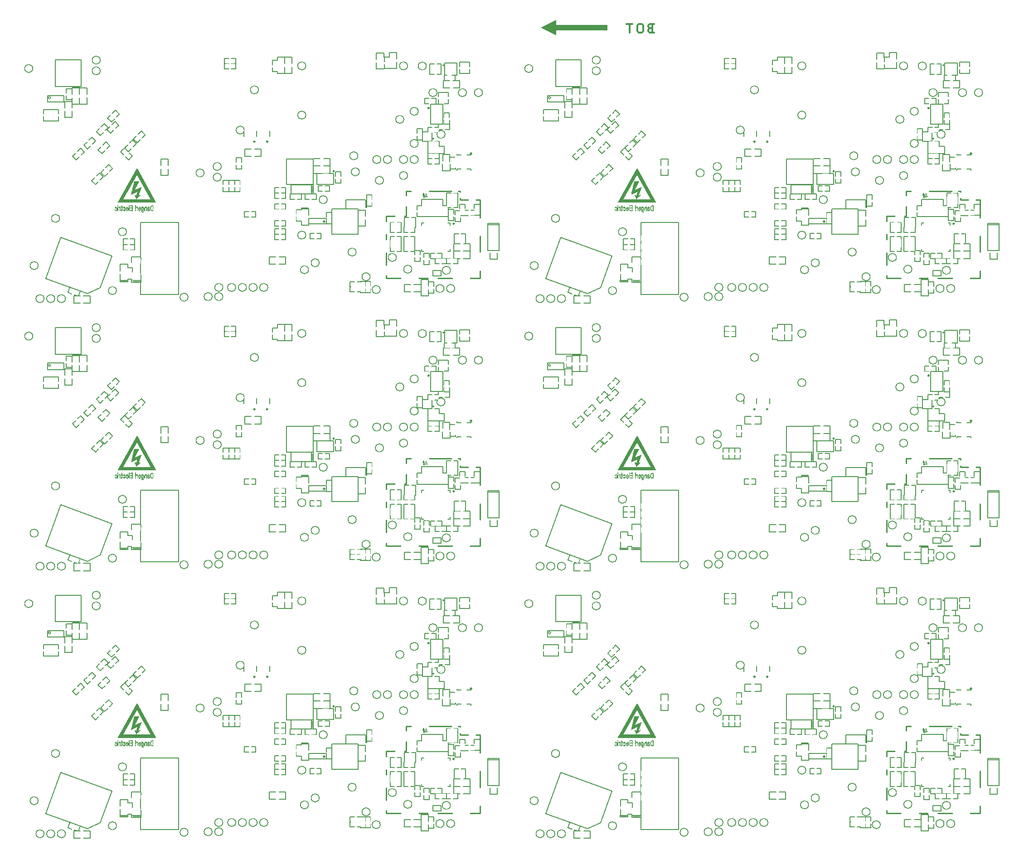
<source format=gbo>
*
%FSLAX35Y35*%
%MOMM*%
G04 A1 - construct+15_inc_4.331 *
%AMA1gbo*
4,1,4,
-0.035305,0.610422,
0.610422,-0.035305,
0.035305,-0.610422,
-0.610422,0.035305,
-0.035305,0.610422,
0.0000*
%
G04 A2 - construct+17_inc_4.331 *
%AMA2gbo*
4,1,4,
0.035305,0.610422,
0.610422,0.035305,
-0.035305,-0.610422,
-0.610422,-0.035305,
0.035305,0.610422,
0.0000*
%
G04 A3 - construct+18_inc_4.331 *
%AMA3gbo*
4,1,4,
-0.289917,0.538375,
0.568078,0.225905,
0.289917,-0.538375,
-0.568078,-0.225905,
-0.289917,0.538375,
0.0000*
%
G04 A4 - construct+7_inc_12.008 *
%AMA4gbo*
4,1,4,
0.035305,0.604545,
0.604545,0.035305,
-0.035305,-0.604545,
-0.604545,-0.035305,
0.035305,0.604545,
0.0000*
%
G04 A5 - construct+8_inc_12.008 *
%AMA5gbo*
4,1,4,
-0.287445,0.533007,
0.563045,0.223465,
0.287445,-0.533007,
-0.563045,-0.223465,
-0.287445,0.533007,
0.0000*
%
G04 A6 - construct+5_inc_12.008 *
%AMA6gbo*
4,1,4,
-0.035305,0.604545,
0.604545,-0.035305,
0.035305,-0.604545,
-0.604545,0.035305,
-0.035305,0.604545,
0.0000*
%
G04 A7 - i274x.a1gbo-2.d23 90 mirror *
%AMA7gbo*
4,1,3,
1.400000,1.400000,
1.400000,-1.400000,
-1.400000,0.000000,
1.400000,1.400000,
0.0000*
%
%ADD10C,0.130000*%
%ADD11C,0.454152*%
%ADD12C,0.508000*%
%ADD13C,0.254000*%
%ADD14C,0.249935*%
%ADD15C,0.160000*%
%ADD16C,0.199898*%
%ADD17C,0.190000*%
%ADD18C,0.150115*%
%ADD19C,4.274000*%
%ADD20R,0.693318X0.763168*%
%ADD21C,1.313205*%
%ADD22R,0.813333X0.913155*%
%ADD23R,0.913155X0.813333*%
%ADD24R,1.613180X4.713250*%
%ADD25R,4.713250X1.613180*%
%ADD26O,0.618000X1.100608*%
%ADD27A1gbo*%
%ADD28R,1.213130X1.213130*%
%ADD29R,2.213127X1.413283*%
%ADD30C,1.513102*%
%ADD31C,2.013230*%
%ADD32C,2.813075*%
%ADD33C,0.813333*%
%ADD34R,0.588290X0.563142*%
%ADD35R,0.563142X0.588290*%
%ADD36R,0.713130X0.738277*%
%ADD37R,0.713250X1.213130*%
%ADD38R,1.913152X1.113307*%
%ADD39R,0.963193X1.113307*%
%ADD40R,1.113307X0.713250*%
%ADD41R,0.713250X1.013233*%
%ADD42R,3.013227X1.013233*%
%ADD43A2gbo*%
%ADD44A3gbo*%
%ADD45R,3.913150X3.913150*%
%ADD46O,0.563142X1.113307*%
%ADD47O,1.113307X0.563142*%
%ADD48R,0.963193X0.553250*%
%ADD49R,1.263295X1.863250*%
%ADD50R,1.713250X1.513102*%
%ADD51R,0.948207X1.583207*%
%ADD52R,0.513105X0.843305*%
%ADD53C,3.361207*%
%ADD54C,1.305000*%
%ADD55R,0.805130X0.904950*%
%ADD56R,1.604975X4.705045*%
%ADD57R,1.204925X1.204925*%
%ADD58R,0.705052X1.005028*%
%ADD59A4gbo*%
%ADD60A5gbo*%
%ADD61R,1.504900X1.155140*%
%ADD62R,3.005022X1.005028*%
%ADD63R,2.204922X1.405078*%
%ADD64A6gbo*%
%ADD65R,0.904950X0.805130*%
%ADD66R,0.940000X1.575000*%
%ADD67R,4.705045X1.604975*%
%ADD68R,0.955000X0.545033*%
%ADD69R,2.305000X1.405078*%
%ADD70R,1.105102X1.405078*%
%ADD71O,0.655000X1.805128*%
%ADD72O,3.305000X0.655000*%
%ADD73O,1.805128X0.655000*%
%ADD74R,0.535127X0.604977*%
%ADD75O,0.655000X3.305000*%
%ADD76O,0.655000X2.305000*%
%ADD77O,0.655000X1.955000*%
%ADD78O,1.705050X0.655000*%
%ADD79O,1.204925X0.655000*%
%ADD80O,0.655000X1.105102*%
%ADD81O,1.105102X0.655000*%
%ADD82R,0.580085X0.554940*%
%ADD83R,0.554940X0.580085*%
%ADD84R,1.705050X1.504900*%
%ADD85C,0.300000*%
%ADD86C,0.152400*%
%ADD87C,0.499870*%
%ADD88C,0.131000*%
%ADD89C,0.350000*%
%ADD90A7gbo*%
%ADD91R,1.000000X1.000000*%
%IPPOS*%
%LN6e160885h0.gbo*%
%LPD*%
G75*
G54D10*
X08055584Y05123140D02*
G03X08055584Y05123140I-00012700J00000000D01*
X00708939Y04523395D02*
G03X00681228Y04536350I-00020576J-00007899D01*
X00681253D02*
G03X00708939Y04523395I00007404J-00020238D01*
X07869259Y03747724D02*
G03X07869259Y03747724I-00012700J00000000D01*
X00648894Y04554917D02*
G01X00958875D01*
Y04434902D02*
Y04554917D01*
X00648894Y04434902D02*
X00958875D01*
X00648894D02*
Y04554917D01*
X00614451Y01135772D02*
X01394282Y00851927D01*
X01637944Y00965541D01*
X01853387Y01557463D01*
X00894893Y01906306D02*
X01853387Y01557463D01*
X00614451Y01135772D02*
X00894893Y01906306D01*
X05526757Y02161524D02*
Y02263918D01*
X05862117D01*
Y02161524D02*
Y02263918D01*
X05526757Y02161524D02*
X05862117D01*
G54D11*
X05995981Y03141334D03*
G54D12*
X05817129Y02201123D03*
G54D13*
X08729980Y02269984D02*
Y02609988D01*
Y01629980D02*
Y01929979D01*
X08649995Y02609988D02*
X08729980D01*
X08359978D02*
X08509991D01*
X08359978D02*
Y02636988D01*
Y02749993D02*
Y02769983D01*
X08319999D02*
X08359978D01*
X07779994D02*
X08199984D01*
X07349998D02*
X07449998D01*
X07349998Y02669983D02*
Y02769983D01*
Y02299981D02*
Y02479991D01*
X07309993Y02299981D02*
X07349998D01*
X06979996D02*
X07138619D01*
X06979996Y02199981D02*
Y02299981D01*
Y01390000D02*
Y01619997D01*
Y01860002D02*
Y01960002D01*
Y01139989D02*
Y01190001D01*
Y01139989D02*
X07249998D01*
X07589977D02*
X07759979D01*
X07939989D02*
X08209991D01*
X08729980D02*
Y01279993D01*
X08539988Y01139989D02*
X08729980D01*
G54D10*
X01634998Y05217704D02*
G03X01634998Y05217704I-00075006J00000000D01*
Y05017705D02*
G03X01634998Y05017705I-00075006J00000000D01*
X05524983Y01299983D02*
G03X05524983Y01299983I-00075006J00000000D01*
X00584987Y00760005D02*
G03X00584987Y00760005I-00075006J00000000D01*
X00784987D02*
G03X00784987Y00760005I-00075006J00000000D01*
X00984987D02*
G03X00984987Y00760005I-00075006J00000000D01*
X03924986Y00797723D02*
G03X03924986Y00797723I-00075006J00000000D01*
X05474995Y01947709D02*
G03X05474995Y01947709I-00075006J00000000D01*
X03274974Y00787716D02*
G03X03274974Y00787716I-00075006J00000000D01*
X06924980Y02969982D02*
G03X06924980Y02969982I-00075006J00000000D01*
X03724986Y00797723D02*
G03X03724986Y00797723I-00075006J00000000D01*
X06874992Y03359999D02*
G03X06874992Y03359999I-00075006J00000000D01*
X00874979Y02260002D02*
G03X00874979Y02260002I-00075006J00000000D01*
X07574991Y03359999D02*
G03X07574991Y03359999I-00075006J00000000D01*
X07164984Y01529980D02*
G03X07164984Y01529980I-00075006J00000000D01*
X08174990Y01290001D02*
G03X08174990Y01290001I-00075006J00000000D01*
X07454976Y01309991D02*
G03X07454976Y01309991I-00075006J00000000D01*
X07374992Y03060000D02*
G03X07374992Y03060000I-00075006J00000000D01*
X05874995Y02609988D02*
G03X05874995Y02609988I-00075006J00000000D01*
X05474995Y05109983D02*
G03X05474995Y05109983I-00075006J00000000D01*
Y04189995D02*
G03X05474995Y04189995I-00075006J00000000D01*
X07074992Y03359999D02*
G03X07074992Y03359999I-00075006J00000000D01*
X04324985Y03909986D02*
G03X04324985Y03909986I-00075006J00000000D01*
X03894988Y03030003D02*
G03X03894988Y03030003I-00075006J00000000D01*
Y03230002D02*
G03X03894988Y03230002I-00075006J00000000D01*
X06474993Y03130002D02*
G03X06474993Y03130002I-00075006J00000000D01*
X03574999Y03109987D02*
G03X03574999Y03109987I-00075006J00000000D01*
X06674993Y01169986D02*
G03X06674993Y01169986I-00075006J00000000D01*
X08774989Y04609984D02*
G03X08774989Y04609984I-00075006J00000000D01*
X05724982Y01429980D02*
G03X05724982Y01429980I-00075006J00000000D01*
X06444996Y03430001D02*
G03X06444996Y03430001I-00075006J00000000D01*
X07924978Y04609984D02*
G03X07924978Y04609984I-00075006J00000000D01*
X07374992Y05109983D02*
G03X07374992Y05109983I-00075006J00000000D01*
X01938020Y00909712D02*
G03X01938020Y00909712I-00075006J00000000D01*
X02124989Y02009989D02*
G03X02124989Y02009989I-00075006J00000000D01*
X07724978Y05107723D02*
G03X07724978Y05107723I-00075006J00000000D01*
X07304989Y04109985D02*
G03X07304989Y04109985I-00075006J00000000D01*
X07574991Y04259998D02*
G03X07574991Y04259998I-00075006J00000000D01*
X08474989Y04609984D02*
G03X08474989Y04609984I-00075006J00000000D01*
X04764989Y00969986D02*
G03X04764989Y00969986I-00075006J00000000D01*
X00474980Y01377707D02*
G03X00474980Y01377707I-00075006J00000000D01*
X08054975Y00949997D02*
G03X08054975Y00949997I-00075006J00000000D01*
X00374980Y05059996D02*
G03X00374980Y05059996I-00075006J00000000D01*
X07374992Y03359999D02*
G03X07374992Y03359999I-00075006J00000000D01*
X06414999Y01629980D02*
G03X06414999Y01629980I-00075006J00000000D01*
X04564989Y00969986D02*
G03X04564989Y00969986I-00075006J00000000D01*
X04364990D02*
G03X04364990Y00969986I-00075006J00000000D01*
X04164990D02*
G03X04164990Y00969986I-00075006J00000000D01*
X03924986D02*
G03X03924986Y00969986I-00075006J00000000D01*
X07574991Y03659998D02*
G03X07574991Y03659998I-00075006J00000000D01*
X08254974Y00949997D02*
G03X08254974Y00949997I-00075006J00000000D01*
X08074990Y03830001D02*
G03X08074990Y03830001I-00075006J00000000D01*
X06864985Y00929981D02*
G03X06864985Y00929981I-00075006J00000000D01*
X04589780Y04661292D02*
G03X04589780Y04661292I-00075006J00000000D01*
X08301455Y04932640D02*
G01Y05167252D01*
X08068285D02*
X08301455D01*
X08068285Y04940474D02*
Y05167252D01*
X08200280Y04932640D02*
X08301455D01*
X08877969Y02144089D02*
X09081169D01*
X08964981Y02036990D02*
Y02125890D01*
X08994978Y02036990D02*
Y02125890D01*
G54D14*
X07778496Y04322278D02*
G03X07778496Y04322278I-00012497J00000000D01*
X08249285Y02161221D02*
G03X08249285Y02161221I-00012497J00000000D01*
X04526153Y03693908D02*
G03X04526153Y03693908I-00012522J00000000D01*
G03X04526153Y03693908I-00012522J00000000D01*
X04764913D02*
G03X04764913Y03693908I-00012522J00000000D01*
G03X04764913Y03693908I-00012522J00000000D01*
G54D10*
X06596177Y02462003D02*
G01X06612070D01*
X06597141Y02601606D02*
X06612070D01*
X06596177Y02576206D02*
X06612070D01*
X06596177Y02550806D02*
X06612070D01*
X06596177Y02525406D02*
X06612070D01*
X06596177Y02500006D02*
X06612070D01*
X06596177Y02474606D02*
X06612070D01*
X05580937Y02751212D02*
X05608534D01*
X05580937Y02776612D02*
X05609473D01*
X05580937Y02802012D02*
X05609004D01*
X05580937Y02827412D02*
X05607830D01*
X05580937Y02852812D02*
X05609004D01*
X02359533Y01079790D02*
Y01104348D01*
X02334133Y01079790D02*
Y01104348D01*
X02308733Y01079790D02*
Y01104348D01*
X02283333Y01079790D02*
Y01104348D01*
X02257933Y01079790D02*
Y01104348D01*
X02229660D02*
X02391651D01*
X05394757Y02456738D02*
X05521757D01*
X01116304Y04711432D02*
X01243305D01*
G54D15*
X05961186Y01964542D02*
Y02434543D01*
G54D16*
X05965038Y02435287D02*
X06452690D01*
G54D17*
X06452011Y01966217D02*
Y02436219D01*
G54D16*
X05965038Y01965285D02*
X06445021D01*
X05114321Y02891048D02*
X05614323D01*
Y03369772D01*
X05114321D02*
X05614323D01*
X05114321Y02891048D02*
Y03369772D01*
X08131785Y01641206D02*
X08171790D01*
Y01681211D01*
X07636789Y01641206D02*
X07676794D01*
X07636789D02*
Y01681211D01*
Y02136202D02*
Y02176207D01*
X07676794D01*
X08131785D02*
X08171790D01*
Y02136202D02*
Y02176207D01*
X04558104Y03793367D02*
Y03893366D01*
X04319145Y03805863D02*
Y03880870D01*
X04558104Y03805863D02*
Y03880870D01*
X04319145Y03793367D02*
Y03893366D01*
X04799570Y03794990D02*
Y03894990D01*
X04557905Y03808028D02*
Y03883034D01*
X04799570Y03807487D02*
Y03882493D01*
X04557905Y03795531D02*
Y03895531D01*
G54D10*
X06612070Y02462003D02*
Y02601606D01*
X06220640Y02436664D02*
Y02605948D01*
X06591183D01*
X06597141Y02461938D02*
Y02601542D01*
X05580937Y02718060D02*
Y02891952D01*
X05496357Y02437688D02*
Y02450388D01*
X05470957Y02437688D02*
Y02456738D01*
X05445557Y02437688D02*
Y02450388D01*
X05420157Y02437688D02*
Y02450388D01*
X05521757Y02431338D02*
Y02456738D01*
X05394757Y02422118D02*
Y02456738D01*
X01116304Y04697382D02*
Y04711432D01*
X01243305Y04697382D02*
Y04711432D01*
X01141705Y04697382D02*
Y04705082D01*
X01167105Y04697382D02*
Y04705082D01*
X01192505Y04697382D02*
Y04711432D01*
X01217905Y04697382D02*
Y04705082D01*
X02117014Y01079222D02*
Y01099022D01*
X02091614Y01078819D02*
Y01099022D01*
X02066214Y01084972D02*
Y01099022D01*
X02040814Y01077608D02*
Y01099022D01*
G54D18*
X03095343Y00839989D02*
Y02179992D01*
X02391651D02*
X03095343D01*
X02391651Y00839989D02*
Y02179992D01*
Y00839989D02*
X03095343D01*
G54D16*
X01280105Y05219488D02*
Y04723028D01*
X00800104D01*
Y05219488D01*
X01280105D01*
G54D10*
X00573543Y04213973D02*
Y04293971D01*
X00673546D01*
X00573543Y04163985D02*
Y04083987D01*
X00673546D01*
X07947138Y04533886D02*
Y04613884D01*
X08047140D01*
X07947138Y04483898D02*
Y04395599D01*
X08056332Y04150320D02*
Y04230319D01*
X08156335D01*
Y04150320D01*
X08056332Y04100333D02*
Y04020335D01*
X08156335D01*
X05296521Y02342119D02*
Y02422118D01*
X05394757D01*
X05296521Y02292133D02*
Y02212134D01*
X05389757D01*
X05862204Y02285960D02*
Y02365959D01*
X05962207D01*
X05862204Y02235973D02*
Y02155975D01*
X05962207D01*
X06029413Y03050500D02*
Y03130499D01*
X06129415D01*
Y03050500D01*
X06029413Y03000513D02*
Y02920515D01*
X06129415D01*
Y03000513D01*
X08434843Y05177307D02*
X08534846D01*
Y05097308D01*
X08434843Y04967323D02*
X08534846D01*
Y05047322D01*
X08345943Y05097308D02*
Y05177307D01*
X08445946D01*
X08345943Y05047322D02*
Y04967323D01*
X08445946D01*
X08263393Y02326587D02*
Y02406586D01*
X08347213D01*
X08263393Y02276601D02*
Y02196602D01*
X08363396D01*
Y02276601D01*
X06609676Y02618281D02*
Y02698280D01*
X06709678D01*
Y02618281D01*
X06612070Y02488296D02*
X06709678D01*
Y02568294D01*
X00662443Y04293984D02*
X00851346D01*
X00662443Y04083999D02*
X00851346D01*
X06939875Y05189967D02*
Y05269966D01*
X07035677D01*
X06939875Y05139981D02*
Y05060322D01*
X01002803Y04604345D02*
Y04684344D01*
X01102806D01*
X01002803Y04554358D02*
Y04474360D01*
X01102806D01*
X00851346Y04293984D02*
Y04213389D01*
Y04083999D02*
Y04163402D01*
X03929975Y02891268D02*
Y02971266D01*
X04245878D01*
X04036478D02*
Y02891268D01*
X03929975Y02841280D02*
Y02761282D01*
X04245878D01*
X04036478D02*
Y02841280D01*
X04145875Y02891268D02*
Y02971266D01*
X04245878D01*
Y02891268D01*
X04145875Y02841280D02*
Y02761282D01*
X04245878D01*
Y02841280D01*
X04044276Y02971266D02*
X04144278D01*
X04044276Y02761282D02*
X04144278D01*
X08135073Y02346920D02*
Y02426919D01*
X08235075D01*
Y02346920D01*
X08135073Y02459936D02*
Y02216935D01*
X08235075D01*
Y02296933D01*
X04177803Y03311460D02*
Y03391459D01*
X04277806D01*
Y03311460D01*
X04177803Y03261473D02*
Y03181474D01*
X04277806D01*
Y03261473D01*
X02147426Y01337284D02*
X02233080D01*
Y01257286D01*
X02147426Y01127300D02*
X02222533D01*
X04848338Y05130786D02*
Y05210784D01*
X04941599D01*
X04848338Y05080798D02*
Y05000800D01*
X04941599D01*
X06495376Y00998968D02*
Y01078966D01*
X06595378D01*
Y00998968D01*
X06495376Y00948980D02*
Y00868982D01*
X06595378D01*
Y00948980D01*
X06584276Y00998968D02*
Y01078966D01*
X06684278D01*
Y00998968D01*
X06584276Y00948980D02*
Y00868982D01*
X06684278D01*
Y00948980D01*
X08347213Y02443427D02*
Y02523426D01*
X08447216D01*
Y02443427D01*
X08363396Y02313442D02*
X08506841D01*
X08618993Y02445967D02*
Y02525966D01*
X08718996D01*
X08556828Y02315982D02*
X08718996D01*
X08038940Y02500579D02*
X08106802D01*
X08027173Y02290595D02*
X08127176D01*
X07552218Y02420580D02*
Y02500579D01*
X07635257D01*
X07652221D02*
Y02420580D01*
X07552218Y02370593D02*
Y02290595D01*
X08127176D01*
X07765553Y01073086D02*
X07865556D01*
Y00993088D01*
X07765553Y00863102D02*
X07865556D01*
Y00943100D01*
X07512137Y01582261D02*
Y01642869D01*
X07513982Y01662404D02*
X07610260D01*
Y01582405D01*
X07510258Y01532418D02*
Y01452420D01*
X07610260D01*
Y01532418D01*
X07680413Y01529040D02*
Y01609039D01*
X07780415D01*
Y01529040D01*
X07680413Y01479053D02*
Y01399055D01*
X07780415D01*
Y01479053D01*
X07555978Y03853166D02*
Y03933164D01*
X07653414D01*
Y03702084D01*
X07555978Y03803179D02*
Y03723180D01*
X07653414D01*
X08038553Y04613859D02*
X08138555D01*
Y04533860D01*
X08061466Y04403875D02*
X08138555D01*
Y04483873D01*
X01243305Y04699922D02*
X01390545D01*
Y04580622D01*
Y04395281D02*
Y04517122D01*
X05394757Y02435156D02*
X05526757D01*
Y02315856D01*
X05389757Y02212134D02*
Y02133056D01*
X05526757D01*
Y02252356D01*
X06454017Y02298076D02*
Y02417376D01*
X06591017Y02416309D02*
Y02298076D01*
X06454017Y02234576D02*
Y02115276D01*
X06591017D01*
Y02234576D01*
X07035677Y05269966D02*
Y05360550D01*
X07172677D01*
Y05241250D01*
X06931377Y05058450D02*
X07172677D01*
Y05177750D01*
X06794377Y05234850D02*
Y05354150D01*
X06931377D01*
Y05269966D01*
X06794377Y05171349D02*
Y05052050D01*
X06931377D01*
Y05058450D01*
X01111305Y04578082D02*
Y04697382D01*
X01248305D01*
Y04578082D01*
X01108605Y04513225D02*
Y04393925D01*
X01111305Y04395281D02*
X01390545D01*
X01248305D02*
Y04514582D01*
X00971604Y04329162D02*
Y04448462D01*
X01108605D01*
Y04329162D01*
X00971604Y04265661D02*
Y04146361D01*
X01108605D01*
Y04265661D01*
X02010426Y01281822D02*
Y01401122D01*
X02147426D01*
Y01337284D01*
X02010426Y01218322D02*
Y01099022D01*
X02147426D01*
Y01127300D01*
X02766877Y03249890D02*
Y03369190D01*
X02903877D01*
Y03249890D01*
X02766877Y03186390D02*
Y03067090D01*
X02903877D01*
Y03186390D01*
X04941599Y05210784D02*
Y05274622D01*
X05078599D01*
Y05155322D01*
X04941599Y05000800D02*
Y04972522D01*
X05078599D01*
Y05091822D01*
X05081286Y05155322D02*
Y05274622D01*
X05218286D01*
Y05155322D01*
X05081286Y05091822D02*
Y04972522D01*
X05218286D01*
Y05091822D01*
X07626366Y00931149D02*
Y01113950D01*
X07763366D01*
Y00994650D01*
X07626366Y00931149D02*
Y00811849D01*
X07763366D01*
Y00931149D01*
X01865764Y04223891D02*
X01922320Y04280477D01*
X01993040Y04209756D01*
X01936460Y04153176D01*
X01830413Y04188539D02*
X01773827Y04131984D01*
X01844548Y04061263D01*
X01901103Y04117819D01*
X01655148Y03969890D02*
X01711703Y04026477D01*
X01782424Y03955756D01*
X01725843Y03899176D01*
X01619797Y03934540D02*
X01563210Y03877985D01*
X01633931Y03807264D01*
X01690486Y03863819D01*
X01566857Y03053763D02*
X01623412Y03110350D01*
X01694133Y03039629D01*
X01637553Y02983049D01*
X01531506Y03018412D02*
X01474920Y02961857D01*
X01545641Y02891136D01*
X01602196Y02947692D01*
X01739044Y03207421D02*
X01795599Y03264007D01*
X01866320Y03193286D01*
X01809739Y03136706D01*
X01703693Y03172070D02*
X01647106Y03115515D01*
X01717827Y03044794D01*
X01774382Y03101349D01*
X01687939Y03632070D02*
X01744494Y03688657D01*
X01815215Y03617936D01*
X01758634Y03561356D01*
X01652588Y03596720D02*
X01596002Y03540165D01*
X01666722Y03469444D01*
X01723278Y03525999D01*
X01421265Y03720983D02*
X01477820Y03777570D01*
X01548541Y03706849D01*
X01491960Y03650268D01*
X01385914Y03685632D02*
X01329327Y03629077D01*
X01400048Y03558356D01*
X01456603Y03614912D01*
X01209441Y03514380D02*
X01265996Y03570966D01*
X01336717Y03500245D01*
X01280136Y03443665D01*
X01174090Y03479029D02*
X01117504Y03422474D01*
X01188225Y03351753D01*
X01244780Y03408308D01*
X02348365Y03835283D02*
X02404920Y03891870D01*
X02475641Y03821149D01*
X02419060Y03764569D01*
X02313014Y03799932D02*
X02256427Y03743377D01*
X02327148Y03672656D01*
X02383703Y03729212D01*
X02183239Y03670170D02*
X02239794Y03726757D01*
X02310515Y03656036D01*
X02253934Y03599456D01*
X02147888Y03634819D02*
X02091301Y03578264D01*
X02162023Y03507544D01*
X02218578Y03564099D01*
X01853065Y04013071D02*
X01909620Y04069657D01*
X01980340Y03998936D01*
X01923760Y03942356D01*
X01817714Y03977720D02*
X01761127Y03921164D01*
X01831848Y03850444D01*
X01888403Y03906999D01*
X02066682Y01876628D02*
X02146681D01*
X02276692Y01672105D02*
Y01876628D01*
X02196668D01*
X07832433Y03277842D02*
X07754949D01*
X07882420D02*
X07964984D01*
X07835279Y03376807D02*
X07755280D01*
X07885266D02*
X07964984D01*
Y03277842D02*
Y03472652D01*
X05630279Y01882950D02*
X05550280D01*
Y01982927D01*
X05630279D01*
X05680265Y01882950D02*
X05760290D01*
Y01982927D01*
X05680265D01*
X05541328Y02612362D02*
X05461329D01*
Y02712339D01*
X05591315Y02612362D02*
X05671339D01*
Y02715812D01*
X05264468Y02614902D02*
X05184469D01*
Y02714879D01*
X05314455Y02614902D02*
X05394479D01*
Y02714879D01*
X08057272Y04838580D02*
Y04934382D01*
X08113557D01*
X08267282Y04840375D02*
Y04932640D01*
X08030528Y03917922D02*
X07971459D01*
X07950529Y03964559D02*
Y04017899D01*
X08080515Y03917922D02*
X08160539D01*
Y04100524D01*
X07774013Y04403062D02*
X07694014D01*
Y04503039D01*
X07774013D01*
X07904024Y04403062D02*
Y04503039D01*
X07824000D01*
X04035133Y05053302D02*
X03955134D01*
Y05153279D01*
X04035133D01*
X04085120Y05053302D02*
X04165144D01*
Y05153279D01*
X04085120D01*
X04035133Y05147282D02*
X03955134D01*
Y05247259D01*
X04035133D01*
X04085120Y05147282D02*
X04165144D01*
Y05247259D01*
X04085120D01*
X06380671Y00885949D02*
X06300672D01*
Y00985926D01*
X06380671D01*
X06430658Y00885949D02*
X06510682D01*
Y00985926D01*
X06430658D01*
X06380683Y00974824D02*
X06300684D01*
Y01074801D01*
X06380683D01*
X06430670Y00974824D02*
X06510694D01*
Y01074801D01*
X06430670D01*
X08106802Y02630116D02*
Y02730093D01*
X08186801D01*
X08316812Y02630116D02*
Y02730093D01*
X08236788D01*
X07793087Y05045250D02*
Y05145227D01*
X07873086D01*
X08003097Y05045250D02*
Y05145227D01*
X07923073D01*
X07873086Y04954242D02*
X07793087D01*
Y05054219D01*
X07923073Y04954242D02*
X08003097D01*
Y05054219D01*
X04970983Y01965424D02*
X04890985D01*
Y02065401D01*
X04970983D01*
X05020970Y01965424D02*
X05100994D01*
Y02065401D01*
X05020970D01*
X04970983Y01863824D02*
X04890985D01*
Y01963801D01*
X04970983D01*
X05020970Y01863824D02*
X05100994D01*
Y01963801D01*
X05020970D01*
X04890985Y02736365D02*
Y02836342D01*
X04970983D01*
X05100994Y02736365D02*
Y02836342D01*
X05020970D01*
X04970983Y02629685D02*
X04890985D01*
Y02729662D01*
Y02734661D02*
X04970983D01*
X05020970Y02629685D02*
X05100994D01*
Y02729662D01*
Y02734661D02*
X05020970D01*
X04970983Y02434104D02*
X04890985D01*
Y02534082D01*
X04970983D01*
X05020970Y02434104D02*
X05100994D01*
Y02534082D01*
X05020970D01*
X04970983Y02117824D02*
X04890985D01*
Y02217801D01*
X04970983D01*
X05020970Y02117824D02*
X05100994D01*
Y02217801D01*
X05020970D01*
X04408043Y02289325D02*
X04328044D01*
Y02389302D01*
X04408043D01*
X04458030Y02289325D02*
X04538054D01*
Y02389302D01*
X04458030D01*
X08247709Y01873222D02*
Y01973199D01*
X08327708D01*
X08457719Y01873222D02*
Y01973199D01*
X08377695D01*
X02144903Y01672105D02*
X02064904D01*
Y01876628D01*
Y01772081D02*
X02144903D01*
X02194890Y01672105D02*
X02274914D01*
Y01772081D02*
X02194890D01*
X05785193Y02767302D02*
X05705194D01*
Y02867279D01*
X05785193D01*
X05835180Y02767302D02*
X05915204D01*
Y02867279D01*
X05835180D01*
X08447216Y02415146D02*
X08506841D01*
X08617185D02*
X08556828D01*
X07383971Y01642869D02*
X07303972D01*
Y01742846D01*
X07433958Y01642869D02*
X07512137D01*
X07303972Y01731769D02*
Y01831746D01*
Y01820669D02*
Y01920646D01*
X07383971D01*
X07513982Y01662259D02*
Y01920646D01*
X07433958D01*
X07383971Y01998469D02*
X07303972D01*
Y02098446D01*
X07316494D01*
X07433958Y01998469D02*
X07513982D01*
Y02087966D01*
X07316494Y02098446D02*
Y02187943D01*
X07513982Y02087966D02*
X07526504D01*
Y02187943D01*
X07048841Y01820669D02*
Y01920646D01*
X07128840D01*
X07258851Y01820669D02*
Y01920646D01*
X07178827D01*
X08180400Y01413482D02*
X08100402D01*
X08230387D02*
X08310411D01*
Y01509232D01*
X07754949Y03875590D02*
Y03964559D01*
X07834948D01*
X07884935Y03864582D02*
X07931991D01*
X07964959Y03896792D02*
Y03917922D01*
X07950529Y03964559D02*
X07884935D01*
X07754949Y03277842D02*
Y03701027D01*
X07964959Y03602962D02*
Y03702939D01*
X07884935D01*
X07969568Y01413482D02*
X07889569D01*
Y01513459D01*
X08019555Y01413482D02*
X08099579D01*
Y01510220D01*
X08106802Y02546296D02*
Y02646273D01*
X08316812Y02546296D02*
Y02646273D01*
X08186801Y02459936D02*
X08124471D01*
X08106802Y02500579D02*
Y02559913D01*
X08236788Y02459936D02*
X08316812D01*
Y02559913D01*
X08180311Y01510220D02*
X07806193D01*
Y01607413D01*
X07886192D01*
X08016203Y01507436D02*
Y01607413D01*
X07936179D01*
X08247709Y01787622D02*
Y01884299D01*
X08457719Y01787236D02*
Y01884299D01*
X07316977Y02175914D02*
Y02275891D01*
X07396975D01*
X07526987Y02175914D02*
Y02275891D01*
X07446963D01*
X07048841Y02087369D02*
Y02187346D01*
X07128840D01*
X07258851Y02087369D02*
Y02187346D01*
X07178827D01*
X07128840Y01998469D02*
X07048841D01*
Y02098446D01*
X07178827Y01998469D02*
X07258851D01*
Y02098446D01*
X07048841Y01731769D02*
Y01831746D01*
X07258851Y01731769D02*
Y01831746D01*
X07128840Y01642869D02*
X07048841D01*
Y01742846D01*
X07178827Y01642869D02*
X07258851D01*
Y01742846D01*
X01104748Y00848678D02*
X01029595Y00876032D01*
X01063776Y00970014D01*
X01151740Y00831557D02*
X01199069Y00814338D01*
X01230474Y00813968D02*
X01261136Y00898181D01*
X01260907Y00676900D02*
X01141607D01*
Y00813900D01*
X01260907D01*
X01324407Y00676900D02*
X01443707D01*
Y00813900D01*
X01324407D01*
X02222533Y01442680D02*
Y01541199D01*
X02392520D01*
Y01442680D01*
X02222533Y01127300D02*
Y01069790D01*
X02391651D01*
X02392520D02*
Y01111185D01*
Y01199704D01*
X02005439Y01110372D02*
Y01074972D01*
X02152414D01*
Y01104022D01*
X05992814Y03101812D02*
Y02898772D01*
X05683439D01*
Y03101812D01*
X05742889D02*
X05992814D01*
X05612351Y02888212D02*
Y02715812D01*
X05671339D02*
X05184469D01*
X05200759D02*
Y02888212D01*
X05612351D01*
X08227035Y04701580D02*
X08346335D01*
Y04838580D01*
Y04837418D02*
X08224928D01*
X08163534Y04701580D02*
X08044234D01*
Y04837418D01*
X08162440D01*
G54D16*
X08033381Y04395599D02*
Y04023123D01*
X07803392D01*
Y04395599D01*
X08033381D01*
G54D10*
X07830584Y03863270D02*
Y03701027D01*
X07653414D01*
X07653744Y03874037D02*
X07752817D01*
X07754949Y03472652D02*
X08064369D01*
Y03608380D01*
X08058764D02*
X07964959D01*
X08038940Y02618820D02*
Y02500579D01*
X07635257D02*
Y02618820D01*
X08038940D01*
X09086592Y02168990D02*
Y01662584D01*
X08873392D01*
Y02168990D01*
X09086592D01*
X08911492Y01618245D02*
Y01498945D01*
X09048492D01*
Y01618245D01*
X08001819Y01287772D02*
Y01186972D01*
X07849619D01*
Y01287772D01*
X08001819D01*
X08420049Y01509232D02*
X08539349D01*
Y01646232D01*
X08420049D01*
X08356627Y01510466D02*
X08237326D01*
X08237224D02*
Y01646232D01*
X08356524D01*
X08539349Y01577732D02*
Y01787236D01*
X08421452D01*
X08237224Y01646232D02*
Y01787283D01*
X08237187D02*
X08358096D01*
X07433285Y00886906D02*
X07313984D01*
Y01023907D01*
X07433285D01*
X07496785Y00886906D02*
X07626366D01*
Y01023907D02*
X07496785D01*
X04456227Y03420100D02*
X04336927D01*
Y03557100D01*
X04456227D01*
X04519727Y03420100D02*
X04639027D01*
Y03557100D01*
X04519727D01*
X05742889Y03241512D02*
X05623589D01*
Y03378512D02*
X05742889D01*
X05806389Y03241512D02*
X05925689D01*
Y03378512D01*
X05806389D01*
X05742889Y03101812D02*
X05623589D01*
Y03238812D02*
X05742889D01*
X05806389Y03101812D02*
X05925689D01*
Y03238812D01*
X05806389D01*
X04914367Y01402120D02*
X04795067D01*
Y01539120D01*
X04914367D01*
X04977867Y01402120D02*
X05097166D01*
Y01539120D01*
X04977867D01*
G36*
X01931355Y02479493D02*
X01942130Y02473843D01*
X01949930Y02462145D01*
X01953679Y02447135D01*
X01954688Y02438909D01*
X01954565Y02434050D01*
X01952873Y02421937D01*
X01952157Y02419008D01*
X01945657Y02405069D01*
X01935565Y02397490D01*
X01931361Y02395874D01*
X01919335Y02397862D01*
X01909588Y02408376D01*
X01904523Y02423719D01*
X01904204Y02425138D01*
Y02428869D01*
X01918491Y02431988D01*
X01922450Y02418669D01*
X01927393Y02414163D01*
X01932441Y02414884D01*
X01937063Y02421069D01*
X01938892Y02431865D01*
X01938889Y02445803D01*
X01934557Y02456970D01*
X01928416Y02461862D01*
X01924780Y02460113D01*
X01921059Y02453639D01*
X01918620Y02446230D01*
X01903510Y02450780D01*
X01910564Y02468048D01*
X01919890Y02477300D01*
X01931355Y02479493D01*
G37*
G36*
X01973883Y02478107D02*
Y02397127D01*
X01958857D01*
Y02478107D01*
X01973883D01*
G37*
G36*
Y02506831D02*
Y02485326D01*
X01958857D01*
Y02506831D01*
X01973883D01*
G37*
G36*
X01986785Y02480138D02*
X01994855Y02479487D01*
X01999895Y02474494D01*
Y02478107D01*
X02014559D01*
Y02397127D01*
X01999895D01*
Y02439436D01*
X01998602Y02448915D01*
X01995282Y02456370D01*
X01991693Y02459877D01*
X01983581Y02456130D01*
X01978727Y02473855D01*
X01986785Y02480138D01*
G37*
G36*
X02032889Y02506852D02*
X02047552Y02499585D01*
Y02478107D01*
X02054998D01*
Y02460945D01*
X02047552D01*
Y02417609D01*
X02046214Y02407542D01*
X02041385Y02399142D01*
X02033742Y02395428D01*
X02023143Y02399279D01*
X02020954Y02401377D01*
X02024470Y02416900D01*
X02029312Y02413254D01*
X02029827Y02413072D01*
X02031748Y02413818D01*
X02032889Y02419097D01*
Y02460945D01*
X02022537D01*
Y02478107D01*
X02032889D01*
Y02506852D01*
G37*
G36*
X02088089Y02479507D02*
X02098870Y02473857D01*
X02106677Y02462154D01*
X02110436Y02447087D01*
X02111175Y02437406D01*
X02110652Y02427709D01*
X02108938Y02419266D01*
X02107335Y02414351D01*
X02100903Y02403561D01*
X02092232Y02397471D01*
X02088077Y02395874D01*
X02076051Y02397862D01*
X02066304Y02408376D01*
X02061237Y02423723D01*
X02060921Y02425137D01*
Y02428869D01*
X02075206Y02431988D01*
X02079167Y02418674D01*
X02084110Y02414171D01*
X02089155Y02414892D01*
X02093777Y02421075D01*
X02095603Y02431833D01*
X02095374Y02445619D01*
X02091057Y02456747D01*
X02085262Y02461669D01*
X02080479Y02458676D01*
X02075047Y02446318D01*
X02060226Y02450780D01*
X02067284Y02468057D01*
X02076617Y02477312D01*
X02088089Y02479507D01*
G37*
G36*
X02115146Y02423974D02*
X02129633Y02428051D01*
X02135003Y02416156D01*
X02140493Y02413546D01*
X02146100Y02415514D01*
X02150811Y02422765D01*
X02152003Y02430137D01*
X02115749D01*
X02116471Y02446313D01*
X02167044D01*
X02167771Y02440585D01*
Y02439617D01*
X02168003Y02437890D01*
X02167572Y02429958D01*
X02166560Y02423698D01*
X02161025Y02410154D01*
X02152546Y02400258D01*
X02141824Y02395514D01*
X02130909Y02398278D01*
X02121985Y02407029D01*
X02116187Y02419827D01*
X02115146Y02423974D01*
G37*
G36*
X02116471Y02446313D02*
X02116519Y02447393D01*
X02120903Y02462956D01*
X02129298Y02474662D01*
X02140795Y02480102D01*
X02153298Y02475422D01*
X02162511Y02463137D01*
X02167015Y02446546D01*
X02167044Y02446313D01*
X02151840D01*
X02150391Y02453582D01*
X02145385Y02460558D01*
X02139923Y02462083D01*
X02135082Y02458200D01*
X02131666Y02448955D01*
X02131237Y02446313D01*
X02116471D01*
G37*
G36*
X02154380Y02448853D02*
X02164446D01*
G02X02164446Y02443773I00000000J-00002540D01*
G01X02154380D01*
G02X02154380Y02448853I00000000J00002540D01*
G37*
G36*
X02119013D02*
G01X02128697D01*
G02X02128697Y02443773I00000000J-00002540D01*
G01X02119013D01*
G02X02119013Y02448853I00000000J00002540D01*
G37*
G36*
X02186704Y02508394D02*
G01Y02397127D01*
X02171641D01*
Y02508394D01*
X02186704D01*
G37*
G36*
X02245437Y02506343D02*
Y02397127D01*
X02190637D01*
Y02415562D01*
X02230192D01*
Y02444093D01*
X02194088D01*
Y02462239D01*
X02230192D01*
Y02487238D01*
X02191872D01*
Y02505814D01*
X02245437Y02506343D01*
G37*
G36*
X02300635Y02506310D02*
X02299198Y02426141D01*
X02285908D01*
X02284232Y02506310D01*
X02300635D01*
G37*
G36*
X02300279Y02419558D02*
Y02397127D01*
X02284599D01*
Y02419558D01*
X02300279D01*
G37*
G36*
X02312126Y02480008D02*
X02320114Y02479364D01*
X02325199Y02474475D01*
Y02478107D01*
X02339826D01*
Y02397127D01*
X02325199D01*
Y02439326D01*
X02322650Y02452522D01*
X02317008Y02460240D01*
X02314610Y02459654D01*
X02314328Y02459525D01*
X02313737Y02458983D01*
X02309586Y02453566D01*
X02304020Y02473897D01*
X02312126Y02480008D01*
G37*
G36*
X02343974Y02423834D02*
X02358954Y02428049D01*
X02364348Y02416160D01*
X02369803Y02413570D01*
X02375323Y02415703D01*
X02380023Y02422953D01*
X02381274Y02430137D01*
X02345065D01*
X02345831Y02446313D01*
X02396370D01*
X02397130Y02440619D01*
X02397186Y02438856D01*
X02397328Y02437954D01*
X02397120Y02433180D01*
X02395300Y02421263D01*
X02389587Y02408756D01*
X02381340Y02399788D01*
X02371109Y02395521D01*
X02360247Y02398306D01*
X02351337Y02407058D01*
X02343974Y02423834D01*
G37*
G36*
X02345831Y02446313D02*
X02345882Y02447393D01*
X02350229Y02462970D01*
X02358622Y02474692D01*
X02370047Y02480064D01*
X02382761Y02475999D01*
X02392143Y02463489D01*
X02396344Y02446514D01*
X02396370Y02446313D01*
X02381241D01*
X02379712Y02454713D01*
X02374169Y02461404D01*
X02368137Y02461478D01*
X02362555Y02454953D01*
X02360891Y02446313D01*
X02345831D01*
G37*
G36*
X02383781Y02448853D02*
X02393777D01*
G02X02393777Y02443773I00000000J-00002540D01*
G01X02383781D01*
G02X02383781Y02448853I00000000J00002540D01*
G37*
G36*
X02348374D02*
G01X02358352D01*
G02X02358352Y02443773I00000000J-00002540D01*
G01X02348374D01*
G02X02348374Y02448853I00000000J00002540D01*
G37*
G36*
X02403339Y02408094D02*
G01Y02437523D01*
X02418293D01*
X02419505Y02428147D01*
X02422853Y02421074D01*
X02426997Y02417630D01*
X02431750Y02418289D01*
X02436111Y02423993D01*
X02437943Y02434034D01*
X02453072D01*
X02452045Y02425033D01*
X02451447Y02422176D01*
X02447206Y02411667D01*
X02440553Y02403821D01*
X02431952Y02399958D01*
X02420213Y02403174D01*
X02418499Y02405667D01*
X02419486Y02397438D01*
X02423197Y02390514D01*
X02427867Y02387835D01*
X02433276Y02389059D01*
X02440011Y02397130D01*
X02453405Y02393692D01*
X02446800Y02379252D01*
X02439257Y02373249D01*
X02436976Y02372036D01*
X02424918Y02370402D01*
X02415010Y02374656D01*
X02407668Y02385120D01*
X02404313Y02398708D01*
X02403339Y02408094D01*
G37*
G36*
Y02437523D02*
Y02478107D01*
X02418293D01*
Y02474676D01*
X02419732Y02476156D01*
X02428852Y02480058D01*
X02440575Y02476065D01*
X02449072Y02464253D01*
X02452642Y02448503D01*
X02453381Y02436737D01*
X02453072Y02434034D01*
X02437943D01*
X02437556Y02447159D01*
X02433242Y02457483D01*
X02427415Y02461889D01*
X02423779Y02460148D01*
X02420103Y02454337D01*
X02418293Y02444973D01*
Y02437523D01*
X02403339D01*
G37*
G36*
X02405879Y02440063D02*
X02415753D01*
G02X02415753Y02434983I00000000J-00002540D01*
G01X02405879D01*
G02X02405879Y02440063I00000000J00002540D01*
G37*
G36*
X02440483Y02436573D02*
G01X02450516D01*
G02X02450516Y02431494I00000000J-00002540D01*
G01X02440483D01*
G02X02440483Y02436573I00000000J00002540D01*
G37*
G36*
X02476480Y02480032D02*
G01X02485144Y02478340D01*
X02491247Y02472701D01*
Y02478107D01*
X02505984D01*
Y02397127D01*
X02491247D01*
Y02444236D01*
X02489000Y02453977D01*
X02484563Y02460182D01*
X02480251Y02461736D01*
X02475742Y02457181D01*
X02473584Y02446658D01*
Y02397127D01*
X02458957D01*
Y02449149D01*
X02461207Y02462633D01*
X02467241Y02473743D01*
X02476480Y02480032D01*
G37*
G36*
X02510002Y02397127D02*
X02510576Y02398757D01*
X02512832Y02407064D01*
X02513863Y02415654D01*
X02513896Y02432711D01*
X02527909D01*
X02529895Y02423582D01*
X02533820Y02417100D01*
X02539049Y02413876D01*
X02541255Y02413240D01*
X02544367Y02414040D01*
X02546956Y02417885D01*
X02547781Y02423478D01*
X02561743D01*
X02561955Y02414224D01*
X02557476Y02402379D01*
X02550818Y02397283D01*
X02546249Y02395728D01*
X02533520Y02398862D01*
X02526766Y02406195D01*
X02525096Y02397127D01*
X02510002D01*
G37*
G36*
X02513896Y02432711D02*
X02513937Y02453763D01*
X02516727Y02465799D01*
X02522905Y02475168D01*
X02531197Y02479312D01*
X02539025Y02480069D01*
X02547010Y02477965D01*
X02555851Y02469271D01*
X02562813Y02452808D01*
X02548503Y02448308D01*
X02544688Y02458846D01*
X02540340Y02462078D01*
X02538349Y02462753D01*
X02533139Y02463109D01*
X02529807Y02459159D01*
X02528791Y02452666D01*
X02530557Y02451285D01*
X02542278Y02447035D01*
X02542869Y02446936D01*
X02550066Y02444835D01*
X02556730Y02438718D01*
X02561648Y02427628D01*
X02561743Y02423478D01*
X02547781D01*
X02543954Y02428754D01*
X02538383Y02431606D01*
X02532520Y02433232D01*
X02527909Y02435652D01*
Y02432711D01*
X02513896D01*
G37*
G36*
X02516436Y02435251D02*
X02525369D01*
G02X02525369Y02430171I00000000J-00002540D01*
G01X02516436D01*
G02X02516436Y02435251I00000000J00002540D01*
G37*
G36*
X02550321Y02426018D02*
G01X02559203D01*
G02X02559203Y02420938I00000000J-00002540D01*
G01X02550321D01*
G02X02550321Y02426018I00000000J00002540D01*
G37*
G36*
X02568103Y02449834D02*
G01X02568179Y02451683D01*
X02583459D01*
X02584022Y02441844D01*
X02584400Y02439338D01*
X02586793Y02430276D01*
X02594163Y02419612D01*
X02603526Y02415562D01*
X02612962D01*
Y02451387D01*
X02627916D01*
Y02397127D01*
X02599819D01*
X02587929Y02400832D01*
X02577776Y02411457D01*
X02570932Y02428879D01*
X02568103Y02449834D01*
G37*
G36*
X02568179Y02451683D02*
X02568582Y02461521D01*
X02570527Y02473026D01*
X02577576Y02489279D01*
X02588095Y02500754D01*
X02600384Y02505464D01*
X02601131Y02505590D01*
X02601883Y02505846D01*
X02627916D01*
Y02451387D01*
X02612962D01*
Y02487212D01*
X02601794Y02487125D01*
X02600600Y02486795D01*
X02595032Y02483935D01*
X02588694Y02475399D01*
X02584802Y02462907D01*
X02583459Y02452197D01*
Y02451683D01*
X02568179D01*
G37*
G36*
X02570721Y02454223D02*
X02580918D01*
G02X02580918Y02449143I00000000J-00002540D01*
G01X02570721D01*
G02X02570721Y02454223I00000000J00002540D01*
G37*
G36*
X02615502Y02453927D02*
G01X02625376D01*
G02X02625376Y02448847I00000000J-00002540D01*
G01X02615502D01*
G02X02615502Y02453927I00000000J00002540D01*
G37*
G36*
X07654541Y02708975D02*
G01X07663562D01*
X07659831Y02733008D01*
X07671292D01*
X07674957Y02708975D01*
X07678897D01*
X07675496Y02733008D01*
X07686875D01*
X07690244Y02708975D01*
X07699668D01*
X07701644Y02695591D01*
X07692291D01*
X07694284Y02680887D01*
X07683667D01*
X07681650Y02695591D01*
X07656516D01*
X07654541Y02708975D01*
G37*
G36*
X07658477Y02680887D02*
X07667510D01*
X07665305Y02695591D01*
X07677834D01*
X07679850Y02680887D01*
X07703603D01*
X07705566Y02667407D01*
X07696253D01*
X07699886Y02642409D01*
X07688553D01*
X07684789Y02667407D01*
X07680970D01*
X07684635Y02642409D01*
X07673152D01*
X07669520Y02667407D01*
X07660441D01*
X07658477Y02680887D01*
G37*
G36*
X07667874Y02698131D02*
X07675294D01*
G02X07675294Y02693051I00000000J-00002540D01*
G01X07667874D01*
G02X07667874Y02698131I00000000J00002540D01*
G37*
G36*
X07686207Y02683427D02*
G01X07691721D01*
G02X07691721Y02678347I00000000J-00002540D01*
G01X07686207D01*
G02X07686207Y02683427I00000000J00002540D01*
G37*
G36*
G01X07691721D01*
G02X07691721Y02678347I00000000J-00002540D01*
G01X07686207D01*
G02X07686207Y02683427I00000000J00002540D01*
G37*
G36*
X07701938Y02659106D02*
G01Y02674758D01*
X07710985D01*
Y02698354D01*
X07723853D01*
Y02674758D01*
X07749399D01*
X07751557Y02670271D01*
Y02659106D01*
X07723853D01*
Y02643229D01*
X07710985D01*
Y02659106D01*
X07701938D01*
G37*
G36*
X07710985Y02698354D02*
Y02733829D01*
X07720989D01*
X07749399Y02674758D01*
X07735284D01*
X07723853Y02698354D01*
X07710985D01*
G37*
G36*
X07737824Y02677298D02*
X07746581D01*
G02X07746581Y02672218I00000000J-00002540D01*
G01X07737824D01*
G02X07737824Y02677298I00000000J00002540D01*
G37*
G36*
X07713525Y02700894D02*
G01X07721313D01*
G02X07721313Y02695814I00000000J-00002540D01*
G01X07713525D01*
G02X07713525Y02700894I00000000J00002540D01*
G37*
G36*
X01961947Y02556323D02*
G01Y02556481D01*
X01961965Y02556639D01*
X01962006Y02556796D01*
X01962069Y02556955D01*
X01962160Y02557113D01*
X01962285Y02557270D01*
X01962750Y02557586D01*
X01962803Y02557745D01*
X01962491Y02557903D01*
X01962304Y02558061D01*
X01962174Y02558219D01*
X01962079Y02558377D01*
X01962012Y02558535D01*
X01961969Y02558692D01*
X01961947Y02558851D01*
X01961947Y02559009D01*
X01961962Y02559167D01*
X01962000Y02559324D01*
X01962060Y02559482D01*
X01962147Y02559640D01*
X01962267Y02559799D01*
X01962437Y02559957D01*
X01962703Y02560115D01*
X01965343Y02560273D01*
X01965031Y02560431D01*
X01964844Y02560589D01*
X01964713Y02560747D01*
X01964619Y02560905D01*
X01964553Y02561063D01*
X01964509Y02561220D01*
X01964487Y02561378D01*
X01964485Y02561536D01*
X01964502Y02561694D01*
X01964540Y02561853D01*
X01964600Y02562011D01*
X01964687Y02562169D01*
X01964807Y02562327D01*
X01965242Y02562642D01*
X01965406Y02562801D01*
X01965060Y02562959D01*
X01964864Y02563117D01*
X01964728Y02563274D01*
X01964629Y02563432D01*
X01964559Y02563590D01*
X01964514Y02563748D01*
X01964489Y02563907D01*
X01964484Y02564065D01*
X01964498Y02564223D01*
X01964534Y02564381D01*
X01964591Y02564539D01*
X01964675Y02564697D01*
X01964790Y02564855D01*
X01964952Y02565013D01*
X01965200Y02565170D01*
X01968024Y02565328D01*
X01967632Y02565486D01*
X01967425Y02565645D01*
X01967283Y02565802D01*
X01967180Y02565961D01*
X01967107Y02566119D01*
X01967058Y02566277D01*
X01967031Y02566435D01*
X01967023Y02566593D01*
X01967035Y02566751D01*
X01967068Y02566909D01*
X01967123Y02567067D01*
X01967202Y02567224D01*
X01967314Y02567382D01*
X01967469Y02567541D01*
X01967701Y02567698D01*
X01968024Y02567856D01*
X01967632Y02568015D01*
X01967425Y02568173D01*
X01967283Y02568331D01*
X01967180Y02568489D01*
X01967107Y02568647D01*
X01967058Y02568805D01*
X01967031Y02568963D01*
X01967023Y02569120D01*
X01967035Y02569278D01*
X01967068Y02569437D01*
X01967123Y02569595D01*
X01967202Y02569752D01*
X01967314Y02569911D01*
X01967469Y02570069D01*
X01967701Y02570227D01*
X01968297Y02570385D01*
X01970241Y02570543D01*
X01970009Y02570701D01*
X01969854Y02570859D01*
X01969743Y02571017D01*
X01969663Y02571174D01*
X01969608Y02571332D01*
X01969575Y02571491D01*
X01969563Y02571648D01*
X01969571Y02571806D01*
X01969598Y02571965D01*
X01969647Y02572123D01*
X01969720Y02572281D01*
X01969822Y02572439D01*
X01969965Y02572597D01*
X01970172Y02572755D01*
X01970837Y02572913D01*
X01970241Y02573070D01*
X01970009Y02573228D01*
X01969854Y02573387D01*
X01969743Y02573545D01*
X01969663Y02573702D01*
X01969608Y02573860D01*
X01969575Y02574019D01*
X01969563Y02574177D01*
X01969571Y02574335D01*
X01969598Y02574493D01*
X01969647Y02574651D01*
X01969720Y02574809D01*
X01969822Y02574967D01*
X01969965Y02575124D01*
X01970172Y02575283D01*
X01970837Y02575441D01*
X01972820Y02575598D01*
X01972572Y02575756D01*
X01972410Y02575914D01*
X01972295Y02576073D01*
X01972211Y02576231D01*
X01972154Y02576389D01*
X01972118Y02576547D01*
X01972104Y02576705D01*
X01972109Y02576863D01*
X01972134Y02577020D01*
X01972179Y02577179D01*
X01972249Y02577337D01*
X01972348Y02577495D01*
X01972484Y02577652D01*
X01972680Y02577810D01*
X01973377Y02577968D01*
X01975402Y02578127D01*
X01975137Y02578285D01*
X01974968Y02578443D01*
X01974847Y02578601D01*
X01974760Y02578759D01*
X01974700Y02578917D01*
X01974662Y02579074D01*
X01974645Y02579233D01*
X01974647Y02579391D01*
X01974669Y02579548D01*
X01974713Y02579706D01*
X01974779Y02579864D01*
X01974874Y02580023D01*
X01975004Y02580181D01*
X01975191Y02580339D01*
X01975917Y02580497D01*
X01975402Y02580655D01*
X01975137Y02580813D01*
X01974968Y02580970D01*
X01974847Y02581129D01*
X01974760Y02581287D01*
X01974700Y02581445D01*
X01974662Y02581602D01*
X01974645Y02581760D01*
X01974647Y02581918D01*
X01974669Y02582077D01*
X01974713Y02582235D01*
X01974779Y02582393D01*
X01974874Y02582551D01*
X01975004Y02582709D01*
X01975191Y02582867D01*
X01975917Y02583025D01*
X01977990Y02583183D01*
X01977703Y02583341D01*
X01977526Y02583498D01*
X01977400Y02583656D01*
X01977309Y02583814D01*
X01977246Y02583973D01*
X01977205Y02584131D01*
X01977186Y02584289D01*
Y02584447D01*
X01977205Y02584605D01*
X01977246Y02584763D01*
X01977309Y02584921D01*
X01977400Y02585079D01*
X01977526Y02585237D01*
X01977703Y02585395D01*
X01977990Y02585552D01*
Y02585710D01*
X01977703Y02585869D01*
X01977526Y02586026D01*
X01977400Y02586185D01*
X01977309Y02586343D01*
X01977246Y02586501D01*
X01977205Y02586659D01*
X01977186Y02586817D01*
Y02586975D01*
X01977205Y02587133D01*
X01977246Y02587291D01*
X01977309Y02587448D01*
X01977400Y02587606D01*
X01977526Y02587764D01*
X01977703Y02587923D01*
X01977990Y02588080D01*
X01980530Y02588239D01*
X01980244Y02588397D01*
X01980066Y02588555D01*
X01979940Y02588713D01*
X01979850Y02588871D01*
X01979786Y02589029D01*
X01979745Y02589187D01*
X01979726Y02589345D01*
Y02589502D01*
X01979745Y02589660D01*
X01979786Y02589819D01*
X01979850Y02589976D01*
X01979940Y02590135D01*
X01980066Y02590293D01*
X01980530Y02590609D01*
X01980583Y02590767D01*
X01980271Y02590925D01*
X01980085Y02591083D01*
X01979953Y02591241D01*
X01979859Y02591398D01*
X01979793Y02591556D01*
X01979749Y02591715D01*
X01979727Y02591873D01*
X01979725Y02592030D01*
X01979742Y02592189D01*
X01979780Y02592347D01*
X01979840Y02592505D01*
X01979927Y02592663D01*
X01980047Y02592821D01*
X01980217Y02592979D01*
X01980482Y02593137D01*
X01983123Y02593295D01*
X01982811Y02593452D01*
X01982624Y02593611D01*
X01982494Y02593769D01*
X01982399Y02593926D01*
X01982333Y02594084D01*
X01982289Y02594243D01*
X01982267Y02594401D01*
X01982265Y02594559D01*
X01982282Y02594717D01*
X01982320Y02594875D01*
X01982380Y02595033D01*
X01982467Y02595191D01*
X01982588Y02595348D01*
X01983022Y02595665D01*
X01983186Y02595823D01*
X01982840Y02595980D01*
X01982644Y02596138D01*
X01982508Y02596297D01*
X01982409Y02596455D01*
X01982339Y02596613D01*
X01982293Y02596771D01*
X01982269Y02596929D01*
X01982264Y02597087D01*
X01982279Y02597245D01*
X01982314Y02597402D01*
X01982371Y02597561D01*
X01982455Y02597719D01*
X01982570Y02597876D01*
X01982732Y02598034D01*
X01982980Y02598192D01*
X01985726Y02598351D01*
X01985380Y02598509D01*
X01985184Y02598667D01*
X01985048Y02598825D01*
X01984949Y02598983D01*
X01984880Y02599141D01*
X01984833Y02599298D01*
X01984809Y02599457D01*
X01984804Y02599615D01*
X01984819Y02599772D01*
X01984854Y02599930D01*
X01984911Y02600088D01*
X01984994Y02600247D01*
X01985110Y02600405D01*
X01985272Y02600563D01*
X01985520Y02600721D01*
X01988344Y02600879D01*
X01987952Y02601037D01*
X01987745Y02601194D01*
X01987602Y02601353D01*
X01987500Y02601511D01*
X01987427Y02601669D01*
X01987378Y02601826D01*
X01987351Y02601984D01*
X01987343Y02602142D01*
X01987356Y02602301D01*
X01987388Y02602459D01*
X01987443Y02602617D01*
X01987522Y02602775D01*
X01987634Y02602933D01*
X01987789Y02603091D01*
X01988021Y02603248D01*
X01988617Y02603407D01*
X01988021Y02603565D01*
X01987789Y02603722D01*
X01987634Y02603880D01*
X01987522Y02604038D01*
X01987443Y02604196D01*
X01987388Y02604355D01*
X01987356Y02604513D01*
X01987343Y02604671D01*
X01987351Y02604829D01*
X01987378Y02604987D01*
X01987427Y02605144D01*
X01987500Y02605303D01*
X01987602Y02605461D01*
X01987745Y02605619D01*
X01987952Y02605776D01*
X01988617Y02605934D01*
X01990561Y02606092D01*
X01990329Y02606250D01*
X01990174Y02606409D01*
X01990062Y02606567D01*
X01989983Y02606725D01*
X01989928Y02606883D01*
X01989895Y02607041D01*
X01989883Y02607199D01*
X01989891Y02607357D01*
X01989918Y02607515D01*
X01989967Y02607672D01*
X01990040Y02607830D01*
X01990143Y02607988D01*
X01990285Y02608147D01*
X01990492Y02608304D01*
X01991157Y02608463D01*
X01990600Y02608621D01*
X01990352Y02608779D01*
X01990190Y02608937D01*
X01990075Y02609095D01*
X01989991Y02609253D01*
X01989934Y02609411D01*
X01989899Y02609569D01*
X01989884Y02609726D01*
X01989889Y02609884D01*
X01989913Y02610043D01*
X01989959Y02610200D01*
X01990029Y02610359D01*
X01990128Y02610517D01*
X01990264Y02610675D01*
X01990460Y02610833D01*
X01991157Y02610991D01*
X01993140Y02611149D01*
X01992892Y02611307D01*
X01992730Y02611465D01*
X01992614Y02611622D01*
X01992531Y02611780D01*
X01992474Y02611938D01*
X01992439Y02612097D01*
X01992424Y02612254D01*
X01992429Y02612413D01*
X01992453Y02612571D01*
X01992500Y02612729D01*
X01992569Y02612887D01*
X01992668Y02613045D01*
X01992804Y02613203D01*
X01993000Y02613361D01*
X01993697Y02613519D01*
X01993182Y02613676D01*
X01992917Y02613834D01*
X01992747Y02613993D01*
X01992627Y02614150D01*
X01992540Y02614308D01*
X01992480Y02614467D01*
X01992442Y02614625D01*
X01992425Y02614783D01*
X01992427Y02614941D01*
X01992449Y02615099D01*
X01992492Y02615257D01*
X01992559Y02615415D01*
X01992654Y02615572D01*
X01992784Y02615730D01*
X01992971Y02615889D01*
X01993697Y02616047D01*
X01995770Y02616204D01*
X01995484Y02616362D01*
X01995306Y02616521D01*
X01995180Y02616679D01*
X01995090Y02616837D01*
X01995026Y02616995D01*
X01994985Y02617153D01*
X01994965Y02617311D01*
Y02617469D01*
X01994985Y02617626D01*
X01995026Y02617785D01*
X01995090Y02617943D01*
X01995180Y02618100D01*
X01995306Y02618258D01*
X01995484Y02618416D01*
X01995770Y02618575D01*
X01998310Y02618733D01*
X01998023Y02618891D01*
X01997846Y02619049D01*
X01997720Y02619207D01*
X01997630Y02619365D01*
X01997566Y02619522D01*
X01997525Y02619681D01*
X01997505Y02619839D01*
Y02619997D01*
X01997525Y02620154D01*
X01997566Y02620312D01*
X01997630Y02620471D01*
X01997720Y02620629D01*
X01997846Y02620787D01*
X01998023Y02620945D01*
X01998310Y02621103D01*
X02065284D01*
X02065570Y02620945D01*
X02065748Y02620787D01*
X02065874Y02620629D01*
X02065964Y02620471D01*
X02066027Y02620312D01*
X02066068Y02620154D01*
X02066088Y02619997D01*
Y02619839D01*
X02066068Y02619681D01*
X02066027Y02619522D01*
X02065964Y02619365D01*
X02065874Y02619207D01*
X02065748Y02619049D01*
X02065570Y02618891D01*
X02065284Y02618733D01*
Y02618575D01*
X02065570Y02618416D01*
X02065748Y02618258D01*
X02065874Y02618100D01*
X02065964Y02617943D01*
X02066027Y02617785D01*
X02066068Y02617626D01*
X02066088Y02617469D01*
Y02617311D01*
X02066068Y02617153D01*
X02066027Y02616995D01*
X02065964Y02616837D01*
X02065874Y02616679D01*
X02065748Y02616521D01*
X02065570Y02616362D01*
X02065284Y02616204D01*
X02067357Y02616047D01*
X02068082Y02615889D01*
X02068269Y02615730D01*
X02068400Y02615572D01*
X02068494Y02615415D01*
X02068561Y02615257D01*
X02068604Y02615099D01*
X02068626Y02614941D01*
X02068629Y02614783D01*
X02068612Y02614625D01*
X02068574Y02614467D01*
X02068514Y02614308D01*
X02068427Y02614150D01*
X02068306Y02613993D01*
X02068136Y02613834D01*
X02067871Y02613676D01*
X02574843D01*
X02574577Y02613834D01*
X02574408Y02613993D01*
X02574287Y02614150D01*
X02574200Y02614308D01*
X02574140Y02614467D01*
X02574102Y02614625D01*
X02574084Y02614783D01*
X02574087Y02614941D01*
X02574109Y02615099D01*
X02574153Y02615257D01*
X02574219Y02615415D01*
X02574314Y02615572D01*
X02574445Y02615730D01*
X02574631Y02615889D01*
X02575357Y02616047D01*
X02646477D01*
X02647203Y02615889D01*
X02647389Y02615730D01*
X02647520Y02615572D01*
X02647614Y02615415D01*
X02647681Y02615257D01*
X02647724Y02615099D01*
X02647747Y02614941D01*
X02647749Y02614783D01*
X02647732Y02614625D01*
X02647694Y02614467D01*
X02647634Y02614308D01*
X02647546Y02614150D01*
X02647426Y02613993D01*
X02647256Y02613834D01*
X02646991Y02613676D01*
X02646477Y02613519D01*
X02647173Y02613361D01*
X02647370Y02613203D01*
X02647506Y02613045D01*
X02647604Y02612887D01*
X02647674Y02612729D01*
X02647720Y02612571D01*
X02647745Y02612413D01*
X02647750Y02612254D01*
X02647735Y02612097D01*
X02647700Y02611938D01*
X02647642Y02611780D01*
X02647559Y02611622D01*
X02647443Y02611465D01*
X02647281Y02611307D01*
X02647034Y02611149D01*
X02649017Y02610991D01*
X02649713Y02610833D01*
X02649909Y02610675D01*
X02650046Y02610517D01*
X02650144Y02610359D01*
X02650214Y02610200D01*
X02650260Y02610043D01*
X02650285Y02609884D01*
X02650290Y02609726D01*
X02650275Y02609569D01*
X02650240Y02609411D01*
X02650182Y02609253D01*
X02650099Y02609095D01*
X02649983Y02608937D01*
X02649821Y02608779D01*
X02649574Y02608621D01*
X02649017Y02608463D01*
X02649682Y02608304D01*
X02649889Y02608147D01*
X02650031Y02607988D01*
X02650133Y02607830D01*
X02650207Y02607672D01*
X02650256Y02607515D01*
X02650283Y02607357D01*
X02650290Y02607199D01*
X02650278Y02607041D01*
X02650245Y02606883D01*
X02650191Y02606725D01*
X02650111Y02606567D01*
X02650000Y02606409D01*
X02649845Y02606250D01*
X02649612Y02606092D01*
X02651557Y02605934D01*
X02652222Y02605776D01*
X02652429Y02605619D01*
X02652571Y02605461D01*
X02652674Y02605303D01*
X02652747Y02605144D01*
X02652796Y02604987D01*
X02652823Y02604829D01*
X02652830Y02604671D01*
X02652818Y02604513D01*
X02652785Y02604355D01*
X02652731Y02604196D01*
X02652651Y02604038D01*
X02652540Y02603880D01*
X02652385Y02603722D01*
X02652153Y02603565D01*
X02651557Y02603407D01*
X02652153Y02603248D01*
X02652385Y02603091D01*
X02652540Y02602933D01*
X02652651Y02602775D01*
X02652731Y02602617D01*
X02652785Y02602459D01*
X02652818Y02602301D01*
X02652830Y02602142D01*
X02652823Y02601984D01*
X02652796Y02601826D01*
X02652747Y02601669D01*
X02652674Y02601511D01*
X02652571Y02601353D01*
X02652429Y02601194D01*
X02652222Y02601037D01*
X02651829Y02600879D01*
X02654654Y02600721D01*
X02654901Y02600563D01*
X02655063Y02600405D01*
X02655179Y02600247D01*
X02655262Y02600088D01*
X02655320Y02599930D01*
X02655355Y02599772D01*
X02655370Y02599615D01*
X02655365Y02599457D01*
X02655340Y02599298D01*
X02655294Y02599141D01*
X02655224Y02598983D01*
X02655126Y02598825D01*
X02654989Y02598667D01*
X02654793Y02598509D01*
X02654448Y02598351D01*
X02654901Y02598034D01*
X02655063Y02597876D01*
X02655179Y02597719D01*
X02655262Y02597561D01*
X02655320Y02597402D01*
X02655355Y02597245D01*
X02655370Y02597087D01*
X02655365Y02596929D01*
X02655340Y02596771D01*
X02655294Y02596613D01*
X02655224Y02596455D01*
X02655126Y02596297D01*
X02654989Y02596138D01*
X02654793Y02595980D01*
X02654448Y02595823D01*
X02657151Y02595665D01*
X02657416Y02595506D01*
X02657586Y02595348D01*
X02657706Y02595191D01*
X02657793Y02595033D01*
X02657854Y02594875D01*
X02657892Y02594717D01*
X02657909Y02594559D01*
X02657907Y02594401D01*
X02657884Y02594243D01*
X02657841Y02594084D01*
X02657774Y02593926D01*
X02657680Y02593769D01*
X02657549Y02593611D01*
X02657363Y02593452D01*
X02657050Y02593295D01*
X02659691Y02593137D01*
X02659956Y02592979D01*
X02660126Y02592821D01*
X02660247Y02592663D01*
X02660334Y02592505D01*
X02660394Y02592347D01*
X02660432Y02592189D01*
X02660449Y02592030D01*
X02660446Y02591873D01*
X02660424Y02591715D01*
X02660381Y02591556D01*
X02660314Y02591398D01*
X02660220Y02591241D01*
X02660089Y02591083D01*
X02659902Y02590925D01*
X02659590Y02590767D01*
X02659644Y02590609D01*
X02659930Y02590451D01*
X02660108Y02590293D01*
X02660234Y02590135D01*
X02660324Y02589976D01*
X02660388Y02589819D01*
X02660428Y02589660D01*
X02660448Y02589502D01*
Y02589345D01*
X02660428Y02589187D01*
X02660388Y02589029D01*
X02660324Y02588871D01*
X02660234Y02588713D01*
X02660108Y02588555D01*
X02659930Y02588397D01*
X02659644Y02588239D01*
X02662184Y02588080D01*
X02662470Y02587923D01*
X02662648Y02587764D01*
X02662774Y02587606D01*
X02662864Y02587448D01*
X02662928Y02587291D01*
X02662968Y02587133D01*
X02662988Y02586975D01*
Y02586817D01*
X02662968Y02586659D01*
X02662928Y02586501D01*
X02662864Y02586343D01*
X02662774Y02586185D01*
X02662648Y02586026D01*
X02662470Y02585869D01*
X02662184Y02585710D01*
Y02585552D01*
X02662470Y02585395D01*
X02662648Y02585237D01*
X02662774Y02585079D01*
X02662864Y02584921D01*
X02662928Y02584763D01*
X02662968Y02584605D01*
X02662988Y02584447D01*
Y02584289D01*
X02662968Y02584131D01*
X02662928Y02583973D01*
X02662864Y02583814D01*
X02662774Y02583656D01*
X02662648Y02583498D01*
X02662470Y02583341D01*
X02662184Y02583183D01*
X02664257Y02583025D01*
X02664982Y02582867D01*
X02665169Y02582709D01*
X02665300Y02582551D01*
X02665394Y02582393D01*
X02665461Y02582235D01*
X02665504Y02582077D01*
X02665526Y02581918D01*
X02665529Y02581760D01*
X02665512Y02581602D01*
X02665474Y02581445D01*
X02665414Y02581287D01*
X02665327Y02581129D01*
X02665206Y02580970D01*
X02665036Y02580813D01*
X02664771Y02580655D01*
X02664257Y02580497D01*
X02664982Y02580339D01*
X02665169Y02580181D01*
X02665300Y02580023D01*
X02665394Y02579864D01*
X02665461Y02579706D01*
X02665504Y02579548D01*
X02665526Y02579391D01*
X02665529Y02579233D01*
X02665512Y02579074D01*
X02665474Y02578917D01*
X02665414Y02578759D01*
X02665327Y02578601D01*
X02665206Y02578443D01*
X02665036Y02578285D01*
X02664771Y02578127D01*
X02666797Y02577968D01*
X02667493Y02577810D01*
X02667690Y02577652D01*
X02667826Y02577495D01*
X02667924Y02577337D01*
X02667994Y02577179D01*
X02668040Y02577020D01*
X02668065Y02576863D01*
X02668070Y02576705D01*
X02668055Y02576547D01*
X02668020Y02576389D01*
X02667962Y02576231D01*
X02667879Y02576073D01*
X02667763Y02575914D01*
X02667601Y02575756D01*
X02667354Y02575598D01*
X02666797Y02575441D01*
X02667462Y02575283D01*
X02667669Y02575124D01*
X02667811Y02574967D01*
X02667914Y02574809D01*
X02667987Y02574651D01*
X02668036Y02574493D01*
X02668063Y02574335D01*
X02668070Y02574177D01*
X02668058Y02574019D01*
X02668025Y02573860D01*
X02667971Y02573702D01*
X02667891Y02573545D01*
X02667780Y02573387D01*
X02667625Y02573228D01*
X02667393Y02573070D01*
X02669337Y02572913D01*
X02670002Y02572755D01*
X02670209Y02572597D01*
X02670351Y02572439D01*
X02670453Y02572281D01*
X02670526Y02572123D01*
X02670576Y02571965D01*
X02670603Y02571806D01*
X02670610Y02571648D01*
X02670598Y02571491D01*
X02670565Y02571332D01*
X02670511Y02571174D01*
X02670431Y02571017D01*
X02670320Y02570859D01*
X02670165Y02570701D01*
X02669932Y02570543D01*
X02669337Y02570385D01*
X02669932Y02570227D01*
X02670165Y02570069D01*
X02670320Y02569911D01*
X02670431Y02569752D01*
X02670511Y02569595D01*
X02670565Y02569437D01*
X02670598Y02569278D01*
X02670610Y02569120D01*
X02670603Y02568963D01*
X02670576Y02568805D01*
X02670526Y02568647D01*
X02670453Y02568489D01*
X02670351Y02568331D01*
X02670209Y02568173D01*
X02670002Y02568015D01*
X02669609Y02567856D01*
X02672473Y02567698D01*
X02672705Y02567541D01*
X02672860Y02567382D01*
X02672971Y02567224D01*
X02673051Y02567067D01*
X02673105Y02566909D01*
X02673138Y02566751D01*
X02673150Y02566593D01*
X02673143Y02566435D01*
X02673115Y02566277D01*
X02673067Y02566119D01*
X02672994Y02565961D01*
X02672891Y02565802D01*
X02672749Y02565645D01*
X02672542Y02565486D01*
X02672149Y02565328D01*
X02674974Y02565170D01*
X02675221Y02565013D01*
X02675383Y02564855D01*
X02675499Y02564697D01*
X02675582Y02564539D01*
X02675640Y02564381D01*
X02675675Y02564223D01*
X02675690Y02564065D01*
X02675685Y02563907D01*
X02675660Y02563748D01*
X02675614Y02563590D01*
X02675544Y02563432D01*
X02675446Y02563274D01*
X02675310Y02563117D01*
X02675113Y02562959D01*
X02674767Y02562801D01*
X02675196Y02562485D01*
X02675366Y02562327D01*
X02675487Y02562169D01*
X02675574Y02562011D01*
X02675634Y02561853D01*
X02675672Y02561694D01*
X02675689Y02561536D01*
X02675687Y02561378D01*
X02675664Y02561220D01*
X02675621Y02561063D01*
X02675554Y02560905D01*
X02675460Y02560747D01*
X02675329Y02560589D01*
X02675142Y02560431D01*
X02674830Y02560273D01*
X02675196Y02559957D01*
X02675366Y02559799D01*
X02675487Y02559640D01*
X02675574Y02559482D01*
X02675634Y02559324D01*
X02675672Y02559167D01*
X02675689Y02559009D01*
X02675687Y02558851D01*
X02675664Y02558692D01*
X02675621Y02558535D01*
X02675554Y02558377D01*
X02675460Y02558219D01*
X02675329Y02558061D01*
X02675142Y02557903D01*
X02674830Y02557745D01*
X02677424Y02557586D01*
X02677710Y02557428D01*
X02677888Y02557270D01*
X02678014Y02557113D01*
X02678104Y02556955D01*
X02678168Y02556796D01*
X02678208Y02556639D01*
X02678227Y02556481D01*
Y02556323D01*
X02678208Y02556165D01*
X02678168Y02556007D01*
X02678104Y02555849D01*
X02678014Y02555690D01*
X02677888Y02555532D01*
X02677710Y02555374D01*
X02677424Y02555217D01*
Y02555059D01*
X02677710Y02554900D01*
X02677888Y02554743D01*
X02678014Y02554585D01*
X02678104Y02554427D01*
X02678168Y02554269D01*
X02678208Y02554111D01*
X02678227Y02553953D01*
Y02553795D01*
X02678208Y02553636D01*
X02678168Y02553478D01*
X02678104Y02553321D01*
X02678014Y02553163D01*
X02677888Y02553004D01*
X02677710Y02552846D01*
X02677424Y02552689D01*
X02606067Y02552610D01*
X02036646D01*
X01965290Y02552689D01*
X01965004Y02552846D01*
X01964826Y02553004D01*
X01964700Y02553163D01*
X01964610Y02553321D01*
X01964546Y02553478D01*
X01964505Y02553636D01*
X01964486Y02553795D01*
Y02553953D01*
X01964505Y02554111D01*
X01964546Y02554269D01*
X01964610Y02554427D01*
X01964700Y02554585D01*
X01964826Y02554743D01*
X01965004Y02554900D01*
X01965290Y02555059D01*
X01962750Y02555217D01*
X01962464Y02555374D01*
X01962285Y02555532D01*
X01962160Y02555690D01*
X01962069Y02555849D01*
X01962006Y02556007D01*
X01961965Y02556165D01*
X01961947Y02556323D01*
G37*
G36*
X01997505Y02622366D02*
Y02622525D01*
X01997525Y02622683D01*
X01997566Y02622841D01*
X01997630Y02622999D01*
X01997720Y02623157D01*
X01997846Y02623315D01*
X01998023Y02623472D01*
X01998310Y02623631D01*
X02000903Y02623789D01*
X02000591Y02623947D01*
X02000404Y02624104D01*
X02000274Y02624262D01*
X02000179Y02624420D01*
X02000112Y02624579D01*
X02000069Y02624737D01*
X02000047Y02624895D01*
X02000045Y02625053D01*
X02000062Y02625211D01*
X02000100Y02625369D01*
X02000160Y02625527D01*
X02000247Y02625685D01*
X02000367Y02625843D01*
X02000802Y02626158D01*
X02000903Y02626316D01*
X02000591Y02626475D01*
X02000404Y02626633D01*
X02000274Y02626791D01*
X02000179Y02626949D01*
X02000112Y02627107D01*
X02000069Y02627265D01*
X02000047Y02627423D01*
X02000045Y02627581D01*
X02000062Y02627739D01*
X02000100Y02627897D01*
X02000160Y02628054D01*
X02000247Y02628212D01*
X02000367Y02628370D01*
X02000537Y02628528D01*
X02000802Y02628687D01*
X02003506Y02628845D01*
X02003161Y02629003D01*
X02002964Y02629161D01*
X02002828Y02629319D01*
X02002729Y02629477D01*
X02002660Y02629635D01*
X02002614Y02629793D01*
X02002589Y02629950D01*
X02002584Y02630108D01*
X02002598Y02630266D01*
X02002634Y02630425D01*
X02002691Y02630583D01*
X02002775Y02630741D01*
X02002890Y02630899D01*
X02003052Y02631057D01*
X02003300Y02631215D01*
X02003506Y02631373D01*
X02003161Y02631531D01*
X02002964Y02631689D01*
X02002828Y02631847D01*
X02002729Y02632004D01*
X02002660Y02632162D01*
X02002614Y02632321D01*
X02002589Y02632478D01*
X02002584Y02632637D01*
X02002598Y02632795D01*
X02002634Y02632953D01*
X02002691Y02633111D01*
X02002775Y02633269D01*
X02002890Y02633427D01*
X02003052Y02633585D01*
X02003300Y02633743D01*
X02006124Y02633900D01*
X02005732Y02634058D01*
X02005525Y02634217D01*
X02005383Y02634375D01*
X02005280Y02634532D01*
X02005207Y02634691D01*
X02005158Y02634849D01*
X02005131Y02635007D01*
X02005123Y02635165D01*
X02005135Y02635323D01*
X02005168Y02635481D01*
X02005223Y02635639D01*
X02005302Y02635797D01*
X02005414Y02635954D01*
X02005569Y02636113D01*
X02005801Y02636271D01*
X02006397Y02636428D01*
X02008341Y02636586D01*
X02008109Y02636745D01*
X02007954Y02636903D01*
X02007843Y02637061D01*
X02007763Y02637219D01*
X02007708Y02637377D01*
X02007675Y02637535D01*
X02007663Y02637693D01*
X02007671Y02637850D01*
X02007698Y02638008D01*
X02007747Y02638167D01*
X02007820Y02638324D01*
X02007922Y02638482D01*
X02008065Y02638640D01*
X02008272Y02638799D01*
X02008937Y02638957D01*
X02008341Y02639115D01*
X02008109Y02639273D01*
X02007954Y02639431D01*
X02007843Y02639589D01*
X02007763Y02639746D01*
X02007708Y02639904D01*
X02007675Y02640063D01*
X02007663Y02640221D01*
X02007671Y02640378D01*
X02007698Y02640536D01*
X02007747Y02640695D01*
X02007820Y02640853D01*
X02007922Y02641011D01*
X02008065Y02641169D01*
X02008272Y02641327D01*
X02008937Y02641485D01*
X02010920Y02641643D01*
X02010672Y02641800D01*
X02010510Y02641959D01*
X02010395Y02642117D01*
X02010311Y02642274D01*
X02010254Y02642432D01*
X02010218Y02642590D01*
X02010204Y02642749D01*
X02010209Y02642907D01*
X02010234Y02643065D01*
X02010280Y02643223D01*
X02010349Y02643381D01*
X02010448Y02643539D01*
X02010584Y02643696D01*
X02010781Y02643855D01*
X02011477Y02644013D01*
X02010920Y02644171D01*
X02010672Y02644328D01*
X02010510Y02644486D01*
X02010395Y02644644D01*
X02010311Y02644803D01*
X02010254Y02644961D01*
X02010218Y02645119D01*
X02010204Y02645277D01*
X02010209Y02645435D01*
X02010234Y02645593D01*
X02010280Y02645750D01*
X02010349Y02645909D01*
X02010448Y02646067D01*
X02010584Y02646224D01*
X02010781Y02646382D01*
X02011477Y02646540D01*
X02013503Y02646698D01*
X02013237Y02646857D01*
X02013068Y02647015D01*
X02012947Y02647173D01*
X02012860Y02647331D01*
X02012800Y02647489D01*
X02012762Y02647646D01*
X02012745Y02647805D01*
X02012747Y02647963D01*
X02012769Y02648121D01*
X02012813Y02648278D01*
X02012879Y02648436D01*
X02012974Y02648594D01*
X02013104Y02648752D01*
X02013291Y02648911D01*
X02014017Y02649069D01*
X02013550Y02649227D01*
X02013263Y02649385D01*
X02013086Y02649543D01*
X02012960Y02649701D01*
X02012870Y02649859D01*
X02012806Y02650017D01*
X02012765Y02650174D01*
X02012745Y02650332D01*
Y02650490D01*
X02012765Y02650649D01*
X02012806Y02650807D01*
X02012870Y02650965D01*
X02012960Y02651123D01*
X02013086Y02651281D01*
X02013263Y02651439D01*
X02013550Y02651597D01*
X02016090Y02651755D01*
X02015803Y02651913D01*
X02015626Y02652071D01*
X02015500Y02652228D01*
X02015409Y02652386D01*
X02015346Y02652545D01*
X02015305Y02652702D01*
X02015286Y02652861D01*
Y02653019D01*
X02015305Y02653177D01*
X02015346Y02653335D01*
X02015409Y02653493D01*
X02015500Y02653651D01*
X02015626Y02653809D01*
X02015803Y02653967D01*
X02016090Y02654124D01*
Y02654282D01*
X02015803Y02654440D01*
X02015626Y02654599D01*
X02015500Y02654756D01*
X02015409Y02654915D01*
X02015346Y02655073D01*
X02015305Y02655231D01*
X02015286Y02655389D01*
Y02655547D01*
X02015305Y02655705D01*
X02015346Y02655863D01*
X02015409Y02656021D01*
X02015500Y02656178D01*
X02015626Y02656336D01*
X02015803Y02656495D01*
X02016090Y02656652D01*
X02018630Y02656810D01*
X02018344Y02656969D01*
X02018166Y02657127D01*
X02018040Y02657285D01*
X02017950Y02657443D01*
X02017886Y02657601D01*
X02017845Y02657759D01*
X02017825Y02657917D01*
Y02658074D01*
X02017845Y02658232D01*
X02017886Y02658391D01*
X02017950Y02658549D01*
X02018040Y02658706D01*
X02018166Y02658864D01*
X02018344Y02659023D01*
X02018630Y02659181D01*
X02021223Y02659339D01*
X02020911Y02659497D01*
X02020724Y02659655D01*
X02020594Y02659813D01*
X02020499Y02659971D01*
X02020433Y02660128D01*
X02020389Y02660287D01*
X02020367Y02660445D01*
X02020365Y02660602D01*
X02020382Y02660760D01*
X02020420Y02660919D01*
X02020480Y02661077D01*
X02020567Y02661235D01*
X02020688Y02661393D01*
X02021123Y02661709D01*
X02021286Y02661867D01*
X02020941Y02662024D01*
X02020744Y02662182D01*
X02020608Y02662341D01*
X02020509Y02662499D01*
X02020439Y02662656D01*
X02020393Y02662814D01*
X02020369Y02662973D01*
X02020364Y02663131D01*
X02020379Y02663289D01*
X02020414Y02663447D01*
X02020471Y02663605D01*
X02020555Y02663763D01*
X02020670Y02663921D01*
X02020832Y02664078D01*
X02021080Y02664237D01*
X02023826Y02664395D01*
X02023480Y02664552D01*
X02023284Y02664710D01*
X02023148Y02664868D01*
X02023049Y02665027D01*
X02022980Y02665185D01*
X02022934Y02665343D01*
X02022909Y02665501D01*
X02022904Y02665659D01*
X02022919Y02665817D01*
X02022954Y02665974D01*
X02023011Y02666133D01*
X02023094Y02666291D01*
X02023210Y02666449D01*
X02023372Y02666606D01*
X02023904Y02666922D01*
X02023512Y02667081D01*
X02023305Y02667239D01*
X02023162Y02667397D01*
X02023060Y02667555D01*
X02022987Y02667713D01*
X02022938Y02667871D01*
X02022911Y02668029D01*
X02022903Y02668187D01*
X02022915Y02668345D01*
X02022948Y02668502D01*
X02023003Y02668660D01*
X02023083Y02668818D01*
X02023194Y02668977D01*
X02023349Y02669135D01*
X02023581Y02669293D01*
X02026444Y02669451D01*
X02026052Y02669609D01*
X02025845Y02669767D01*
X02025702Y02669925D01*
X02025600Y02670083D01*
X02025527Y02670241D01*
X02025478Y02670399D01*
X02025451Y02670556D01*
X02025443Y02670714D01*
X02025456Y02670872D01*
X02025488Y02671030D01*
X02025543Y02671189D01*
X02025622Y02671347D01*
X02025734Y02671505D01*
X02025889Y02671663D01*
X02026121Y02671821D01*
X02026717Y02671979D01*
X02026121Y02672137D01*
X02025889Y02672295D01*
X02025734Y02672452D01*
X02025622Y02672610D01*
X02025543Y02672768D01*
X02025488Y02672927D01*
X02025456Y02673085D01*
X02025443Y02673243D01*
X02025451Y02673401D01*
X02025478Y02673559D01*
X02025527Y02673717D01*
X02025600Y02673875D01*
X02025702Y02674033D01*
X02025845Y02674191D01*
X02026052Y02674349D01*
X02026717Y02674506D01*
X02028700Y02674664D01*
X02028452Y02674823D01*
X02028290Y02674980D01*
X02028175Y02675139D01*
X02028091Y02675297D01*
X02028034Y02675455D01*
X02027999Y02675613D01*
X02027984Y02675771D01*
X02027989Y02675929D01*
X02028013Y02676087D01*
X02028059Y02676245D01*
X02028129Y02676402D01*
X02028228Y02676560D01*
X02028364Y02676719D01*
X02028561Y02676877D01*
X02029257Y02677034D01*
X02028700Y02677193D01*
X02028452Y02677351D01*
X02028290Y02677509D01*
X02028175Y02677667D01*
X02028091Y02677825D01*
X02028034Y02677983D01*
X02027999Y02678141D01*
X02027984Y02678299D01*
X02027989Y02678456D01*
X02028013Y02678614D01*
X02028059Y02678773D01*
X02028129Y02678930D01*
X02028228Y02679088D01*
X02028364Y02679247D01*
X02028561Y02679405D01*
X02029257Y02679563D01*
X02031282Y02679721D01*
X02031017Y02679879D01*
X02030847Y02680037D01*
X02030727Y02680195D01*
X02030640Y02680352D01*
X02030580Y02680510D01*
X02030542Y02680669D01*
X02030525Y02680826D01*
X02030527Y02680984D01*
X02030549Y02681142D01*
X02030592Y02681301D01*
X02030659Y02681459D01*
X02030754Y02681617D01*
X02030884Y02681775D01*
X02031071Y02681933D01*
X02031797Y02682091D01*
X02033822Y02682248D01*
X02033557Y02682406D01*
X02033388Y02682565D01*
X02033267Y02682723D01*
X02033180Y02682880D01*
X02033120Y02683038D01*
X02033082Y02683197D01*
X02033064Y02683355D01*
X02033067Y02683513D01*
X02033089Y02683671D01*
X02033133Y02683829D01*
X02033199Y02683987D01*
X02033294Y02684145D01*
X02033425Y02684302D01*
X02033611Y02684461D01*
X02034337Y02684619D01*
X02033870Y02684776D01*
X02033584Y02684934D01*
X02033406Y02685092D01*
X02033280Y02685251D01*
X02033190Y02685409D01*
X02033126Y02685567D01*
X02033085Y02685725D01*
X02033065Y02685883D01*
Y02686041D01*
X02033085Y02686198D01*
X02033126Y02686357D01*
X02033190Y02686515D01*
X02033280Y02686673D01*
X02033406Y02686830D01*
X02033584Y02686988D01*
X02033870Y02687146D01*
X02036410Y02687305D01*
X02036123Y02687463D01*
X02035946Y02687621D01*
X02035820Y02687779D01*
X02035730Y02687937D01*
X02035666Y02688095D01*
X02035625Y02688252D01*
X02035605Y02688411D01*
Y02688569D01*
X02035625Y02688726D01*
X02035666Y02688884D01*
X02035730Y02689042D01*
X02035820Y02689200D01*
X02035946Y02689359D01*
X02036123Y02689517D01*
X02036410Y02689675D01*
Y02689833D01*
X02036123Y02689991D01*
X02035946Y02690148D01*
X02035820Y02690307D01*
X02035730Y02690465D01*
X02035666Y02690623D01*
X02035625Y02690780D01*
X02035605Y02690938D01*
Y02691096D01*
X02035625Y02691254D01*
X02035666Y02691413D01*
X02035730Y02691571D01*
X02035820Y02691729D01*
X02035946Y02691887D01*
X02036123Y02692045D01*
X02036410Y02692203D01*
X02039003Y02692361D01*
X02038691Y02692519D01*
X02038504Y02692676D01*
X02038374Y02692834D01*
X02038279Y02692992D01*
X02038212Y02693151D01*
X02038169Y02693309D01*
X02038147Y02693467D01*
X02038145Y02693625D01*
X02038162Y02693783D01*
X02038200Y02693941D01*
X02038260Y02694099D01*
X02038347Y02694257D01*
X02038467Y02694415D01*
X02038902Y02694730D01*
X02039066Y02694888D01*
X02038720Y02695047D01*
X02038524Y02695204D01*
X02038388Y02695363D01*
X02038289Y02695521D01*
X02038220Y02695679D01*
X02038174Y02695837D01*
X02038149Y02695995D01*
X02038144Y02696153D01*
X02038159Y02696311D01*
X02038194Y02696469D01*
X02038251Y02696626D01*
X02038334Y02696784D01*
X02038450Y02696942D01*
X02038612Y02697101D01*
X02038860Y02697258D01*
X02041606Y02697417D01*
X02041261Y02697575D01*
X02041064Y02697733D01*
X02040928Y02697891D01*
X02040829Y02698049D01*
X02040760Y02698207D01*
X02040714Y02698365D01*
X02040689Y02698523D01*
X02040684Y02698680D01*
X02040698Y02698838D01*
X02040734Y02698997D01*
X02040791Y02699154D01*
X02040875Y02699312D01*
X02040990Y02699471D01*
X02041152Y02699629D01*
X02041684Y02699945D01*
X02041292Y02700103D01*
X02041085Y02700261D01*
X02040942Y02700419D01*
X02040840Y02700576D01*
X02040767Y02700734D01*
X02040718Y02700893D01*
X02040691Y02701051D01*
X02040683Y02701208D01*
X02040696Y02701366D01*
X02040728Y02701525D01*
X02040783Y02701683D01*
X02040862Y02701841D01*
X02040974Y02701999D01*
X02041129Y02702157D01*
X02041361Y02702315D01*
X02044224Y02702473D01*
X02043832Y02702630D01*
X02043625Y02702789D01*
X02043483Y02702947D01*
X02043380Y02703104D01*
X02043307Y02703262D01*
X02043258Y02703421D01*
X02043231Y02703579D01*
X02043223Y02703737D01*
X02043235Y02703895D01*
X02043268Y02704053D01*
X02043323Y02704211D01*
X02043402Y02704369D01*
X02043514Y02704526D01*
X02043669Y02704684D01*
X02043901Y02704843D01*
X02044497Y02705001D01*
X02046441Y02705158D01*
X02046209Y02705316D01*
X02046054Y02705475D01*
X02045943Y02705633D01*
X02045863Y02705791D01*
X02045808Y02705949D01*
X02045775Y02706107D01*
X02045763Y02706265D01*
X02045771Y02706423D01*
X02045798Y02706580D01*
X02045847Y02706739D01*
X02045920Y02706897D01*
X02046022Y02707054D01*
X02046165Y02707212D01*
X02046372Y02707370D01*
X02047037Y02707529D01*
X02046480Y02707687D01*
X02046232Y02707845D01*
X02046070Y02708003D01*
X02045954Y02708161D01*
X02045871Y02708319D01*
X02045814Y02708476D01*
X02045779Y02708635D01*
X02045764Y02708793D01*
X02045769Y02708951D01*
X02045794Y02709108D01*
X02045840Y02709266D01*
X02045909Y02709424D01*
X02046008Y02709583D01*
X02046144Y02709741D01*
X02046340Y02709899D01*
X02047037Y02710057D01*
X02046480Y02710215D01*
X02046232Y02710373D01*
X02046070Y02710531D01*
X02045954Y02710689D01*
X02045871Y02710847D01*
X02045814Y02711004D01*
X02045779Y02711162D01*
X02045764Y02711320D01*
X02045769Y02711479D01*
X02045794Y02711637D01*
X02045840Y02711795D01*
X02045909Y02711953D01*
X02046008Y02712111D01*
X02046144Y02712269D01*
X02046340Y02712426D01*
X02047037Y02712585D01*
X02049062Y02712743D01*
X02048797Y02712901D01*
X02048628Y02713058D01*
X02048507Y02713216D01*
X02048420Y02713374D01*
X02048360Y02713533D01*
X02048322Y02713691D01*
X02048304Y02713849D01*
X02048307Y02714007D01*
X02048329Y02714165D01*
X02048373Y02714323D01*
X02048439Y02714481D01*
X02048534Y02714639D01*
X02048665Y02714797D01*
X02048851Y02714954D01*
X02049577Y02715112D01*
X02051603Y02715270D01*
X02051337Y02715429D01*
X02051168Y02715587D01*
X02051047Y02715745D01*
X02050960Y02715903D01*
X02050900Y02716061D01*
X02050862Y02716219D01*
X02050844Y02716377D01*
X02050847Y02716535D01*
X02050869Y02716693D01*
X02050913Y02716851D01*
X02050979Y02717008D01*
X02051074Y02717166D01*
X02051204Y02717325D01*
X02051391Y02717482D01*
X02052117Y02717641D01*
X02051650Y02717799D01*
X02051363Y02717957D01*
X02051186Y02718115D01*
X02051060Y02718273D01*
X02050970Y02718431D01*
X02050906Y02718589D01*
X02050865Y02718747D01*
X02050845Y02718904D01*
Y02719062D01*
X02050865Y02719221D01*
X02050906Y02719378D01*
X02050970Y02719536D01*
X02051060Y02719695D01*
X02051186Y02719853D01*
X02051363Y02720011D01*
X02051650Y02720169D01*
X02054190Y02720327D01*
X02053903Y02720485D01*
X02053726Y02720643D01*
X02053600Y02720800D01*
X02053509Y02720958D01*
X02053446Y02721116D01*
X02053405Y02721275D01*
X02053386Y02721432D01*
Y02721590D01*
X02053405Y02721749D01*
X02053446Y02721907D01*
X02053509Y02722065D01*
X02053600Y02722223D01*
X02053726Y02722381D01*
X02053903Y02722539D01*
X02054190Y02722697D01*
Y02722854D01*
X02053903Y02723012D01*
X02053726Y02723171D01*
X02053600Y02723328D01*
X02053509Y02723486D01*
X02053446Y02723645D01*
X02053405Y02723803D01*
X02053386Y02723961D01*
Y02724119D01*
X02053405Y02724277D01*
X02053446Y02724435D01*
X02053509Y02724593D01*
X02053600Y02724750D01*
X02053726Y02724908D01*
X02053903Y02725067D01*
X02054190Y02725225D01*
X02056783Y02725382D01*
X02056471Y02725540D01*
X02056285Y02725699D01*
X02056154Y02725857D01*
X02056059Y02726015D01*
X02055993Y02726173D01*
X02055949Y02726331D01*
X02055927Y02726489D01*
X02055924Y02726647D01*
X02055942Y02726804D01*
X02055980Y02726963D01*
X02056040Y02727121D01*
X02056127Y02727278D01*
X02056248Y02727436D01*
X02056417Y02727594D01*
X02056682Y02727753D01*
X02059323Y02727911D01*
X02059011Y02728069D01*
X02058824Y02728227D01*
X02058694Y02728385D01*
X02058599Y02728543D01*
X02058533Y02728700D01*
X02058489Y02728858D01*
X02058467Y02729017D01*
X02058464Y02729175D01*
X02058482Y02729332D01*
X02058520Y02729490D01*
X02058580Y02729648D01*
X02058667Y02729807D01*
X02058788Y02729965D01*
X02059223Y02730281D01*
X02059386Y02730439D01*
X02059041Y02730597D01*
X02058844Y02730754D01*
X02058708Y02730913D01*
X02058609Y02731071D01*
X02058539Y02731228D01*
X02058493Y02731386D01*
X02058469Y02731544D01*
X02058464Y02731702D01*
X02058479Y02731861D01*
X02058514Y02732019D01*
X02058571Y02732177D01*
X02058655Y02732335D01*
X02058770Y02732493D01*
X02058932Y02732650D01*
X02059180Y02732809D01*
X02062004Y02732967D01*
X02061612Y02733125D01*
X02061405Y02733282D01*
X02061262Y02733440D01*
X02061160Y02733598D01*
X02061087Y02733757D01*
X02061038Y02733915D01*
X02061011Y02734073D01*
X02061003Y02734231D01*
X02061016Y02734389D01*
X02061048Y02734547D01*
X02061103Y02734705D01*
X02061183Y02734863D01*
X02061294Y02735021D01*
X02061449Y02735178D01*
X02061681Y02735336D01*
X02062004Y02735494D01*
X02061612Y02735653D01*
X02061405Y02735811D01*
X02061262Y02735969D01*
X02061160Y02736127D01*
X02061087Y02736285D01*
X02061038Y02736443D01*
X02061011Y02736601D01*
X02061003Y02736759D01*
X02061016Y02736917D01*
X02061048Y02737075D01*
X02061103Y02737232D01*
X02061183Y02737390D01*
X02061294Y02737548D01*
X02061449Y02737706D01*
X02061681Y02737865D01*
X02062277Y02738023D01*
X02064221Y02738181D01*
X02063989Y02738339D01*
X02063834Y02738497D01*
X02063722Y02738655D01*
X02063643Y02738813D01*
X02063588Y02738971D01*
X02063556Y02739128D01*
X02063543Y02739286D01*
X02063551Y02739444D01*
X02063578Y02739603D01*
X02063627Y02739760D01*
X02063700Y02739919D01*
X02063803Y02740077D01*
X02063945Y02740235D01*
X02064152Y02740393D01*
X02064817Y02740551D01*
X02066761Y02740709D01*
X02066529Y02740867D01*
X02066374Y02741025D01*
X02066262Y02741182D01*
X02066183Y02741340D01*
X02066128Y02741499D01*
X02066095Y02741656D01*
X02066083Y02741814D01*
X02066091Y02741973D01*
X02066118Y02742131D01*
X02066167Y02742289D01*
X02066240Y02742447D01*
X02066343Y02742605D01*
X02066485Y02742763D01*
X02066692Y02742921D01*
X02067357Y02743078D01*
X02066800Y02743236D01*
X02066552Y02743395D01*
X02066390Y02743553D01*
X02066275Y02743710D01*
X02066191Y02743869D01*
X02066134Y02744027D01*
X02066099Y02744185D01*
X02066084Y02744343D01*
X02066089Y02744501D01*
X02066113Y02744659D01*
X02066159Y02744817D01*
X02066229Y02744975D01*
X02066328Y02745132D01*
X02066464Y02745290D01*
X02066661Y02745449D01*
X02067357Y02745606D01*
X02069382Y02745764D01*
X02069117Y02745923D01*
X02068947Y02746081D01*
X02068827Y02746239D01*
X02068740Y02746397D01*
X02068680Y02746555D01*
X02068642Y02746713D01*
X02068625Y02746871D01*
X02068627Y02747028D01*
X02068649Y02747186D01*
X02068692Y02747345D01*
X02068759Y02747503D01*
X02068854Y02747660D01*
X02068984Y02747818D01*
X02069171Y02747977D01*
X02069897Y02748135D01*
X02069382Y02748293D01*
X02069117Y02748451D01*
X02068947Y02748609D01*
X02068827Y02748767D01*
X02068740Y02748925D01*
X02068680Y02749082D01*
X02068642Y02749241D01*
X02068625Y02749399D01*
X02068627Y02749556D01*
X02068649Y02749714D01*
X02068692Y02749872D01*
X02068759Y02750031D01*
X02068854Y02750189D01*
X02068984Y02750347D01*
X02069171Y02750505D01*
X02069897Y02750663D01*
X02071970Y02750821D01*
X02071684Y02750978D01*
X02071506Y02751137D01*
X02071380Y02751295D01*
X02071290Y02751453D01*
X02071226Y02751610D01*
X02071185Y02751768D01*
X02071165Y02751926D01*
Y02752085D01*
X02071185Y02752243D01*
X02071226Y02752401D01*
X02071290Y02752559D01*
X02071380Y02752717D01*
X02071506Y02752875D01*
X02071684Y02753033D01*
X02071970Y02753191D01*
Y02753349D01*
X02071684Y02753506D01*
X02071506Y02753664D01*
X02071380Y02753822D01*
X02071290Y02753981D01*
X02071226Y02754139D01*
X02071185Y02754297D01*
X02071165Y02754455D01*
Y02754613D01*
X02071185Y02754771D01*
X02071226Y02754928D01*
X02071290Y02755087D01*
X02071380Y02755245D01*
X02071506Y02755403D01*
X02071684Y02755560D01*
X02071970Y02755718D01*
X02074510Y02755876D01*
X02074223Y02756035D01*
X02074046Y02756193D01*
X02073920Y02756351D01*
X02073830Y02756509D01*
X02073766Y02756667D01*
X02073725Y02756825D01*
X02073705Y02756983D01*
Y02757141D01*
X02073725Y02757299D01*
X02073766Y02757456D01*
X02073830Y02757614D01*
X02073920Y02757772D01*
X02074046Y02757931D01*
X02074510Y02758247D01*
X02074563Y02758405D01*
X02074251Y02758563D01*
X02074064Y02758721D01*
X02073934Y02758879D01*
X02073839Y02759037D01*
X02073773Y02759195D01*
X02073729Y02759353D01*
X02073707Y02759510D01*
X02073704Y02759668D01*
X02073722Y02759827D01*
X02073760Y02759984D01*
X02073820Y02760143D01*
X02073907Y02760301D01*
X02074028Y02760459D01*
X02074197Y02760617D01*
X02074463Y02760775D01*
X02077103Y02760933D01*
X02076791Y02761091D01*
X02076604Y02761249D01*
X02076474Y02761406D01*
X02076379Y02761564D01*
X02076312Y02761723D01*
X02076269Y02761880D01*
X02076247Y02762038D01*
X02076245Y02762197D01*
X02076262Y02762355D01*
X02076300Y02762513D01*
X02076360Y02762671D01*
X02076447Y02762829D01*
X02076567Y02762987D01*
X02077003Y02763302D01*
X02077166Y02763460D01*
X02076820Y02763618D01*
X02076624Y02763777D01*
X02076488Y02763934D01*
X02076389Y02764093D01*
X02076320Y02764251D01*
X02076274Y02764409D01*
X02076249Y02764567D01*
X02076244Y02764725D01*
X02076259Y02764883D01*
X02076294Y02765041D01*
X02076351Y02765199D01*
X02076434Y02765356D01*
X02076550Y02765514D01*
X02076712Y02765673D01*
X02076960Y02765830D01*
X02079784Y02765988D01*
X02079392Y02766147D01*
X02079185Y02766305D01*
X02079043Y02766463D01*
X02078940Y02766621D01*
X02078867Y02766779D01*
X02078818Y02766937D01*
X02078791Y02767095D01*
X02078783Y02767252D01*
X02078796Y02767410D01*
X02078828Y02767569D01*
X02078883Y02767727D01*
X02078962Y02767884D01*
X02079074Y02768042D01*
X02079229Y02768201D01*
X02079461Y02768359D01*
X02079784Y02768517D01*
X02079392Y02768675D01*
X02079185Y02768833D01*
X02079043Y02768991D01*
X02078940Y02769149D01*
X02078867Y02769306D01*
X02078818Y02769465D01*
X02078791Y02769623D01*
X02078783Y02769780D01*
X02078796Y02769938D01*
X02078828Y02770096D01*
X02078883Y02770255D01*
X02078962Y02770413D01*
X02079074Y02770571D01*
X02079229Y02770729D01*
X02079461Y02770887D01*
X02080057Y02771045D01*
X02082001Y02771202D01*
X02081769Y02771360D01*
X02081614Y02771519D01*
X02081502Y02771677D01*
X02081423Y02771834D01*
X02081368Y02771992D01*
X02081335Y02772150D01*
X02081323Y02772309D01*
X02081331Y02772467D01*
X02081358Y02772625D01*
X02081407Y02772783D01*
X02081480Y02772941D01*
X02081583Y02773099D01*
X02081725Y02773256D01*
X02081932Y02773415D01*
X02082597Y02773573D01*
X02084541Y02773730D01*
X02084309Y02773888D01*
X02084154Y02774046D01*
X02084043Y02774204D01*
X02083963Y02774363D01*
X02083908Y02774521D01*
X02083876Y02774679D01*
X02083863Y02774837D01*
X02083871Y02774995D01*
X02083898Y02775152D01*
X02083947Y02775311D01*
X02084020Y02775469D01*
X02084122Y02775627D01*
X02084265Y02775784D01*
X02084472Y02775942D01*
X02085137Y02776100D01*
X02084580Y02776259D01*
X02084332Y02776417D01*
X02084170Y02776575D01*
X02084054Y02776733D01*
X02083971Y02776891D01*
X02083914Y02777049D01*
X02083879Y02777207D01*
X02083864Y02777365D01*
X02083869Y02777523D01*
X02083894Y02777680D01*
X02083940Y02777838D01*
X02084009Y02777996D01*
X02084108Y02778155D01*
X02084244Y02778313D01*
X02084440Y02778471D01*
X02085137Y02778629D01*
X02087162Y02778787D01*
X02086897Y02778945D01*
X02086728Y02779102D01*
X02086607Y02779261D01*
X02086520Y02779419D01*
X02086460Y02779577D01*
X02086422Y02779734D01*
X02086404Y02779892D01*
X02086407Y02780050D01*
X02086429Y02780208D01*
X02086473Y02780367D01*
X02086539Y02780525D01*
X02086634Y02780683D01*
X02086765Y02780841D01*
X02086951Y02780999D01*
X02087677Y02781157D01*
X02087162Y02781315D01*
X02086897Y02781473D01*
X02086728Y02781630D01*
X02086607Y02781788D01*
X02086520Y02781946D01*
X02086460Y02782105D01*
X02086422Y02782262D01*
X02086404Y02782421D01*
X02086407Y02782579D01*
X02086429Y02782737D01*
X02086473Y02782895D01*
X02086539Y02783053D01*
X02086634Y02783211D01*
X02086765Y02783369D01*
X02086951Y02783527D01*
X02087677Y02783684D01*
X02089750Y02783842D01*
X02089463Y02784001D01*
X02089285Y02784158D01*
X02089160Y02784316D01*
X02089070Y02784475D01*
X02089006Y02784633D01*
X02088965Y02784791D01*
X02088945Y02784949D01*
Y02785107D01*
X02088965Y02785265D01*
X02089006Y02785423D01*
X02089070Y02785580D01*
X02089160Y02785738D01*
X02089285Y02785897D01*
X02089463Y02786055D01*
X02089750Y02786212D01*
Y02786371D01*
X02089463Y02786529D01*
X02089285Y02786687D01*
X02089160Y02786845D01*
X02089070Y02787003D01*
X02089006Y02787161D01*
X02088965Y02787319D01*
X02088945Y02787477D01*
Y02787634D01*
X02088965Y02787792D01*
X02089006Y02787951D01*
X02089070Y02788108D01*
X02089160Y02788266D01*
X02089285Y02788425D01*
X02089463Y02788583D01*
X02089750Y02788741D01*
X02092290Y02788899D01*
X02092003Y02789057D01*
X02091825Y02789215D01*
X02091700Y02789373D01*
X02091609Y02789530D01*
X02091546Y02789688D01*
X02091505Y02789847D01*
X02091486Y02790005D01*
Y02790162D01*
X02091505Y02790320D01*
X02091546Y02790479D01*
X02091609Y02790637D01*
X02091700Y02790795D01*
X02091825Y02790953D01*
X02092003Y02791111D01*
X02092290Y02791269D01*
X02094883Y02791427D01*
X02094571Y02791584D01*
X02094385Y02791743D01*
X02094254Y02791901D01*
X02094159Y02792058D01*
X02094093Y02792216D01*
X02094049Y02792374D01*
X02094027Y02792533D01*
X02094024Y02792691D01*
X02094042Y02792849D01*
X02094080Y02793007D01*
X02094140Y02793165D01*
X02094227Y02793323D01*
X02094348Y02793480D01*
X02094782Y02793797D01*
X02094883Y02793955D01*
X02094571Y02794112D01*
X02094385Y02794270D01*
X02094254Y02794428D01*
X02094159Y02794587D01*
X02094093Y02794745D01*
X02094049Y02794903D01*
X02094027Y02795061D01*
X02094024Y02795219D01*
X02094042Y02795377D01*
X02094080Y02795534D01*
X02094140Y02795693D01*
X02094227Y02795851D01*
X02094348Y02796008D01*
X02094517Y02796166D01*
X02094782Y02796324D01*
X02097486Y02796483D01*
X02097141Y02796641D01*
X02096944Y02796799D01*
X02096808Y02796957D01*
X02096709Y02797115D01*
X02096639Y02797273D01*
X02096594Y02797430D01*
X02096569Y02797589D01*
X02096564Y02797747D01*
X02096579Y02797905D01*
X02096614Y02798062D01*
X02096671Y02798220D01*
X02096754Y02798378D01*
X02096870Y02798537D01*
X02097032Y02798695D01*
X02097280Y02798853D01*
X02097486Y02799011D01*
X02097141Y02799169D01*
X02096944Y02799327D01*
X02096808Y02799485D01*
X02096709Y02799643D01*
X02096639Y02799801D01*
X02096594Y02799958D01*
X02096569Y02800116D01*
X02096564Y02800274D01*
X02096579Y02800432D01*
X02096614Y02800591D01*
X02096671Y02800749D01*
X02096754Y02800907D01*
X02096870Y02801065D01*
X02097032Y02801223D01*
X02097280Y02801381D01*
X02100104Y02801539D01*
X02099712Y02801697D01*
X02099505Y02801854D01*
X02099363Y02802012D01*
X02099260Y02802170D01*
X02099187Y02802329D01*
X02099138Y02802486D01*
X02099111Y02802645D01*
X02099103Y02802803D01*
X02099116Y02802961D01*
X02099148Y02803119D01*
X02099203Y02803277D01*
X02099283Y02803435D01*
X02099394Y02803593D01*
X02099549Y02803751D01*
X02099781Y02803908D01*
X02100377Y02804066D01*
X02099781Y02804224D01*
X02099549Y02804382D01*
X02099394Y02804540D01*
X02099283Y02804699D01*
X02099203Y02804857D01*
X02099148Y02805015D01*
X02099116Y02805173D01*
X02099103Y02805331D01*
X02099111Y02805489D01*
X02099138Y02805647D01*
X02099187Y02805804D01*
X02099260Y02805962D01*
X02099363Y02806120D01*
X02099505Y02806279D01*
X02099712Y02806436D01*
X02100377Y02806595D01*
X02102321Y02806753D01*
X02102089Y02806911D01*
X02101934Y02807069D01*
X02101823Y02807227D01*
X02101743Y02807385D01*
X02101688Y02807543D01*
X02101656Y02807701D01*
X02101643Y02807858D01*
X02101651Y02808016D01*
X02101678Y02808175D01*
X02101727Y02808332D01*
X02101800Y02808490D01*
X02101903Y02808649D01*
X02102045Y02808807D01*
X02102252Y02808965D01*
X02102917Y02809123D01*
X02102360Y02809281D01*
X02102112Y02809439D01*
X02101950Y02809597D01*
X02101834Y02809754D01*
X02101751Y02809912D01*
X02101694Y02810071D01*
X02101659Y02810229D01*
X02101644Y02810386D01*
X02101649Y02810544D01*
X02101674Y02810703D01*
X02101720Y02810861D01*
X02101789Y02811019D01*
X02101888Y02811177D01*
X02102024Y02811335D01*
X02102221Y02811493D01*
X02102917Y02811651D01*
X02104900Y02811808D01*
X02104652Y02811967D01*
X02104490Y02812125D01*
X02104375Y02812282D01*
X02104291Y02812440D01*
X02104234Y02812598D01*
X02104199Y02812757D01*
X02104184Y02812915D01*
X02104189Y02813073D01*
X02104214Y02813231D01*
X02104260Y02813389D01*
X02104329Y02813547D01*
X02104428Y02813704D01*
X02104564Y02813862D01*
X02104761Y02814021D01*
X02105457Y02814179D01*
X02107483Y02814336D01*
X02107217Y02814494D01*
X02107048Y02814652D01*
X02106927Y02814811D01*
X02106840Y02814969D01*
X02106780Y02815127D01*
X02106742Y02815285D01*
X02106725Y02815443D01*
X02106727Y02815601D01*
X02106749Y02815758D01*
X02106793Y02815917D01*
X02106859Y02816075D01*
X02106954Y02816232D01*
X02107085Y02816390D01*
X02107271Y02816548D01*
X02107997Y02816707D01*
X02107530Y02816865D01*
X02107244Y02817023D01*
X02107066Y02817181D01*
X02106940Y02817339D01*
X02106850Y02817497D01*
X02106786Y02817654D01*
X02106745Y02817813D01*
X02106726Y02817971D01*
Y02818129D01*
X02106745Y02818286D01*
X02106786Y02818444D01*
X02106850Y02818602D01*
X02106940Y02818761D01*
X02107066Y02818919D01*
X02107244Y02819077D01*
X02107530Y02819235D01*
X02110070Y02819393D01*
X02109784Y02819551D01*
X02109605Y02819709D01*
X02109480Y02819867D01*
X02109390Y02820025D01*
X02109326Y02820182D01*
X02109285Y02820340D01*
X02109265Y02820498D01*
Y02820656D01*
X02109285Y02820815D01*
X02109326Y02820973D01*
X02109390Y02821131D01*
X02109480Y02821289D01*
X02109605Y02821447D01*
X02109784Y02821604D01*
X02110070Y02821763D01*
Y02821921D01*
X02109784Y02822079D01*
X02109605Y02822236D01*
X02109480Y02822394D01*
X02109390Y02822552D01*
X02109326Y02822710D01*
X02109285Y02822869D01*
X02109265Y02823027D01*
Y02823185D01*
X02109285Y02823343D01*
X02109326Y02823501D01*
X02109390Y02823659D01*
X02109480Y02823817D01*
X02109605Y02823975D01*
X02109784Y02824132D01*
X02110070Y02824290D01*
X02112663Y02824448D01*
X02112351Y02824607D01*
X02112164Y02824764D01*
X02112033Y02824923D01*
X02111939Y02825081D01*
X02111873Y02825239D01*
X02111829Y02825397D01*
X02111807Y02825555D01*
X02111805Y02825713D01*
X02111822Y02825871D01*
X02111860Y02826029D01*
X02111920Y02826186D01*
X02112007Y02826344D01*
X02112128Y02826503D01*
X02112563Y02826819D01*
X02112663Y02826977D01*
X02112351Y02827135D01*
X02112164Y02827293D01*
X02112033Y02827451D01*
X02111939Y02827609D01*
X02111873Y02827767D01*
X02111829Y02827925D01*
X02111807Y02828082D01*
X02111805Y02828240D01*
X02111822Y02828399D01*
X02111860Y02828557D01*
X02111920Y02828714D01*
X02112007Y02828873D01*
X02112128Y02829031D01*
X02112297Y02829189D01*
X02112563Y02829347D01*
X02115266Y02829505D01*
X02114921Y02829663D01*
X02114724Y02829821D01*
X02114588Y02829979D01*
X02114489Y02830136D01*
X02114420Y02830294D01*
X02114374Y02830453D01*
X02114349Y02830610D01*
X02114344Y02830768D01*
X02114359Y02830927D01*
X02114394Y02831085D01*
X02114451Y02831243D01*
X02114535Y02831401D01*
X02114650Y02831559D01*
X02114812Y02831717D01*
X02115060Y02831875D01*
X02117806Y02832032D01*
X02117461Y02832190D01*
X02117264Y02832349D01*
X02117128Y02832507D01*
X02117029Y02832664D01*
X02116960Y02832822D01*
X02116914Y02832981D01*
X02116889Y02833139D01*
X02116884Y02833297D01*
X02116899Y02833455D01*
X02116934Y02833613D01*
X02116991Y02833771D01*
X02117074Y02833929D01*
X02117190Y02834086D01*
X02117352Y02834245D01*
X02117884Y02834560D01*
X02117492Y02834718D01*
X02117285Y02834876D01*
X02117143Y02835035D01*
X02117040Y02835193D01*
X02116967Y02835351D01*
X02116918Y02835509D01*
X02116891Y02835667D01*
X02116883Y02835825D01*
X02116896Y02835982D01*
X02116928Y02836141D01*
X02116983Y02836299D01*
X02117063Y02836457D01*
X02117174Y02836614D01*
X02117329Y02836772D01*
X02117561Y02836931D01*
X02118157Y02837089D01*
X02120101Y02837247D01*
X02119869Y02837405D01*
X02119714Y02837563D01*
X02119603Y02837721D01*
X02119523Y02837879D01*
X02119468Y02838036D01*
X02119436Y02838195D01*
X02119423Y02838353D01*
X02119431Y02838510D01*
X02119458Y02838668D01*
X02119507Y02838826D01*
X02119580Y02838985D01*
X02119683Y02839143D01*
X02119825Y02839301D01*
X02120032Y02839459D01*
X02120697Y02839617D01*
X02120101Y02839775D01*
X02119869Y02839932D01*
X02119714Y02840091D01*
X02119603Y02840249D01*
X02119523Y02840407D01*
X02119468Y02840564D01*
X02119436Y02840722D01*
X02119423Y02840880D01*
X02119431Y02841039D01*
X02119458Y02841197D01*
X02119507Y02841355D01*
X02119580Y02841513D01*
X02119683Y02841671D01*
X02119825Y02841829D01*
X02120032Y02841987D01*
X02120697Y02842145D01*
X02122680Y02842303D01*
X02122432Y02842460D01*
X02122270Y02842618D01*
X02122155Y02842776D01*
X02122071Y02842934D01*
X02122014Y02843093D01*
X02121979Y02843251D01*
X02121964Y02843409D01*
X02121969Y02843567D01*
X02121994Y02843725D01*
X02122040Y02843883D01*
X02122109Y02844041D01*
X02122208Y02844199D01*
X02122344Y02844356D01*
X02122541Y02844514D01*
X02123237Y02844672D01*
X02122680Y02844831D01*
X02122432Y02844988D01*
X02122270Y02845147D01*
X02122155Y02845305D01*
X02122071Y02845463D01*
X02122014Y02845621D01*
X02121979Y02845778D01*
X02121964Y02845937D01*
X02121969Y02846095D01*
X02121994Y02846253D01*
X02122040Y02846410D01*
X02122109Y02846568D01*
X02122208Y02846726D01*
X02122344Y02846884D01*
X02122541Y02847043D01*
X02123237Y02847201D01*
X02125263Y02847359D01*
X02124997Y02847517D01*
X02124828Y02847675D01*
X02124707Y02847833D01*
X02124620Y02847991D01*
X02124560Y02848149D01*
X02124522Y02848306D01*
X02124504Y02848464D01*
X02124507Y02848622D01*
X02124529Y02848781D01*
X02124573Y02848938D01*
X02124639Y02849097D01*
X02124733Y02849255D01*
X02124865Y02849413D01*
X02125051Y02849571D01*
X02125777Y02849729D01*
X02125310Y02849887D01*
X02125024Y02850045D01*
X02124845Y02850203D01*
X02124720Y02850360D01*
X02124630Y02850518D01*
X02124566Y02850677D01*
X02124525Y02850834D01*
X02124505Y02850992D01*
Y02851151D01*
X02124525Y02851309D01*
X02124566Y02851467D01*
X02124630Y02851625D01*
X02124720Y02851783D01*
X02124845Y02851941D01*
X02125024Y02852099D01*
X02125310Y02852256D01*
X02127850Y02852414D01*
X02127563Y02852573D01*
X02127385Y02852731D01*
X02127260Y02852888D01*
X02127169Y02853046D01*
X02127106Y02853205D01*
X02127065Y02853363D01*
X02127046Y02853521D01*
Y02853679D01*
X02127065Y02853837D01*
X02127106Y02853995D01*
X02127169Y02854153D01*
X02127260Y02854310D01*
X02127385Y02854468D01*
X02127563Y02854627D01*
X02127850Y02854784D01*
Y02854942D01*
X02127563Y02855100D01*
X02127385Y02855259D01*
X02127260Y02855417D01*
X02127169Y02855575D01*
X02127106Y02855733D01*
X02127065Y02855891D01*
X02127046Y02856049D01*
Y02856206D01*
X02127065Y02856364D01*
X02127106Y02856523D01*
X02127169Y02856681D01*
X02127260Y02856838D01*
X02127385Y02856996D01*
X02127563Y02857155D01*
X02127850Y02857313D01*
X02130390Y02857471D01*
X02130104Y02857629D01*
X02129926Y02857787D01*
X02129800Y02857945D01*
X02129710Y02858103D01*
X02129646Y02858260D01*
X02129605Y02858419D01*
X02129586Y02858577D01*
Y02858734D01*
X02129605Y02858892D01*
X02129646Y02859050D01*
X02129710Y02859209D01*
X02129800Y02859367D01*
X02129926Y02859525D01*
X02130104Y02859683D01*
X02130390Y02859841D01*
X02132983Y02859999D01*
X02132671Y02860156D01*
X02132485Y02860315D01*
X02132353Y02860473D01*
X02132259Y02860631D01*
X02132193Y02860788D01*
X02132149Y02860946D01*
X02132127Y02861104D01*
X02132124Y02861263D01*
X02132142Y02861421D01*
X02132180Y02861579D01*
X02132240Y02861737D01*
X02132327Y02861895D01*
X02132448Y02862053D01*
X02132883Y02862369D01*
X02133046Y02862527D01*
X02132701Y02862684D01*
X02132504Y02862842D01*
X02132368Y02863000D01*
X02132269Y02863158D01*
X02132200Y02863317D01*
X02132154Y02863475D01*
X02132129Y02863633D01*
X02132124Y02863791D01*
X02132139Y02863949D01*
X02132174Y02864106D01*
X02132231Y02864265D01*
X02132314Y02864423D01*
X02132430Y02864581D01*
X02132592Y02864738D01*
X02132840Y02864896D01*
X02135586Y02865054D01*
X02135241Y02865212D01*
X02135044Y02865371D01*
X02134908Y02865529D01*
X02134809Y02865687D01*
X02134740Y02865845D01*
X02134694Y02866003D01*
X02134669Y02866161D01*
X02134664Y02866319D01*
X02134678Y02866477D01*
X02134714Y02866634D01*
X02134771Y02866792D01*
X02134855Y02866950D01*
X02134970Y02867109D01*
X02135132Y02867266D01*
X02135664Y02867583D01*
X02135272Y02867741D01*
X02135065Y02867899D01*
X02134923Y02868057D01*
X02134820Y02868215D01*
X02134747Y02868373D01*
X02134698Y02868531D01*
X02134671Y02868688D01*
X02134663Y02868846D01*
X02134676Y02869005D01*
X02134708Y02869162D01*
X02134763Y02869321D01*
X02134843Y02869479D01*
X02134954Y02869637D01*
X02135109Y02869795D01*
X02135341Y02869953D01*
X02138204Y02870111D01*
X02137812Y02870269D01*
X02137605Y02870427D01*
X02137463Y02870584D01*
X02137360Y02870742D01*
X02137287Y02870900D01*
X02137238Y02871059D01*
X02137211Y02871216D01*
X02137203Y02871375D01*
X02137216Y02871533D01*
X02137248Y02871691D01*
X02137303Y02871849D01*
X02137383Y02872007D01*
X02137494Y02872165D01*
X02137649Y02872323D01*
X02137881Y02872481D01*
X02138477Y02872638D01*
X02137881Y02872796D01*
X02137649Y02872955D01*
X02137494Y02873112D01*
X02137383Y02873270D01*
X02137303Y02873429D01*
X02137248Y02873587D01*
X02137216Y02873745D01*
X02137203Y02873903D01*
X02137211Y02874061D01*
X02137238Y02874219D01*
X02137287Y02874377D01*
X02137360Y02874534D01*
X02137463Y02874692D01*
X02137605Y02874851D01*
X02137812Y02875009D01*
X02138477Y02875166D01*
X02140460Y02875324D01*
X02140212Y02875483D01*
X02140050Y02875641D01*
X02139934Y02875799D01*
X02139851Y02875957D01*
X02139794Y02876115D01*
X02139759Y02876273D01*
X02139744Y02876431D01*
X02139749Y02876588D01*
X02139774Y02876747D01*
X02139820Y02876905D01*
X02139889Y02877062D01*
X02139988Y02877220D01*
X02140124Y02877378D01*
X02140321Y02877537D01*
X02141017Y02877695D01*
X02140460Y02877853D01*
X02140212Y02878011D01*
X02140050Y02878169D01*
X02139934Y02878327D01*
X02139851Y02878484D01*
X02139794Y02878643D01*
X02139759Y02878801D01*
X02139744Y02878959D01*
X02139749Y02879116D01*
X02139774Y02879274D01*
X02139820Y02879433D01*
X02139889Y02879591D01*
X02139988Y02879749D01*
X02140124Y02879907D01*
X02140321Y02880065D01*
X02141017Y02880223D01*
X02143043Y02880381D01*
X02142777Y02880538D01*
X02142608Y02880697D01*
X02142487Y02880855D01*
X02142400Y02881012D01*
X02142340Y02881170D01*
X02142302Y02881328D01*
X02142285Y02881487D01*
X02142287Y02881645D01*
X02142309Y02881803D01*
X02142353Y02881961D01*
X02142419Y02882119D01*
X02142513Y02882277D01*
X02142644Y02882434D01*
X02142831Y02882593D01*
X02143557Y02882751D01*
X02145583Y02882908D01*
X02145317Y02883066D01*
X02145148Y02883224D01*
X02145027Y02883382D01*
X02144940Y02883541D01*
X02144880Y02883699D01*
X02144842Y02883857D01*
X02144825Y02884015D01*
X02144827Y02884173D01*
X02144849Y02884330D01*
X02144893Y02884489D01*
X02144959Y02884647D01*
X02145054Y02884805D01*
X02145185Y02884962D01*
X02145371Y02885120D01*
X02146097Y02885278D01*
X02145630Y02885436D01*
X02145344Y02885595D01*
X02145166Y02885753D01*
X02145040Y02885911D01*
X02144950Y02886069D01*
X02144886Y02886227D01*
X02144845Y02886385D01*
X02144826Y02886543D01*
Y02886701D01*
X02144845Y02886858D01*
X02144886Y02887016D01*
X02144950Y02887174D01*
X02145040Y02887333D01*
X02145166Y02887490D01*
X02145344Y02887649D01*
X02145630Y02887807D01*
X02148170Y02887965D01*
X02147884Y02888123D01*
X02147705Y02888280D01*
X02147580Y02888439D01*
X02147489Y02888597D01*
X02147426Y02888755D01*
X02147385Y02888912D01*
X02147365Y02889070D01*
Y02889228D01*
X02147385Y02889386D01*
X02147426Y02889545D01*
X02147489Y02889703D01*
X02147580Y02889861D01*
X02147705Y02890019D01*
X02147884Y02890177D01*
X02148170Y02890335D01*
Y02890493D01*
X02147884Y02890651D01*
X02147705Y02890808D01*
X02147580Y02890966D01*
X02147489Y02891124D01*
X02147426Y02891283D01*
X02147385Y02891440D01*
X02147365Y02891599D01*
Y02891757D01*
X02147385Y02891915D01*
X02147426Y02892073D01*
X02147489Y02892231D01*
X02147580Y02892389D01*
X02147705Y02892547D01*
X02147884Y02892705D01*
X02148170Y02892862D01*
X02150763Y02893020D01*
X02150451Y02893179D01*
X02150264Y02893336D01*
X02150133Y02893494D01*
X02150039Y02893653D01*
X02149973Y02893811D01*
X02149929Y02893969D01*
X02149907Y02894127D01*
X02149905Y02894285D01*
X02149922Y02894443D01*
X02149960Y02894601D01*
X02150020Y02894758D01*
X02150107Y02894916D01*
X02150228Y02895075D01*
X02150663Y02895390D01*
X02150826Y02895548D01*
X02150481Y02895707D01*
X02150284Y02895865D01*
X02150148Y02896023D01*
X02150049Y02896181D01*
X02149980Y02896339D01*
X02149934Y02896497D01*
X02149909Y02896655D01*
X02149904Y02896812D01*
X02149918Y02896970D01*
X02149954Y02897129D01*
X02150011Y02897286D01*
X02150095Y02897444D01*
X02150210Y02897602D01*
X02150372Y02897761D01*
X02150620Y02897919D01*
X02153366Y02898077D01*
X02153021Y02898235D01*
X02152824Y02898393D01*
X02152688Y02898551D01*
X02152589Y02898708D01*
X02152520Y02898866D01*
X02152473Y02899025D01*
X02152449Y02899183D01*
X02152444Y02899340D01*
X02152459Y02899498D01*
X02152494Y02899657D01*
X02152551Y02899815D01*
X02152635Y02899973D01*
X02152750Y02900131D01*
X02152912Y02900289D01*
X02153444Y02900605D01*
X02153052Y02900762D01*
X02152845Y02900921D01*
X02152703Y02901079D01*
X02152600Y02901236D01*
X02152527Y02901394D01*
X02152478Y02901552D01*
X02152451Y02901711D01*
X02152443Y02901869D01*
X02152456Y02902027D01*
X02152488Y02902185D01*
X02152543Y02902343D01*
X02152623Y02902501D01*
X02152734Y02902658D01*
X02152889Y02902817D01*
X02153121Y02902975D01*
X02155984Y02903133D01*
X02155592Y02903290D01*
X02155385Y02903448D01*
X02155243Y02903606D01*
X02155140Y02903765D01*
X02155067Y02903923D01*
X02155018Y02904081D01*
X02154991Y02904239D01*
X02154983Y02904397D01*
X02154996Y02904555D01*
X02155028Y02904712D01*
X02155083Y02904871D01*
X02155163Y02905029D01*
X02155274Y02905186D01*
X02155429Y02905344D01*
X02155661Y02905502D01*
X02156257Y02905660D01*
X02158201Y02905819D01*
X02157969Y02905977D01*
X02157814Y02906135D01*
X02157703Y02906293D01*
X02157623Y02906451D01*
X02157568Y02906608D01*
X02157536Y02906767D01*
X02157523Y02906925D01*
X02157531Y02907083D01*
X02157558Y02907240D01*
X02157607Y02907398D01*
X02157680Y02907556D01*
X02157783Y02907714D01*
X02157925Y02907873D01*
X02158132Y02908031D01*
X02158797Y02908189D01*
X02158240Y02908347D01*
X02157992Y02908505D01*
X02157830Y02908663D01*
X02157715Y02908821D01*
X02157631Y02908979D01*
X02157574Y02909136D01*
X02157538Y02909294D01*
X02157524Y02909452D01*
X02157529Y02909611D01*
X02157554Y02909769D01*
X02157600Y02909927D01*
X02157669Y02910085D01*
X02157768Y02910243D01*
X02157904Y02910401D01*
X02158101Y02910559D01*
X02158797Y02910717D01*
X02160780Y02910875D01*
X02160532Y02911033D01*
X02160370Y02911190D01*
X02160255Y02911348D01*
X02160171Y02911507D01*
X02160114Y02911664D01*
X02160079Y02911823D01*
X02160064Y02911981D01*
X02160069Y02912139D01*
X02160093Y02912297D01*
X02160140Y02912455D01*
X02160209Y02912613D01*
X02160308Y02912771D01*
X02160444Y02912929D01*
X02160641Y02913086D01*
X02161337Y02913244D01*
X02160823Y02913402D01*
X02160557Y02913561D01*
X02160388Y02913718D01*
X02160267Y02913877D01*
X02160180Y02914035D01*
X02160120Y02914193D01*
X02160082Y02914351D01*
X02160065Y02914509D01*
X02160067Y02914667D01*
X02160089Y02914825D01*
X02160133Y02914983D01*
X02160199Y02915140D01*
X02160294Y02915298D01*
X02160425Y02915457D01*
X02160611Y02915614D01*
X02161337Y02915772D01*
X02163363Y02915931D01*
X02163097Y02916089D01*
X02162928Y02916247D01*
X02162807Y02916405D01*
X02162720Y02916563D01*
X02162660Y02916721D01*
X02162622Y02916879D01*
X02162605Y02917036D01*
X02162607Y02917194D01*
X02162629Y02917353D01*
X02162673Y02917511D01*
X02162739Y02917668D01*
X02162834Y02917826D01*
X02162965Y02917985D01*
X02163151Y02918143D01*
X02163877Y02918301D01*
X02163410Y02918459D01*
X02163124Y02918617D01*
X02162945Y02918775D01*
X02162820Y02918933D01*
X02162729Y02919090D01*
X02162666Y02919249D01*
X02162625Y02919407D01*
X02162606Y02919564D01*
Y02919722D01*
X02162625Y02919881D01*
X02162666Y02920039D01*
X02162729Y02920197D01*
X02162820Y02920355D01*
X02162945Y02920513D01*
X02163124Y02920671D01*
X02163410Y02920829D01*
X02165950Y02920986D01*
X02165664Y02921144D01*
X02165486Y02921303D01*
X02165360Y02921461D01*
X02165270Y02921618D01*
X02165206Y02921776D01*
X02165165Y02921935D01*
X02165146Y02922093D01*
Y02922251D01*
X02165165Y02922409D01*
X02165206Y02922567D01*
X02165270Y02922725D01*
X02165360Y02922883D01*
X02165486Y02923040D01*
X02165664Y02923199D01*
X02165950Y02923357D01*
Y02923514D01*
X02165664Y02923672D01*
X02165486Y02923830D01*
X02165360Y02923989D01*
X02165270Y02924147D01*
X02165206Y02924305D01*
X02165165Y02924463D01*
X02165146Y02924621D01*
Y02924779D01*
X02165165Y02924936D01*
X02165206Y02925095D01*
X02165270Y02925253D01*
X02165360Y02925410D01*
X02165486Y02925568D01*
X02165664Y02925726D01*
X02165950Y02925884D01*
X02168543Y02926043D01*
X02168231Y02926201D01*
X02168045Y02926359D01*
X02167914Y02926517D01*
X02167819Y02926675D01*
X02167753Y02926832D01*
X02167709Y02926991D01*
X02167687Y02927149D01*
X02167685Y02927307D01*
X02167702Y02927464D01*
X02167740Y02927622D01*
X02167800Y02927780D01*
X02167887Y02927938D01*
X02168008Y02928097D01*
X02168177Y02928255D01*
X02168443Y02928413D01*
X02171083Y02928571D01*
X02170771Y02928729D01*
X02170585Y02928887D01*
X02170454Y02929045D01*
X02170359Y02929203D01*
X02170293Y02929360D01*
X02170249Y02929518D01*
X02170227Y02929676D01*
X02170225Y02929834D01*
X02170242Y02929993D01*
X02170280Y02930151D01*
X02170340Y02930309D01*
X02170427Y02930467D01*
X02170547Y02930625D01*
X02170983Y02930941D01*
X02171146Y02931099D01*
X02170801Y02931257D01*
X02170604Y02931414D01*
X02170468Y02931572D01*
X02170369Y02931730D01*
X02170300Y02931888D01*
X02170253Y02932047D01*
X02170229Y02932205D01*
X02170224Y02932363D01*
X02170239Y02932521D01*
X02170274Y02932679D01*
X02170331Y02932837D01*
X02170414Y02932995D01*
X02170530Y02933153D01*
X02170692Y02933310D01*
X02170940Y02933468D01*
X02173764Y02933626D01*
X02173372Y02933785D01*
X02173165Y02933942D01*
X02173023Y02934101D01*
X02172920Y02934259D01*
X02172847Y02934417D01*
X02172798Y02934575D01*
X02172771Y02934733D01*
X02172763Y02934891D01*
X02172776Y02935049D01*
X02172808Y02935207D01*
X02172863Y02935364D01*
X02172943Y02935522D01*
X02173054Y02935681D01*
X02173209Y02935838D01*
X02173441Y02935996D01*
X02173764Y02936155D01*
X02173372Y02936313D01*
X02173165Y02936471D01*
X02173023Y02936629D01*
X02172920Y02936787D01*
X02172847Y02936945D01*
X02172798Y02937103D01*
X02172771Y02937260D01*
X02172763Y02937418D01*
X02172776Y02937577D01*
X02172808Y02937735D01*
X02172863Y02937892D01*
X02172943Y02938050D01*
X02173054Y02938209D01*
X02173209Y02938367D01*
X02173441Y02938525D01*
X02174037Y02938683D01*
X02175981Y02938841D01*
X02175749Y02938999D01*
X02175594Y02939157D01*
X02175483Y02939314D01*
X02175403Y02939472D01*
X02175348Y02939631D01*
X02175316Y02939788D01*
X02175303Y02939946D01*
X02175311Y02940105D01*
X02175338Y02940263D01*
X02175387Y02940421D01*
X02175460Y02940579D01*
X02175563Y02940737D01*
X02175705Y02940895D01*
X02175912Y02941053D01*
X02176577Y02941210D01*
X02175981Y02941368D01*
X02175749Y02941527D01*
X02175594Y02941685D01*
X02175483Y02941842D01*
X02175403Y02942000D01*
X02175348Y02942159D01*
X02175316Y02942317D01*
X02175303Y02942475D01*
X02175311Y02942633D01*
X02175338Y02942791D01*
X02175387Y02942949D01*
X02175460Y02943107D01*
X02175563Y02943264D01*
X02175705Y02943423D01*
X02175912Y02943581D01*
X02176577Y02943738D01*
X02178560Y02943896D01*
X02178312Y02944054D01*
X02178150Y02944213D01*
X02178034Y02944371D01*
X02177951Y02944529D01*
X02177894Y02944687D01*
X02177859Y02944845D01*
X02177844Y02945003D01*
X02177849Y02945160D01*
X02177873Y02945319D01*
X02177920Y02945477D01*
X02177989Y02945635D01*
X02178088Y02945792D01*
X02178224Y02945950D01*
X02178421Y02946108D01*
X02179117Y02946267D01*
X02181143Y02946425D01*
X02180877Y02946583D01*
X02180707Y02946741D01*
X02180587Y02946899D01*
X02180500Y02947057D01*
X02180440Y02947214D01*
X02180402Y02947373D01*
X02180385Y02947531D01*
X02180387Y02947688D01*
X02180409Y02947846D01*
X02180453Y02948004D01*
X02180519Y02948162D01*
X02180613Y02948321D01*
X02180745Y02948479D01*
X02180931Y02948637D01*
X02181657Y02948795D01*
X02181143Y02948953D01*
X02180877Y02949110D01*
X02180707Y02949269D01*
X02180587Y02949427D01*
X02180500Y02949585D01*
X02180440Y02949742D01*
X02180402Y02949900D01*
X02180385Y02950058D01*
X02180387Y02950217D01*
X02180409Y02950375D01*
X02180453Y02950533D01*
X02180519Y02950691D01*
X02180613Y02950849D01*
X02180745Y02951007D01*
X02180931Y02951165D01*
X02181657Y02951323D01*
X02183730Y02951481D01*
X02183444Y02951638D01*
X02183266Y02951796D01*
X02183140Y02951954D01*
X02183050Y02952113D01*
X02182986Y02952271D01*
X02182945Y02952429D01*
X02182926Y02952587D01*
Y02952745D01*
X02182945Y02952903D01*
X02182986Y02953061D01*
X02183050Y02953219D01*
X02183140Y02953377D01*
X02183266Y02953535D01*
X02183444Y02953692D01*
X02183730Y02953850D01*
Y02954009D01*
X02183444Y02954166D01*
X02183266Y02954325D01*
X02183140Y02954483D01*
X02183050Y02954641D01*
X02182986Y02954799D01*
X02182945Y02954957D01*
X02182926Y02955115D01*
Y02955273D01*
X02182945Y02955431D01*
X02182986Y02955588D01*
X02183050Y02955746D01*
X02183140Y02955904D01*
X02183266Y02956063D01*
X02183444Y02956220D01*
X02183730Y02956379D01*
X02186270Y02956537D01*
X02185984Y02956695D01*
X02185806Y02956853D01*
X02185680Y02957011D01*
X02185589Y02957169D01*
X02185526Y02957327D01*
X02185485Y02957485D01*
X02185466Y02957642D01*
Y02957800D01*
X02185485Y02957959D01*
X02185526Y02958116D01*
X02185589Y02958274D01*
X02185680Y02958433D01*
X02185806Y02958591D01*
X02186270Y02958907D01*
X02186323Y02959065D01*
X02186011Y02959223D01*
X02185825Y02959381D01*
X02185694Y02959538D01*
X02185599Y02959696D01*
X02185532Y02959855D01*
X02185489Y02960013D01*
X02185467Y02960170D01*
X02185465Y02960329D01*
X02185482Y02960487D01*
X02185520Y02960645D01*
X02185580Y02960803D01*
X02185667Y02960961D01*
X02185787Y02961119D01*
X02185957Y02961277D01*
X02186223Y02961435D01*
X02188863Y02961592D01*
X02188551Y02961751D01*
X02188365Y02961909D01*
X02188233Y02962066D01*
X02188139Y02962224D01*
X02188073Y02962383D01*
X02188029Y02962541D01*
X02188007Y02962699D01*
X02188005Y02962857D01*
X02188022Y02963015D01*
X02188060Y02963173D01*
X02188120Y02963331D01*
X02188207Y02963488D01*
X02188327Y02963646D01*
X02188497Y02963805D01*
X02188763Y02963962D01*
X02191466Y02964120D01*
X02191121Y02964278D01*
X02190924Y02964437D01*
X02190788Y02964595D01*
X02190689Y02964753D01*
X02190620Y02964911D01*
X02190573Y02965069D01*
X02190549Y02965227D01*
X02190544Y02965384D01*
X02190559Y02965542D01*
X02190594Y02965701D01*
X02190651Y02965859D01*
X02190735Y02966016D01*
X02190850Y02966174D01*
X02191012Y02966332D01*
X02191544Y02966649D01*
X02191152Y02966807D01*
X02190945Y02966965D01*
X02190803Y02967123D01*
X02190700Y02967281D01*
X02190627Y02967438D01*
X02190578Y02967597D01*
X02190551Y02967755D01*
X02190543Y02967912D01*
X02190556Y02968070D01*
X02190588Y02968228D01*
X02190643Y02968386D01*
X02190723Y02968545D01*
X02190834Y02968703D01*
X02190989Y02968861D01*
X02191221Y02969019D01*
X02194084Y02969177D01*
X02193692Y02969334D01*
X02193485Y02969493D01*
X02193343Y02969651D01*
X02193240Y02969809D01*
X02193167Y02969966D01*
X02193118Y02970124D01*
X02193091Y02970282D01*
X02193083Y02970440D01*
X02193096Y02970599D01*
X02193128Y02970757D01*
X02193183Y02970915D01*
X02193263Y02971073D01*
X02193374Y02971231D01*
X02193529Y02971388D01*
X02193761Y02971547D01*
X02194357Y02971705D01*
X02193761Y02971862D01*
X02193529Y02972020D01*
X02193374Y02972178D01*
X02193263Y02972336D01*
X02193183Y02972495D01*
X02193128Y02972653D01*
X02193096Y02972811D01*
X02193083Y02972969D01*
X02193091Y02973127D01*
X02193118Y02973284D01*
X02193167Y02973443D01*
X02193240Y02973601D01*
X02193343Y02973759D01*
X02193485Y02973916D01*
X02193692Y02974074D01*
X02194357Y02974232D01*
X02196301Y02974390D01*
X02196069Y02974549D01*
X02195914Y02974707D01*
X02195803Y02974865D01*
X02195723Y02975023D01*
X02195668Y02975181D01*
X02195636Y02975339D01*
X02195623Y02975497D01*
X02195631Y02975655D01*
X02195658Y02975812D01*
X02195707Y02975970D01*
X02195780Y02976128D01*
X02195883Y02976287D01*
X02196025Y02976444D01*
X02196232Y02976603D01*
X02196897Y02976761D01*
X02196340Y02976919D01*
X02196092Y02977077D01*
X02195930Y02977235D01*
X02195815Y02977393D01*
X02195731Y02977551D01*
X02195674Y02977709D01*
X02195638Y02977866D01*
X02195624Y02978024D01*
X02195629Y02978183D01*
X02195654Y02978340D01*
X02195700Y02978498D01*
X02195769Y02978657D01*
X02195868Y02978815D01*
X02196004Y02978973D01*
X02196201Y02979131D01*
X02196897Y02979289D01*
X02198923Y02979447D01*
X02198657Y02979605D01*
X02198488Y02979762D01*
X02198367Y02979920D01*
X02198280Y02980078D01*
X02198220Y02980237D01*
X02198182Y02980394D01*
X02198165Y02980552D01*
X02198167Y02980711D01*
X02198189Y02980869D01*
X02198233Y02981027D01*
X02198299Y02981185D01*
X02198394Y02981343D01*
X02198525Y02981501D01*
X02198711Y02981659D01*
X02199437Y02981816D01*
X02198923Y02981974D01*
X02198657Y02982133D01*
X02198488Y02982290D01*
X02198367Y02982448D01*
X02198280Y02982607D01*
X02198220Y02982765D01*
X02198182Y02982923D01*
X02198165Y02983081D01*
X02198167Y02983239D01*
X02198189Y02983397D01*
X02198233Y02983555D01*
X02198299Y02983712D01*
X02198394Y02983870D01*
X02198525Y02984029D01*
X02198711Y02984187D01*
X02199437Y02984344D01*
X02201510Y02984502D01*
X02201224Y02984661D01*
X02201046Y02984819D01*
X02200920Y02984977D01*
X02200829Y02985135D01*
X02200766Y02985293D01*
X02200725Y02985451D01*
X02200706Y02985609D01*
Y02985766D01*
X02200725Y02985925D01*
X02200766Y02986083D01*
X02200829Y02986240D01*
X02200920Y02986398D01*
X02201046Y02986556D01*
X02201224Y02986715D01*
X02201510Y02986873D01*
X02204050Y02987031D01*
X02203764Y02987189D01*
X02203586Y02987347D01*
X02203460Y02987505D01*
X02203370Y02987662D01*
X02203306Y02987821D01*
X02203265Y02987979D01*
X02203246Y02988137D01*
Y02988294D01*
X02203265Y02988452D01*
X02203306Y02988610D01*
X02203370Y02988769D01*
X02203460Y02988927D01*
X02203586Y02989085D01*
X02203764Y02989243D01*
X02204050Y02989401D01*
Y02989559D01*
X02203764Y02989716D01*
X02203586Y02989875D01*
X02203460Y02990033D01*
X02203370Y02990190D01*
X02203306Y02990348D01*
X02203265Y02990506D01*
X02203246Y02990664D01*
Y02990823D01*
X02203265Y02990981D01*
X02203306Y02991139D01*
X02203370Y02991297D01*
X02203460Y02991455D01*
X02203586Y02991612D01*
X02203764Y02991771D01*
X02204050Y02991929D01*
X02206643Y02992087D01*
X02206331Y02992244D01*
X02206145Y02992402D01*
X02206014Y02992560D01*
X02205919Y02992719D01*
X02205853Y02992877D01*
X02205809Y02993035D01*
X02205787Y02993193D01*
X02205785Y02993351D01*
X02205802Y02993509D01*
X02205840Y02993667D01*
X02205900Y02993825D01*
X02205987Y02993983D01*
X02206108Y02994140D01*
X02206543Y02994456D01*
X02206643Y02994615D01*
X02206331Y02994773D01*
X02206145Y02994931D01*
X02206014Y02995089D01*
X02205919Y02995247D01*
X02205853Y02995405D01*
X02205809Y02995563D01*
X02205787Y02995721D01*
X02205785Y02995879D01*
X02205802Y02996037D01*
X02205840Y02996194D01*
X02205900Y02996352D01*
X02205987Y02996510D01*
X02206108Y02996668D01*
X02206277Y02996827D01*
X02206543Y02996985D01*
X02209246Y02997143D01*
X02208901Y02997301D01*
X02208704Y02997459D01*
X02208568Y02997617D01*
X02208469Y02997775D01*
X02208400Y02997933D01*
X02208354Y02998090D01*
X02208329Y02998248D01*
X02208324Y02998406D01*
X02208339Y02998565D01*
X02208374Y02998722D01*
X02208431Y02998881D01*
X02208514Y02999039D01*
X02208630Y02999197D01*
X02208792Y02999355D01*
X02209040Y02999513D01*
X02209246Y02999671D01*
X02208901Y02999829D01*
X02208704Y02999987D01*
X02208568Y03000144D01*
X02208469Y03000302D01*
X02208400Y03000461D01*
X02208354Y03000618D01*
X02208329Y03000776D01*
X02208324Y03000935D01*
X02208339Y03001093D01*
X02208374Y03001251D01*
X02208431Y03001409D01*
X02208514Y03001567D01*
X02208630Y03001725D01*
X02208792Y03001883D01*
X02209040Y03002040D01*
X02211864Y03002198D01*
X02211472Y03002357D01*
X02211265Y03002515D01*
X02211123Y03002672D01*
X02211020Y03002831D01*
X02210947Y03002989D01*
X02210898Y03003147D01*
X02210871Y03003305D01*
X02210863Y03003463D01*
X02210876Y03003621D01*
X02210908Y03003779D01*
X02210963Y03003937D01*
X02211043Y03004094D01*
X02211154Y03004253D01*
X02211309Y03004411D01*
X02211541Y03004568D01*
X02212137Y03004726D01*
X02211541Y03004885D01*
X02211309Y03005043D01*
X02211154Y03005201D01*
X02211043Y03005359D01*
X02210963Y03005517D01*
X02210908Y03005675D01*
X02210876Y03005833D01*
X02210863Y03005990D01*
X02210871Y03006148D01*
X02210898Y03006307D01*
X02210947Y03006464D01*
X02211020Y03006622D01*
X02211123Y03006780D01*
X02211265Y03006939D01*
X02211472Y03007097D01*
X02212137Y03007255D01*
X02214081Y03007413D01*
X02213849Y03007571D01*
X02213694Y03007729D01*
X02213583Y03007886D01*
X02213503Y03008044D01*
X02213448Y03008203D01*
X02213416Y03008361D01*
X02213403Y03008518D01*
X02213411Y03008676D01*
X02213438Y03008834D01*
X02213487Y03008993D01*
X02213560Y03009151D01*
X02213663Y03009309D01*
X02213805Y03009467D01*
X02214012Y03009625D01*
X02214677Y03009783D01*
X02214120Y03009940D01*
X02213872Y03010099D01*
X02213710Y03010257D01*
X02213595Y03010414D01*
X02213511Y03010572D01*
X02213454Y03010730D01*
X02213419Y03010888D01*
X02213404Y03011047D01*
X02213409Y03011205D01*
X02213433Y03011363D01*
X02213480Y03011521D01*
X02213549Y03011679D01*
X02213648Y03011836D01*
X02213784Y03011995D01*
X02213981Y03012153D01*
X02214677Y03012311D01*
X02216660Y03012468D01*
X02216412Y03012626D01*
X02216250Y03012784D01*
X02216134Y03012943D01*
X02216051Y03013101D01*
X02215994Y03013259D01*
X02215959Y03013417D01*
X02215944Y03013575D01*
X02215949Y03013733D01*
X02215974Y03013890D01*
X02216020Y03014049D01*
X02216089Y03014207D01*
X02216188Y03014364D01*
X02216324Y03014522D01*
X02216521Y03014680D01*
X02217217Y03014838D01*
X02219243Y03014997D01*
X02218977Y03015155D01*
X02218808Y03015313D01*
X02218687Y03015471D01*
X02218600Y03015629D01*
X02218540Y03015786D01*
X02218502Y03015945D01*
X02218485Y03016103D01*
X02218487Y03016261D01*
X02218509Y03016418D01*
X02218553Y03016576D01*
X02218619Y03016734D01*
X02218714Y03016892D01*
X02218845Y03017051D01*
X02219031Y03017209D01*
X02219757Y03017367D01*
X02219290Y03017525D01*
X02219004Y03017683D01*
X02218826Y03017841D01*
X02218700Y03017999D01*
X02218610Y03018157D01*
X02218546Y03018314D01*
X02218505Y03018472D01*
X02218486Y03018630D01*
Y03018789D01*
X02218505Y03018946D01*
X02218546Y03019105D01*
X02218610Y03019263D01*
X02218700Y03019421D01*
X02218826Y03019579D01*
X02219004Y03019737D01*
X02219290Y03019895D01*
X02221830Y03020053D01*
X02221544Y03020211D01*
X02221366Y03020368D01*
X02221240Y03020526D01*
X02221150Y03020685D01*
X02221086Y03020842D01*
X02221045Y03021000D01*
X02221026Y03021159D01*
Y03021317D01*
X02221045Y03021475D01*
X02221086Y03021633D01*
X02221150Y03021791D01*
X02221240Y03021949D01*
X02221366Y03022107D01*
X02221544Y03022264D01*
X02221830Y03022422D01*
Y03022580D01*
X02221544Y03022739D01*
X02221366Y03022896D01*
X02221240Y03023055D01*
X02221150Y03023213D01*
X02221086Y03023371D01*
X02221045Y03023529D01*
X02221026Y03023687D01*
Y03023845D01*
X02221045Y03024003D01*
X02221086Y03024161D01*
X02221150Y03024318D01*
X02221240Y03024476D01*
X02221366Y03024635D01*
X02221544Y03024792D01*
X02221830Y03024950D01*
X02224423Y03025109D01*
X02224111Y03025267D01*
X02223925Y03025425D01*
X02223794Y03025583D01*
X02223699Y03025741D01*
X02223632Y03025899D01*
X02223589Y03026057D01*
X02223567Y03026214D01*
X02223565Y03026372D01*
X02223582Y03026531D01*
X02223620Y03026689D01*
X02223680Y03026846D01*
X02223767Y03027004D01*
X02223887Y03027163D01*
X02224323Y03027479D01*
X02224423Y03027637D01*
X02224111Y03027795D01*
X02223925Y03027953D01*
X02223794Y03028111D01*
X02223699Y03028268D01*
X02223632Y03028427D01*
X02223589Y03028585D01*
X02223567Y03028742D01*
X02223565Y03028900D01*
X02223582Y03029058D01*
X02223620Y03029217D01*
X02223680Y03029375D01*
X02223767Y03029533D01*
X02223887Y03029691D01*
X02224057Y03029849D01*
X02224323Y03030007D01*
X02227026Y03030164D01*
X02226681Y03030322D01*
X02226484Y03030481D01*
X02226348Y03030639D01*
X02226249Y03030796D01*
X02226180Y03030954D01*
X02226134Y03031112D01*
X02226109Y03031271D01*
X02226104Y03031429D01*
X02226118Y03031587D01*
X02226154Y03031745D01*
X02226211Y03031903D01*
X02226295Y03032061D01*
X02226410Y03032218D01*
X02226572Y03032377D01*
X02226820Y03032535D01*
X02229566Y03032692D01*
X02229221Y03032850D01*
X02229024Y03033008D01*
X02228888Y03033167D01*
X02228789Y03033325D01*
X02228719Y03033483D01*
X02228673Y03033641D01*
X02228649Y03033799D01*
X02228644Y03033957D01*
X02228659Y03034114D01*
X02228694Y03034273D01*
X02228751Y03034431D01*
X02228835Y03034589D01*
X02228950Y03034746D01*
X02229112Y03034904D01*
X02229644Y03035221D01*
X02229252Y03035379D01*
X02229045Y03035537D01*
X02228903Y03035695D01*
X02228800Y03035853D01*
X02228727Y03036011D01*
X02228678Y03036169D01*
X02228651Y03036327D01*
X02228643Y03036485D01*
X02228655Y03036642D01*
X02228688Y03036800D01*
X02228743Y03036958D01*
X02228823Y03037117D01*
X02228934Y03037275D01*
X02229089Y03037433D01*
X02229321Y03037591D01*
X02229917Y03037749D01*
X02231861Y03037907D01*
X02231629Y03038065D01*
X02231474Y03038223D01*
X02231363Y03038381D01*
X02231283Y03038539D01*
X02231228Y03038696D01*
X02231195Y03038854D01*
X02231183Y03039012D01*
X02231191Y03039170D01*
X02231218Y03039329D01*
X02231267Y03039487D01*
X02231340Y03039645D01*
X02231442Y03039803D01*
X02231585Y03039961D01*
X02231792Y03040119D01*
X02232457Y03040277D01*
X02231861Y03040435D01*
X02231629Y03040592D01*
X02231474Y03040750D01*
X02231363Y03040908D01*
X02231283Y03041067D01*
X02231228Y03041224D01*
X02231195Y03041383D01*
X02231183Y03041541D01*
X02231191Y03041699D01*
X02231218Y03041857D01*
X02231267Y03042015D01*
X02231340Y03042173D01*
X02231442Y03042331D01*
X02231585Y03042489D01*
X02231792Y03042646D01*
X02232457Y03042804D01*
X02234440Y03042963D01*
X02234192Y03043120D01*
X02234030Y03043279D01*
X02233915Y03043437D01*
X02233831Y03043595D01*
X02233774Y03043753D01*
X02233738Y03043911D01*
X02233724Y03044069D01*
X02233729Y03044227D01*
X02233754Y03044385D01*
X02233800Y03044542D01*
X02233869Y03044700D01*
X02233968Y03044859D01*
X02234104Y03045016D01*
X02234301Y03045174D01*
X02234997Y03045333D01*
X02234440Y03045491D01*
X02234192Y03045649D01*
X02234030Y03045807D01*
X02233915Y03045965D01*
X02233831Y03046123D01*
X02233774Y03046281D01*
X02233738Y03046438D01*
X02233724Y03046596D01*
X02233729Y03046754D01*
X02233754Y03046913D01*
X02233800Y03047070D01*
X02233869Y03047228D01*
X02233968Y03047387D01*
X02234104Y03047545D01*
X02234301Y03047703D01*
X02234997Y03047861D01*
X02237023Y03048019D01*
X02236757Y03048177D01*
X02236588Y03048335D01*
X02236467Y03048492D01*
X02236380Y03048650D01*
X02236320Y03048809D01*
X02236282Y03048966D01*
X02236265Y03049124D01*
X02236267Y03049282D01*
X02236289Y03049441D01*
X02236333Y03049599D01*
X02236399Y03049757D01*
X02236494Y03049915D01*
X02236625Y03050073D01*
X02236811Y03050231D01*
X02237537Y03050388D01*
X02237070Y03050546D01*
X02236784Y03050705D01*
X02236606Y03050863D01*
X02236480Y03051020D01*
X02236390Y03051178D01*
X02236326Y03051336D01*
X02236285Y03051495D01*
X02236266Y03051653D01*
Y03051811D01*
X02236285Y03051969D01*
X02236326Y03052127D01*
X02236390Y03052285D01*
X02236480Y03052442D01*
X02236606Y03052601D01*
X02236784Y03052759D01*
X02237070Y03052916D01*
X02239610Y03053074D01*
X02239324Y03053232D01*
X02239146Y03053391D01*
X02239020Y03053549D01*
X02238929Y03053707D01*
X02238866Y03053865D01*
X02238825Y03054023D01*
X02238806Y03054181D01*
Y03054338D01*
X02238825Y03054497D01*
X02238866Y03054655D01*
X02238929Y03054813D01*
X02239020Y03054970D01*
X02239146Y03055128D01*
X02239324Y03055286D01*
X02239610Y03055445D01*
X02242150Y03055603D01*
X02241864Y03055761D01*
X02241686Y03055919D01*
X02241560Y03056077D01*
X02241470Y03056235D01*
X02241406Y03056392D01*
X02241365Y03056551D01*
X02241346Y03056709D01*
Y03056866D01*
X02241365Y03057024D01*
X02241406Y03057182D01*
X02241470Y03057340D01*
X02241560Y03057499D01*
X02241686Y03057657D01*
X02241864Y03057815D01*
X02242150Y03057973D01*
Y03058131D01*
X02241864Y03058288D01*
X02241686Y03058447D01*
X02241560Y03058605D01*
X02241470Y03058763D01*
X02241406Y03058920D01*
X02241365Y03059078D01*
X02241346Y03059236D01*
Y03059394D01*
X02241365Y03059553D01*
X02241406Y03059711D01*
X02241470Y03059869D01*
X02241560Y03060027D01*
X02241686Y03060185D01*
X02241864Y03060343D01*
X02242150Y03060501D01*
X02244743Y03060659D01*
X02244431Y03060816D01*
X02244245Y03060974D01*
X02244114Y03061132D01*
X02244019Y03061291D01*
X02243953Y03061448D01*
X02243909Y03061607D01*
X02243887Y03061765D01*
X02243885Y03061923D01*
X02243902Y03062081D01*
X02243940Y03062239D01*
X02244000Y03062397D01*
X02244087Y03062555D01*
X02244208Y03062713D01*
X02244643Y03063028D01*
X02244806Y03063187D01*
X02244461Y03063344D01*
X02244264Y03063503D01*
X02244128Y03063661D01*
X02244029Y03063819D01*
X02243959Y03063977D01*
X02243913Y03064135D01*
X02243889Y03064293D01*
X02243884Y03064451D01*
X02243899Y03064609D01*
X02243934Y03064766D01*
X02243991Y03064924D01*
X02244075Y03065082D01*
X02244190Y03065241D01*
X02244352Y03065398D01*
X02244600Y03065557D01*
X02247346Y03065715D01*
X02247000Y03065873D01*
X02246804Y03066031D01*
X02246668Y03066189D01*
X02246569Y03066347D01*
X02246500Y03066505D01*
X02246454Y03066663D01*
X02246429Y03066820D01*
X02246424Y03066978D01*
X02246439Y03067137D01*
X02246474Y03067294D01*
X02246531Y03067452D01*
X02246614Y03067611D01*
X02246730Y03067769D01*
X02246892Y03067927D01*
X02247424Y03068243D01*
X02247032Y03068401D01*
X02246825Y03068559D01*
X02246682Y03068716D01*
X02246580Y03068874D01*
X02246507Y03069033D01*
X02246458Y03069191D01*
X02246431Y03069348D01*
X02246423Y03069506D01*
X02246435Y03069665D01*
X02246468Y03069823D01*
X02246523Y03069981D01*
X02246603Y03070139D01*
X02246714Y03070297D01*
X02246869Y03070455D01*
X02247101Y03070613D01*
X02249964Y03070770D01*
X02249572Y03070929D01*
X02249365Y03071087D01*
X02249223Y03071244D01*
X02249120Y03071402D01*
X02249047Y03071560D01*
X02248998Y03071719D01*
X02248971Y03071877D01*
X02248963Y03072035D01*
X02248976Y03072193D01*
X02249008Y03072351D01*
X02249063Y03072509D01*
X02249142Y03072666D01*
X02249254Y03072824D01*
X02249409Y03072983D01*
X02249641Y03073141D01*
X02250237Y03073298D01*
X02249641Y03073456D01*
X02249409Y03073614D01*
X02249254Y03073773D01*
X02249142Y03073931D01*
X02249063Y03074089D01*
X02249008Y03074247D01*
X02248976Y03074405D01*
X02248963Y03074563D01*
X02248971Y03074720D01*
X02248998Y03074879D01*
X02249047Y03075037D01*
X02249120Y03075194D01*
X02249223Y03075352D01*
X02249365Y03075510D01*
X02249572Y03075669D01*
X02250237Y03075827D01*
X02252220Y03075985D01*
X02251972Y03076143D01*
X02251810Y03076301D01*
X02251695Y03076459D01*
X02251611Y03076616D01*
X02251554Y03076775D01*
X02251519Y03076933D01*
X02251504Y03077091D01*
X02251509Y03077248D01*
X02251533Y03077406D01*
X02251579Y03077564D01*
X02251649Y03077723D01*
X02251748Y03077881D01*
X02251884Y03078039D01*
X02252081Y03078197D01*
X02252777Y03078355D01*
X02252220Y03078513D01*
X02251972Y03078671D01*
X02251810Y03078829D01*
X02251695Y03078987D01*
X02251611Y03079144D01*
X02251554Y03079302D01*
X02251519Y03079460D01*
X02251504Y03079619D01*
X02251509Y03079777D01*
X02251533Y03079935D01*
X02251579Y03080093D01*
X02251649Y03080251D01*
X02251748Y03080409D01*
X02251884Y03080566D01*
X02252081Y03080725D01*
X02252777Y03080883D01*
X02254803Y03081041D01*
X02254537Y03081198D01*
X02254367Y03081356D01*
X02254247Y03081514D01*
X02254160Y03081672D01*
X02254100Y03081831D01*
X02254062Y03081989D01*
X02254045Y03082147D01*
X02254047Y03082305D01*
X02254069Y03082463D01*
X02254112Y03082621D01*
X02254179Y03082779D01*
X02254274Y03082937D01*
X02254405Y03083094D01*
X02254591Y03083252D01*
X02255317Y03083410D01*
X02257343Y03083569D01*
X02257077Y03083726D01*
X02256908Y03083885D01*
X02256787Y03084043D01*
X02256700Y03084201D01*
X02256640Y03084359D01*
X02256602Y03084517D01*
X02256585Y03084675D01*
X02256587Y03084833D01*
X02256609Y03084991D01*
X02256653Y03085148D01*
X02256719Y03085306D01*
X02256814Y03085465D01*
X02256945Y03085622D01*
X02257131Y03085781D01*
X02257857Y03085939D01*
X02257390Y03086097D01*
X02257104Y03086255D01*
X02256926Y03086413D01*
X02256800Y03086571D01*
X02256710Y03086729D01*
X02256646Y03086887D01*
X02256605Y03087044D01*
X02256586Y03087202D01*
Y03087361D01*
X02256605Y03087518D01*
X02256646Y03087676D01*
X02256710Y03087835D01*
X02256800Y03087993D01*
X02256926Y03088151D01*
X02257104Y03088309D01*
X02257390Y03088467D01*
X02259930Y03088625D01*
X02259644Y03088783D01*
X02259466Y03088940D01*
X02259340Y03089098D01*
X02259250Y03089256D01*
X02259186Y03089415D01*
X02259145Y03089572D01*
X02259126Y03089730D01*
Y03089889D01*
X02259145Y03090047D01*
X02259186Y03090205D01*
X02259250Y03090363D01*
X02259340Y03090521D01*
X02259466Y03090679D01*
X02259644Y03090837D01*
X02259930Y03090994D01*
X02262470Y03091152D01*
X02262184Y03091311D01*
X02262006Y03091468D01*
X02261880Y03091626D01*
X02261789Y03091784D01*
X02261726Y03091943D01*
X02261685Y03092101D01*
X02261666Y03092259D01*
Y03092417D01*
X02261685Y03092575D01*
X02261726Y03092733D01*
X02261789Y03092890D01*
X02261880Y03093048D01*
X02262006Y03093207D01*
X02262470Y03093522D01*
X02262523Y03093680D01*
X02262211Y03093838D01*
X02262025Y03093997D01*
X02261894Y03094155D01*
X02261799Y03094313D01*
X02261732Y03094471D01*
X02261689Y03094629D01*
X02261667Y03094787D01*
X02261665Y03094944D01*
X02261682Y03095103D01*
X02261720Y03095261D01*
X02261780Y03095418D01*
X02261867Y03095576D01*
X02261987Y03095734D01*
X02262157Y03095893D01*
X02262423Y03096051D01*
X02265126Y03096209D01*
X02264781Y03096367D01*
X02264584Y03096525D01*
X02264448Y03096683D01*
X02264349Y03096840D01*
X02264280Y03096998D01*
X02264234Y03097157D01*
X02264209Y03097315D01*
X02264204Y03097472D01*
X02264219Y03097630D01*
X02264254Y03097788D01*
X02264311Y03097947D01*
X02264395Y03098105D01*
X02264510Y03098263D01*
X02264672Y03098421D01*
X02264920Y03098579D01*
X02265126Y03098737D01*
X02264781Y03098894D01*
X02264584Y03099053D01*
X02264448Y03099211D01*
X02264349Y03099368D01*
X02264280Y03099526D01*
X02264234Y03099684D01*
X02264209Y03099842D01*
X02264204Y03100001D01*
X02264219Y03100159D01*
X02264254Y03100317D01*
X02264311Y03100475D01*
X02264395Y03100633D01*
X02264510Y03100790D01*
X02264672Y03100949D01*
X02264920Y03101107D01*
X02267744Y03101265D01*
X02267352Y03101422D01*
X02267145Y03101580D01*
X02267003Y03101738D01*
X02266900Y03101896D01*
X02266827Y03102055D01*
X02266778Y03102213D01*
X02266751Y03102371D01*
X02266743Y03102529D01*
X02266755Y03102687D01*
X02266788Y03102845D01*
X02266843Y03103003D01*
X02266922Y03103161D01*
X02267034Y03103318D01*
X02267189Y03103476D01*
X02267421Y03103634D01*
X02267744Y03103793D01*
X02267352Y03103950D01*
X02267145Y03104109D01*
X02267003Y03104267D01*
X02266900Y03104425D01*
X02266827Y03104583D01*
X02266778Y03104741D01*
X02266751Y03104899D01*
X02266743Y03105057D01*
X02266755Y03105215D01*
X02266788Y03105372D01*
X02266843Y03105530D01*
X02266922Y03105688D01*
X02267034Y03105846D01*
X02267189Y03106005D01*
X02267421Y03106163D01*
X02268017Y03106321D01*
X02269961Y03106479D01*
X02269729Y03106637D01*
X02269574Y03106795D01*
X02269463Y03106953D01*
X02269383Y03107111D01*
X02269328Y03107268D01*
X02269296Y03107426D01*
X02269283Y03107584D01*
X02269291Y03107743D01*
X02269318Y03107900D01*
X02269367Y03108059D01*
X02269440Y03108217D01*
X02269542Y03108375D01*
X02269685Y03108533D01*
X02269892Y03108691D01*
X02270557Y03108849D01*
X02272540Y03109007D01*
X02272292Y03109165D01*
X02272130Y03109322D01*
X02272015Y03109480D01*
X02271931Y03109639D01*
X02271874Y03109796D01*
X02271839Y03109954D01*
X02271824Y03110113D01*
X02271829Y03110271D01*
X02271854Y03110429D01*
X02271900Y03110587D01*
X02271969Y03110745D01*
X02272068Y03110903D01*
X02272204Y03111061D01*
X02272401Y03111218D01*
X02273097Y03111376D01*
X02272540Y03111535D01*
X02272292Y03111693D01*
X02272130Y03111850D01*
X02272015Y03112008D01*
X02271931Y03112167D01*
X02271874Y03112325D01*
X02271839Y03112483D01*
X02271824Y03112641D01*
X02271829Y03112799D01*
X02271854Y03112957D01*
X02271900Y03113115D01*
X02271969Y03113272D01*
X02272068Y03113431D01*
X02272204Y03113589D01*
X02272401Y03113746D01*
X02273097Y03113904D01*
X02275123Y03114062D01*
X02274857Y03114221D01*
X02274688Y03114379D01*
X02274567Y03114537D01*
X02274480Y03114695D01*
X02274420Y03114853D01*
X02274382Y03115011D01*
X02274365Y03115168D01*
X02274367Y03115326D01*
X02274389Y03115485D01*
X02274433Y03115643D01*
X02274499Y03115800D01*
X02274594Y03115958D01*
X02274725Y03116117D01*
X02274911Y03116275D01*
X02275637Y03116433D01*
X02275123Y03116591D01*
X02274857Y03116749D01*
X02274688Y03116907D01*
X02274567Y03117065D01*
X02274480Y03117222D01*
X02274420Y03117381D01*
X02274382Y03117539D01*
X02274365Y03117696D01*
X02274367Y03117854D01*
X02274389Y03118012D01*
X02274433Y03118171D01*
X02274499Y03118329D01*
X02274594Y03118487D01*
X02274725Y03118645D01*
X02274911Y03118803D01*
X02275637Y03118961D01*
X02277710Y03119118D01*
X02277424Y03119277D01*
X02277246Y03119435D01*
X02277120Y03119593D01*
X02277029Y03119750D01*
X02276966Y03119908D01*
X02276925Y03120066D01*
X02276906Y03120225D01*
Y03120383D01*
X02276925Y03120541D01*
X02276966Y03120699D01*
X02277029Y03120857D01*
X02277120Y03121015D01*
X02277246Y03121173D01*
X02277424Y03121331D01*
X02277710Y03121489D01*
Y03121646D01*
X02277424Y03121804D01*
X02277246Y03121962D01*
X02277120Y03122120D01*
X02277029Y03122279D01*
X02276966Y03122437D01*
X02276925Y03122595D01*
X02276906Y03122753D01*
Y03122911D01*
X02276925Y03123068D01*
X02276966Y03123227D01*
X02277029Y03123385D01*
X02277120Y03123543D01*
X02277246Y03123700D01*
X02277424Y03123858D01*
X02277710Y03124016D01*
X02280250Y03124174D01*
X02279964Y03124333D01*
X02279786Y03124491D01*
X02279660Y03124649D01*
X02279570Y03124807D01*
X02279506Y03124965D01*
X02279465Y03125123D01*
X02279446Y03125281D01*
Y03125439D01*
X02279465Y03125596D01*
X02279506Y03125754D01*
X02279570Y03125912D01*
X02279660Y03126070D01*
X02279786Y03126229D01*
X02280250Y03126545D01*
X02280303Y03126703D01*
X02279991Y03126861D01*
X02279805Y03127019D01*
X02279674Y03127177D01*
X02279579Y03127335D01*
X02279513Y03127492D01*
X02279469Y03127650D01*
X02279447Y03127808D01*
X02279445Y03127967D01*
X02279462Y03128124D01*
X02279500Y03128283D01*
X02279560Y03128441D01*
X02279647Y03128599D01*
X02279768Y03128757D01*
X02279937Y03128915D01*
X02280203Y03129073D01*
X02282843Y03129231D01*
X02282531Y03129389D01*
X02282344Y03129546D01*
X02282214Y03129704D01*
X02282119Y03129863D01*
X02282053Y03130020D01*
X02282009Y03130178D01*
X02281987Y03130337D01*
X02281985Y03130495D01*
X02282002Y03130653D01*
X02282040Y03130811D01*
X02282100Y03130969D01*
X02282187Y03131127D01*
X02282308Y03131285D01*
X02282743Y03131600D01*
X02282906Y03131758D01*
X02282561Y03131917D01*
X02282364Y03132074D01*
X02282228Y03132232D01*
X02282129Y03132391D01*
X02282059Y03132549D01*
X02282014Y03132707D01*
X02281989Y03132865D01*
X02281984Y03133023D01*
X02281999Y03133181D01*
X02282034Y03133339D01*
X02282091Y03133496D01*
X02282175Y03133654D01*
X02282290Y03133813D01*
X02282452Y03133970D01*
X02282700Y03134128D01*
X02285524Y03134286D01*
X02285132Y03134445D01*
X02284925Y03134603D01*
X02284782Y03134761D01*
X02284680Y03134919D01*
X02284607Y03135077D01*
X02284558Y03135235D01*
X02284531Y03135392D01*
X02284523Y03135550D01*
X02284536Y03135709D01*
X02284568Y03135867D01*
X02284623Y03136024D01*
X02284703Y03136182D01*
X02284814Y03136341D01*
X02284969Y03136499D01*
X02285201Y03136657D01*
X02288064Y03136815D01*
X02287672Y03136973D01*
X02287465Y03137131D01*
X02287323Y03137289D01*
X02287220Y03137446D01*
X02287147Y03137605D01*
X02287098Y03137763D01*
X02287071Y03137920D01*
X02287063Y03138078D01*
X02287076Y03138236D01*
X02287108Y03138395D01*
X02287163Y03138553D01*
X02287243Y03138711D01*
X02287354Y03138869D01*
X02287509Y03139027D01*
X02287741Y03139185D01*
X02288337Y03139342D01*
X02287741Y03139500D01*
X02287509Y03139659D01*
X02287354Y03139817D01*
X02287243Y03139974D01*
X02287163Y03140132D01*
X02287108Y03140290D01*
X02287076Y03140449D01*
X02287063Y03140607D01*
X02287071Y03140765D01*
X02287098Y03140923D01*
X02287147Y03141081D01*
X02287220Y03141239D01*
X02287323Y03141396D01*
X02287465Y03141555D01*
X02287672Y03141713D01*
X02288337Y03141870D01*
X02290281Y03142028D01*
X02290049Y03142186D01*
X02289894Y03142344D01*
X02289782Y03142503D01*
X02289703Y03142661D01*
X02289648Y03142819D01*
X02289615Y03142977D01*
X02289603Y03143135D01*
X02289611Y03143292D01*
X02289638Y03143451D01*
X02289687Y03143609D01*
X02289760Y03143767D01*
X02289863Y03143924D01*
X02290005Y03144082D01*
X02290212Y03144240D01*
X02290877Y03144398D01*
X02290320Y03144557D01*
X02290072Y03144715D01*
X02289910Y03144873D01*
X02289795Y03145031D01*
X02289711Y03145189D01*
X02289654Y03145347D01*
X02289619Y03145505D01*
X02289604Y03145663D01*
X02289609Y03145820D01*
X02289634Y03145978D01*
X02289679Y03146136D01*
X02289749Y03146295D01*
X02289848Y03146453D01*
X02289984Y03146611D01*
X02290181Y03146769D01*
X02290877Y03146927D01*
X02292903Y03147085D01*
X02292637Y03147242D01*
X02292467Y03147401D01*
X02292347Y03147559D01*
X02292260Y03147717D01*
X02292200Y03147874D01*
X02292162Y03148032D01*
X02292145Y03148190D01*
X02292147Y03148348D01*
X02292169Y03148507D01*
X02292212Y03148665D01*
X02292279Y03148823D01*
X02292374Y03148981D01*
X02292504Y03149139D01*
X02292691Y03149297D01*
X02293417Y03149455D01*
X02292903Y03149613D01*
X02292637Y03149770D01*
X02292467Y03149928D01*
X02292347Y03150086D01*
X02292260Y03150245D01*
X02292200Y03150402D01*
X02292162Y03150561D01*
X02292145Y03150719D01*
X02292147Y03150877D01*
X02292169Y03151035D01*
X02292212Y03151193D01*
X02292279Y03151351D01*
X02292374Y03151509D01*
X02292504Y03151667D01*
X02292691Y03151824D01*
X02293417Y03151982D01*
X02295490Y03152141D01*
X02295204Y03152298D01*
X02295026Y03152456D01*
X02294900Y03152615D01*
X02294810Y03152773D01*
X02294746Y03152931D01*
X02294705Y03153089D01*
X02294686Y03153247D01*
Y03153405D01*
X02294705Y03153563D01*
X02294746Y03153720D01*
X02294810Y03153878D01*
X02294900Y03154037D01*
X02295026Y03154195D01*
X02295204Y03154352D01*
X02295490Y03154510D01*
Y03154669D01*
X02295204Y03154827D01*
X02295026Y03154985D01*
X02294900Y03155143D01*
X02294810Y03155301D01*
X02294746Y03155459D01*
X02294705Y03155617D01*
X02294686Y03155774D01*
Y03155932D01*
X02294705Y03156091D01*
X02294746Y03156248D01*
X02294810Y03156406D01*
X02294900Y03156565D01*
X02295026Y03156723D01*
X02295204Y03156881D01*
X02295490Y03157039D01*
X02298030Y03157197D01*
X02297743Y03157355D01*
X02297566Y03157513D01*
X02297440Y03157670D01*
X02297350Y03157828D01*
X02297286Y03157987D01*
X02297245Y03158145D01*
X02297226Y03158302D01*
Y03158460D01*
X02297245Y03158619D01*
X02297286Y03158777D01*
X02297350Y03158935D01*
X02297440Y03159093D01*
X02297566Y03159251D01*
X02297743Y03159409D01*
X02298030Y03159567D01*
X02300623Y03159724D01*
X02300311Y03159883D01*
X02300124Y03160041D01*
X02299994Y03160198D01*
X02299899Y03160356D01*
X02299833Y03160514D01*
X02299789Y03160673D01*
X02299767Y03160831D01*
X02299765Y03160989D01*
X02299782Y03161147D01*
X02299820Y03161305D01*
X02299880Y03161463D01*
X02299967Y03161620D01*
X02300087Y03161779D01*
X02300523Y03162095D01*
X02300623Y03162252D01*
X02300311Y03162410D01*
X02300124Y03162568D01*
X02299994Y03162727D01*
X02299899Y03162885D01*
X02299833Y03163043D01*
X02299789Y03163201D01*
X02299767Y03163359D01*
X02299765Y03163517D01*
X02299782Y03163675D01*
X02299820Y03163833D01*
X02299880Y03163991D01*
X02299967Y03164148D01*
X02300087Y03164306D01*
X02300257Y03164464D01*
X02300523Y03164622D01*
X02303226Y03164781D01*
X02302881Y03164939D01*
X02302684Y03165097D01*
X02302548Y03165255D01*
X02302449Y03165413D01*
X02302380Y03165570D01*
X02302334Y03165729D01*
X02302309Y03165887D01*
X02302304Y03166045D01*
X02302319Y03166202D01*
X02302354Y03166360D01*
X02302411Y03166518D01*
X02302495Y03166677D01*
X02302610Y03166835D01*
X02302772Y03166993D01*
X02303304Y03167309D01*
X02302912Y03167467D01*
X02302705Y03167625D01*
X02302563Y03167783D01*
X02302460Y03167941D01*
X02302387Y03168098D01*
X02302338Y03168256D01*
X02302311Y03168414D01*
X02302303Y03168572D01*
X02302316Y03168731D01*
X02302348Y03168889D01*
X02302403Y03169047D01*
X02302483Y03169205D01*
X02302594Y03169363D01*
X02302749Y03169521D01*
X02302981Y03169679D01*
X02305844Y03169837D01*
X02305452Y03169994D01*
X02305245Y03170152D01*
X02305103Y03170310D01*
X02305000Y03170469D01*
X02304927Y03170626D01*
X02304878Y03170785D01*
X02304851Y03170943D01*
X02304843Y03171101D01*
X02304855Y03171259D01*
X02304888Y03171417D01*
X02304943Y03171575D01*
X02305022Y03171733D01*
X02305134Y03171891D01*
X02305289Y03172048D01*
X02305521Y03172206D01*
X02306117Y03172364D01*
X02305521Y03172522D01*
X02305289Y03172680D01*
X02305134Y03172839D01*
X02305022Y03172997D01*
X02304943Y03173155D01*
X02304888Y03173313D01*
X02304855Y03173471D01*
X02304843Y03173629D01*
X02304851Y03173787D01*
X02304878Y03173944D01*
X02304927Y03174102D01*
X02305000Y03174260D01*
X02305103Y03174419D01*
X02305245Y03174576D01*
X02305452Y03174734D01*
X02306117Y03174893D01*
X02308061Y03175051D01*
X02307829Y03175209D01*
X02307674Y03175367D01*
X02307563Y03175525D01*
X02307483Y03175683D01*
X02307428Y03175841D01*
X02307396Y03175998D01*
X02307383Y03176156D01*
X02307391Y03176315D01*
X02307418Y03176472D01*
X02307467Y03176630D01*
X02307540Y03176788D01*
X02307642Y03176947D01*
X02307785Y03177105D01*
X02307992Y03177263D01*
X02308657Y03177421D01*
X02310640Y03177579D01*
X02310392Y03177737D01*
X02310230Y03177894D01*
X02310115Y03178052D01*
X02310031Y03178211D01*
X02309974Y03178369D01*
X02309939Y03178526D01*
X02309924Y03178684D01*
X02309929Y03178843D01*
X02309954Y03179001D01*
X02310000Y03179159D01*
X02310069Y03179317D01*
X02310168Y03179475D01*
X02310304Y03179633D01*
X02310501Y03179791D01*
X02311197Y03179948D01*
X02313223Y03180107D01*
X02312957Y03180265D01*
X02312788Y03180422D01*
X02312667Y03180580D01*
X02312580Y03180738D01*
X02312520Y03180897D01*
X02312482Y03181055D01*
X02312465Y03181213D01*
X02312467Y03181371D01*
X02312489Y03181529D01*
X02312533Y03181687D01*
X02312599Y03181844D01*
X02312694Y03182002D01*
X02312824Y03182161D01*
X02313011Y03182319D01*
X02313737Y03182476D01*
X02313223Y03182634D01*
X02312957Y03182792D01*
X02312788Y03182951D01*
X02312667Y03183109D01*
X02312580Y03183267D01*
X02312520Y03183425D01*
X02312482Y03183583D01*
X02312465Y03183741D01*
X02312467Y03183898D01*
X02312489Y03184057D01*
X02312533Y03184215D01*
X02312599Y03184372D01*
X02312694Y03184530D01*
X02312824Y03184688D01*
X02313011Y03184846D01*
X02313737Y03185005D01*
X02315810Y03185163D01*
X02315523Y03185321D01*
X02315346Y03185479D01*
X02315220Y03185637D01*
X02315129Y03185794D01*
X02315066Y03185953D01*
X02315025Y03186111D01*
X02315006Y03186269D01*
Y03186426D01*
X02315025Y03186584D01*
X02315066Y03186742D01*
X02315129Y03186900D01*
X02315220Y03187059D01*
X02315346Y03187217D01*
X02315523Y03187375D01*
X02315810Y03187533D01*
Y03187691D01*
X02315523Y03187849D01*
X02315346Y03188007D01*
X02315220Y03188165D01*
X02315129Y03188322D01*
X02315066Y03188480D01*
X02315025Y03188638D01*
X02315006Y03188797D01*
Y03188955D01*
X02315025Y03189113D01*
X02315066Y03189271D01*
X02315129Y03189429D01*
X02315220Y03189587D01*
X02315346Y03189744D01*
X02315523Y03189903D01*
X02315810Y03190061D01*
X02318350Y03190219D01*
X02318064Y03190376D01*
X02317886Y03190534D01*
X02317760Y03190692D01*
X02317670Y03190850D01*
X02317606Y03191009D01*
X02317565Y03191167D01*
X02317545Y03191325D01*
Y03191483D01*
X02317565Y03191641D01*
X02317606Y03191799D01*
X02317670Y03191957D01*
X02317760Y03192115D01*
X02317886Y03192272D01*
X02318064Y03192430D01*
X02318350Y03192588D01*
X02320943Y03192747D01*
X02320631Y03192904D01*
X02320444Y03193063D01*
X02320314Y03193221D01*
X02320219Y03193379D01*
X02320153Y03193537D01*
X02320109Y03193695D01*
X02320087Y03193853D01*
X02320085Y03194011D01*
X02320102Y03194169D01*
X02320140Y03194326D01*
X02320200Y03194484D01*
X02320287Y03194643D01*
X02320408Y03194800D01*
X02320577Y03194958D01*
X02320843Y03195117D01*
X02321586Y03195196D01*
X02326208D01*
X02326951Y03195117D01*
X02327216Y03194958D01*
X02327386Y03194800D01*
X02327507Y03194643D01*
X02327594Y03194484D01*
X02327654Y03194326D01*
X02327692Y03194169D01*
X02327709Y03194011D01*
X02327706Y03193853D01*
X02327684Y03193695D01*
X02327641Y03193537D01*
X02327574Y03193379D01*
X02327480Y03193221D01*
X02327349Y03193063D01*
X02327163Y03192904D01*
X02326850Y03192747D01*
X02329444Y03192588D01*
X02329730Y03192430D01*
X02329908Y03192272D01*
X02330034Y03192115D01*
X02330124Y03191957D01*
X02330188Y03191799D01*
X02330228Y03191641D01*
X02330248Y03191483D01*
Y03191325D01*
X02330228Y03191167D01*
X02330188Y03191009D01*
X02330124Y03190850D01*
X02330034Y03190692D01*
X02329908Y03190534D01*
X02329730Y03190376D01*
X02329444Y03190219D01*
Y03190061D01*
X02329730Y03189903D01*
X02329908Y03189744D01*
X02330034Y03189587D01*
X02330124Y03189429D01*
X02330188Y03189271D01*
X02330228Y03189113D01*
X02330248Y03188955D01*
Y03188797D01*
X02330228Y03188638D01*
X02330188Y03188480D01*
X02330124Y03188322D01*
X02330034Y03188165D01*
X02329908Y03188007D01*
X02329730Y03187849D01*
X02329444Y03187691D01*
X02331984Y03187533D01*
X02332270Y03187375D01*
X02332448Y03187217D01*
X02332574Y03187059D01*
X02332664Y03186900D01*
X02332728Y03186742D01*
X02332768Y03186584D01*
X02332788Y03186426D01*
Y03186269D01*
X02332768Y03186111D01*
X02332728Y03185953D01*
X02332664Y03185794D01*
X02332574Y03185637D01*
X02332448Y03185479D01*
X02332270Y03185321D01*
X02331984Y03185163D01*
X02334057Y03185005D01*
X02334783Y03184846D01*
X02334969Y03184688D01*
X02335100Y03184530D01*
X02335194Y03184372D01*
X02335261Y03184215D01*
X02335304Y03184057D01*
X02335326Y03183898D01*
X02335329Y03183741D01*
X02335312Y03183583D01*
X02335274Y03183425D01*
X02335213Y03183267D01*
X02335127Y03183109D01*
X02335006Y03182951D01*
X02334836Y03182792D01*
X02334571Y03182634D01*
X02334057Y03182476D01*
X02334783Y03182319D01*
X02334969Y03182161D01*
X02335100Y03182002D01*
X02335194Y03181844D01*
X02335261Y03181687D01*
X02335304Y03181529D01*
X02335326Y03181371D01*
X02335329Y03181213D01*
X02335312Y03181055D01*
X02335274Y03180897D01*
X02335213Y03180738D01*
X02335127Y03180580D01*
X02335006Y03180422D01*
X02334836Y03180265D01*
X02334571Y03180107D01*
X02336597Y03179948D01*
X02337293Y03179791D01*
X02337490Y03179633D01*
X02337626Y03179475D01*
X02337724Y03179317D01*
X02337794Y03179159D01*
X02337840Y03179001D01*
X02337865Y03178843D01*
X02337870Y03178684D01*
X02337855Y03178526D01*
X02337820Y03178369D01*
X02337762Y03178211D01*
X02337679Y03178052D01*
X02337563Y03177894D01*
X02337401Y03177737D01*
X02337154Y03177579D01*
X02339137Y03177421D01*
X02339802Y03177263D01*
X02340009Y03177105D01*
X02340151Y03176947D01*
X02340253Y03176788D01*
X02340326Y03176630D01*
X02340375Y03176472D01*
X02340403Y03176315D01*
X02340410Y03176156D01*
X02340398Y03175998D01*
X02340365Y03175841D01*
X02340311Y03175683D01*
X02340231Y03175525D01*
X02340120Y03175367D01*
X02339965Y03175209D01*
X02339733Y03175051D01*
X02339137Y03174893D01*
X02339802Y03174734D01*
X02340009Y03174576D01*
X02340151Y03174419D01*
X02340253Y03174260D01*
X02340326Y03174102D01*
X02340375Y03173944D01*
X02340403Y03173787D01*
X02340410Y03173629D01*
X02340398Y03173471D01*
X02340365Y03173313D01*
X02340311Y03173155D01*
X02340231Y03172997D01*
X02340120Y03172839D01*
X02339965Y03172680D01*
X02339733Y03172522D01*
X02341677Y03172364D01*
X02342273Y03172206D01*
X02342505Y03172048D01*
X02342660Y03171891D01*
X02342771Y03171733D01*
X02342851Y03171575D01*
X02342905Y03171417D01*
X02342938Y03171259D01*
X02342950Y03171101D01*
X02342943Y03170943D01*
X02342916Y03170785D01*
X02342867Y03170626D01*
X02342794Y03170469D01*
X02342691Y03170310D01*
X02342549Y03170152D01*
X02342342Y03169994D01*
X02341949Y03169837D01*
X02342273Y03169679D01*
X02342505Y03169521D01*
X02342660Y03169363D01*
X02342771Y03169205D01*
X02342851Y03169047D01*
X02342905Y03168889D01*
X02342938Y03168731D01*
X02342950Y03168572D01*
X02342943Y03168414D01*
X02342916Y03168256D01*
X02342867Y03168098D01*
X02342794Y03167941D01*
X02342691Y03167783D01*
X02342549Y03167625D01*
X02342342Y03167467D01*
X02341949Y03167309D01*
X02344774Y03167151D01*
X02345021Y03166993D01*
X02345183Y03166835D01*
X02345299Y03166677D01*
X02345382Y03166518D01*
X02345440Y03166360D01*
X02345475Y03166202D01*
X02345490Y03166045D01*
X02345485Y03165887D01*
X02345460Y03165729D01*
X02345414Y03165570D01*
X02345344Y03165413D01*
X02345246Y03165255D01*
X02345110Y03165097D01*
X02344913Y03164939D01*
X02344568Y03164781D01*
X02344996Y03164464D01*
X02345166Y03164306D01*
X02345287Y03164148D01*
X02345374Y03163991D01*
X02345434Y03163833D01*
X02345472Y03163675D01*
X02345489Y03163517D01*
X02345487Y03163359D01*
X02345464Y03163201D01*
X02345421Y03163043D01*
X02345354Y03162885D01*
X02345260Y03162727D01*
X02345129Y03162568D01*
X02344943Y03162410D01*
X02344630Y03162252D01*
X02347271Y03162095D01*
X02347536Y03161937D01*
X02347706Y03161779D01*
X02347826Y03161620D01*
X02347914Y03161463D01*
X02347974Y03161305D01*
X02348012Y03161147D01*
X02348029Y03160989D01*
X02348027Y03160831D01*
X02348004Y03160673D01*
X02347961Y03160514D01*
X02347894Y03160356D01*
X02347800Y03160198D01*
X02347669Y03160041D01*
X02347483Y03159883D01*
X02347170Y03159724D01*
X02349764Y03159567D01*
X02350050Y03159409D01*
X02350228Y03159251D01*
X02350354Y03159093D01*
X02350444Y03158935D01*
X02350508Y03158777D01*
X02350548Y03158619D01*
X02350568Y03158460D01*
Y03158302D01*
X02350548Y03158145D01*
X02350508Y03157987D01*
X02350444Y03157828D01*
X02350354Y03157670D01*
X02350228Y03157513D01*
X02350050Y03157355D01*
X02349764Y03157197D01*
Y03157039D01*
X02350050Y03156881D01*
X02350228Y03156723D01*
X02350354Y03156565D01*
X02350444Y03156406D01*
X02350508Y03156248D01*
X02350548Y03156091D01*
X02350568Y03155932D01*
Y03155774D01*
X02350548Y03155617D01*
X02350508Y03155459D01*
X02350444Y03155301D01*
X02350354Y03155143D01*
X02350228Y03154985D01*
X02350050Y03154827D01*
X02349764Y03154669D01*
X02352304Y03154510D01*
X02352590Y03154352D01*
X02352768Y03154195D01*
X02352894Y03154037D01*
X02352984Y03153878D01*
X02353048Y03153720D01*
X02353088Y03153563D01*
X02353108Y03153405D01*
Y03153247D01*
X02353088Y03153089D01*
X02353048Y03152931D01*
X02352984Y03152773D01*
X02352894Y03152615D01*
X02352768Y03152456D01*
X02352590Y03152298D01*
X02352304Y03152141D01*
X02351837Y03151982D01*
X02352563Y03151824D01*
X02352749Y03151667D01*
X02352880Y03151509D01*
X02352974Y03151351D01*
X02353041Y03151193D01*
X02353084Y03151035D01*
X02353107Y03150877D01*
X02353109Y03150719D01*
X02353092Y03150561D01*
X02353054Y03150402D01*
X02352994Y03150245D01*
X02352907Y03150086D01*
X02352786Y03149928D01*
X02352616Y03149770D01*
X02352351Y03149613D01*
X02354377Y03149455D01*
X02355103Y03149297D01*
X02355289Y03149139D01*
X02355420Y03148981D01*
X02355514Y03148823D01*
X02355581Y03148665D01*
X02355624Y03148507D01*
X02355647Y03148348D01*
X02355649Y03148190D01*
X02355632Y03148032D01*
X02355594Y03147874D01*
X02355534Y03147717D01*
X02355446Y03147559D01*
X02355326Y03147401D01*
X02355156Y03147242D01*
X02354891Y03147085D01*
X02354377Y03146927D01*
X02355073Y03146769D01*
X02355270Y03146611D01*
X02355406Y03146453D01*
X02355504Y03146295D01*
X02355574Y03146136D01*
X02355620Y03145978D01*
X02355645Y03145820D01*
X02355650Y03145663D01*
X02355635Y03145505D01*
X02355600Y03145347D01*
X02355542Y03145189D01*
X02355459Y03145031D01*
X02355343Y03144873D01*
X02355181Y03144715D01*
X02354934Y03144557D01*
X02356917Y03144398D01*
X02357582Y03144240D01*
X02357789Y03144082D01*
X02357931Y03143924D01*
X02358034Y03143767D01*
X02358107Y03143609D01*
X02358156Y03143451D01*
X02358183Y03143292D01*
X02358190Y03143135D01*
X02358178Y03142977D01*
X02358145Y03142819D01*
X02358091Y03142661D01*
X02358011Y03142503D01*
X02357900Y03142344D01*
X02357745Y03142186D01*
X02357513Y03142028D01*
X02359457Y03141870D01*
X02360122Y03141713D01*
X02360329Y03141555D01*
X02360471Y03141396D01*
X02360574Y03141239D01*
X02360646Y03141081D01*
X02360696Y03140923D01*
X02360723Y03140765D01*
X02360730Y03140607D01*
X02360718Y03140449D01*
X02360685Y03140290D01*
X02360631Y03140132D01*
X02360551Y03139974D01*
X02360440Y03139817D01*
X02360285Y03139659D01*
X02360053Y03139500D01*
X02359457Y03139342D01*
X02360053Y03139185D01*
X02360285Y03139027D01*
X02360440Y03138869D01*
X02360551Y03138711D01*
X02360631Y03138553D01*
X02360685Y03138395D01*
X02360718Y03138236D01*
X02360730Y03138078D01*
X02360723Y03137920D01*
X02360696Y03137763D01*
X02360646Y03137605D01*
X02360574Y03137446D01*
X02360471Y03137289D01*
X02360329Y03137131D01*
X02360122Y03136973D01*
X02359729Y03136815D01*
X02362593Y03136657D01*
X02362825Y03136499D01*
X02362980Y03136341D01*
X02363091Y03136182D01*
X02363171Y03136024D01*
X02363225Y03135867D01*
X02363258Y03135709D01*
X02363270Y03135550D01*
X02363263Y03135392D01*
X02363235Y03135235D01*
X02363187Y03135077D01*
X02363113Y03134919D01*
X02363011Y03134761D01*
X02362869Y03134603D01*
X02362662Y03134445D01*
X02362269Y03134286D01*
X02362801Y03133970D01*
X02362963Y03133813D01*
X02363079Y03133654D01*
X02363162Y03133496D01*
X02363220Y03133339D01*
X02363255Y03133181D01*
X02363270Y03133023D01*
X02363265Y03132865D01*
X02363240Y03132707D01*
X02363194Y03132549D01*
X02363124Y03132391D01*
X02363026Y03132232D01*
X02362890Y03132074D01*
X02362693Y03131917D01*
X02362348Y03131758D01*
X02365051Y03131600D01*
X02365316Y03131442D01*
X02365486Y03131285D01*
X02365607Y03131127D01*
X02365693Y03130969D01*
X02365754Y03130811D01*
X02365792Y03130653D01*
X02365809Y03130495D01*
X02365806Y03130337D01*
X02365784Y03130178D01*
X02365741Y03130020D01*
X02365674Y03129863D01*
X02365580Y03129704D01*
X02365449Y03129546D01*
X02365263Y03129389D01*
X02364950Y03129231D01*
X02365316Y03128915D01*
X02365486Y03128757D01*
X02365607Y03128599D01*
X02365693Y03128441D01*
X02365754Y03128283D01*
X02365792Y03128124D01*
X02365809Y03127967D01*
X02365806Y03127808D01*
X02365784Y03127650D01*
X02365741Y03127492D01*
X02365674Y03127335D01*
X02365580Y03127177D01*
X02365449Y03127019D01*
X02365263Y03126861D01*
X02364950Y03126703D01*
X02367544Y03126545D01*
X02367830Y03126387D01*
X02368008Y03126229D01*
X02368134Y03126070D01*
X02368224Y03125912D01*
X02368288Y03125754D01*
X02368328Y03125596D01*
X02368348Y03125439D01*
Y03125281D01*
X02368328Y03125123D01*
X02368288Y03124965D01*
X02368224Y03124807D01*
X02368134Y03124649D01*
X02368008Y03124491D01*
X02367830Y03124333D01*
X02367544Y03124174D01*
Y03124016D01*
X02367830Y03123858D01*
X02368008Y03123700D01*
X02368134Y03123543D01*
X02368224Y03123385D01*
X02368288Y03123227D01*
X02368328Y03123068D01*
X02368348Y03122911D01*
Y03122753D01*
X02368328Y03122595D01*
X02368288Y03122437D01*
X02368224Y03122279D01*
X02368134Y03122120D01*
X02368008Y03121962D01*
X02367830Y03121804D01*
X02367544Y03121646D01*
X02370084Y03121489D01*
X02370370Y03121331D01*
X02370548Y03121173D01*
X02370674Y03121015D01*
X02370764Y03120857D01*
X02370828Y03120699D01*
X02370868Y03120541D01*
X02370888Y03120383D01*
Y03120225D01*
X02370868Y03120066D01*
X02370828Y03119908D01*
X02370764Y03119750D01*
X02370674Y03119593D01*
X02370548Y03119435D01*
X02370370Y03119277D01*
X02370084Y03119118D01*
X02369617Y03118961D01*
X02370343Y03118803D01*
X02370529Y03118645D01*
X02370660Y03118487D01*
X02370754Y03118329D01*
X02370821Y03118171D01*
X02370864Y03118012D01*
X02370887Y03117854D01*
X02370889Y03117696D01*
X02370872Y03117539D01*
X02370834Y03117381D01*
X02370774Y03117222D01*
X02370686Y03117065D01*
X02370566Y03116907D01*
X02370396Y03116749D01*
X02370131Y03116591D01*
X02372157Y03116433D01*
X02372882Y03116275D01*
X02373069Y03116117D01*
X02373200Y03115958D01*
X02373294Y03115800D01*
X02373361Y03115643D01*
X02373404Y03115485D01*
X02373426Y03115326D01*
X02373429Y03115168D01*
X02373412Y03115011D01*
X02373374Y03114853D01*
X02373313Y03114695D01*
X02373227Y03114537D01*
X02373106Y03114379D01*
X02372936Y03114221D01*
X02372671Y03114062D01*
X02372157Y03113904D01*
X02372853Y03113746D01*
X02373050Y03113589D01*
X02373186Y03113431D01*
X02373284Y03113272D01*
X02373354Y03113115D01*
X02373400Y03112957D01*
X02373425Y03112799D01*
X02373430Y03112641D01*
X02373415Y03112483D01*
X02373380Y03112325D01*
X02373322Y03112167D01*
X02373239Y03112008D01*
X02373123Y03111850D01*
X02372961Y03111693D01*
X02372714Y03111535D01*
X02374697Y03111376D01*
X02375393Y03111218D01*
X02375590Y03111061D01*
X02375726Y03110903D01*
X02375824Y03110745D01*
X02375894Y03110587D01*
X02375940Y03110429D01*
X02375965Y03110271D01*
X02375970Y03110113D01*
X02375955Y03109954D01*
X02375920Y03109796D01*
X02375862Y03109639D01*
X02375779Y03109480D01*
X02375663Y03109322D01*
X02375501Y03109165D01*
X02375254Y03109007D01*
X02377237Y03108849D01*
X02377902Y03108691D01*
X02378109Y03108533D01*
X02378251Y03108375D01*
X02378353Y03108217D01*
X02378427Y03108059D01*
X02378476Y03107900D01*
X02378503Y03107743D01*
X02378510Y03107584D01*
X02378498Y03107426D01*
X02378465Y03107268D01*
X02378411Y03107111D01*
X02378331Y03106953D01*
X02378220Y03106795D01*
X02378065Y03106637D01*
X02377833Y03106479D01*
X02377237Y03106321D01*
X02377833Y03106163D01*
X02378065Y03106005D01*
X02378220Y03105846D01*
X02378331Y03105688D01*
X02378411Y03105530D01*
X02378465Y03105372D01*
X02378498Y03105215D01*
X02378510Y03105057D01*
X02378503Y03104899D01*
X02378476Y03104741D01*
X02378427Y03104583D01*
X02378353Y03104425D01*
X02378251Y03104267D01*
X02378109Y03104109D01*
X02377902Y03103950D01*
X02377509Y03103793D01*
X02380373Y03103634D01*
X02380605Y03103476D01*
X02380760Y03103318D01*
X02380871Y03103161D01*
X02380951Y03103003D01*
X02381005Y03102845D01*
X02381038Y03102687D01*
X02381050Y03102529D01*
X02381043Y03102371D01*
X02381016Y03102213D01*
X02380967Y03102055D01*
X02380894Y03101896D01*
X02380791Y03101738D01*
X02380649Y03101580D01*
X02380442Y03101422D01*
X02380049Y03101265D01*
X02380581Y03100949D01*
X02380743Y03100790D01*
X02380859Y03100633D01*
X02380942Y03100475D01*
X02381000Y03100317D01*
X02381035Y03100159D01*
X02381050Y03100001D01*
X02381045Y03099842D01*
X02381020Y03099684D01*
X02380974Y03099526D01*
X02380904Y03099368D01*
X02380806Y03099211D01*
X02380670Y03099053D01*
X02380473Y03098894D01*
X02380128Y03098737D01*
X02382874Y03098579D01*
X02383121Y03098421D01*
X02383283Y03098263D01*
X02383399Y03098105D01*
X02383482Y03097947D01*
X02383540Y03097788D01*
X02383575Y03097630D01*
X02383590Y03097472D01*
X02383585Y03097315D01*
X02383560Y03097157D01*
X02383514Y03096998D01*
X02383444Y03096840D01*
X02383346Y03096683D01*
X02383210Y03096525D01*
X02383013Y03096367D01*
X02382668Y03096209D01*
X02383096Y03095893D01*
X02383266Y03095734D01*
X02383387Y03095576D01*
X02383474Y03095418D01*
X02383534Y03095261D01*
X02383572Y03095103D01*
X02383589Y03094944D01*
X02383587Y03094787D01*
X02383564Y03094629D01*
X02383521Y03094471D01*
X02383454Y03094313D01*
X02383360Y03094155D01*
X02383229Y03093997D01*
X02383043Y03093838D01*
X02382730Y03093680D01*
X02385324Y03093522D01*
X02385610Y03093365D01*
X02385788Y03093207D01*
X02385914Y03093048D01*
X02386004Y03092890D01*
X02386068Y03092733D01*
X02386108Y03092575D01*
X02386128Y03092417D01*
Y03092259D01*
X02386108Y03092101D01*
X02386068Y03091943D01*
X02386004Y03091784D01*
X02385914Y03091626D01*
X02385788Y03091468D01*
X02385610Y03091311D01*
X02385324Y03091152D01*
Y03090994D01*
X02385610Y03090837D01*
X02385788Y03090679D01*
X02385914Y03090521D01*
X02386004Y03090363D01*
X02386068Y03090205D01*
X02386108Y03090047D01*
X02386128Y03089889D01*
Y03089730D01*
X02386108Y03089572D01*
X02386068Y03089415D01*
X02386004Y03089256D01*
X02385914Y03089098D01*
X02385788Y03088940D01*
X02385610Y03088783D01*
X02385324Y03088625D01*
X02387864Y03088467D01*
X02388150Y03088309D01*
X02388328Y03088151D01*
X02388454Y03087993D01*
X02388544Y03087835D01*
X02388608Y03087676D01*
X02388648Y03087518D01*
X02388668Y03087361D01*
Y03087202D01*
X02388648Y03087044D01*
X02388608Y03086887D01*
X02388544Y03086729D01*
X02388454Y03086571D01*
X02388328Y03086413D01*
X02388150Y03086255D01*
X02387864Y03086097D01*
X02387397Y03085939D01*
X02388122Y03085781D01*
X02388309Y03085622D01*
X02388440Y03085465D01*
X02388534Y03085306D01*
X02388601Y03085148D01*
X02388644Y03084991D01*
X02388666Y03084833D01*
X02388669Y03084675D01*
X02388652Y03084517D01*
X02388614Y03084359D01*
X02388553Y03084201D01*
X02388467Y03084043D01*
X02388346Y03083885D01*
X02388176Y03083726D01*
X02387911Y03083569D01*
X02389937Y03083410D01*
X02390663Y03083252D01*
X02390849Y03083094D01*
X02390980Y03082937D01*
X02391074Y03082779D01*
X02391141Y03082621D01*
X02391184Y03082463D01*
X02391207Y03082305D01*
X02391209Y03082147D01*
X02391192Y03081989D01*
X02391154Y03081831D01*
X02391094Y03081672D01*
X02391007Y03081514D01*
X02390886Y03081356D01*
X02390716Y03081198D01*
X02390451Y03081041D01*
X02392477Y03080883D01*
X02393173Y03080725D01*
X02393369Y03080566D01*
X02393506Y03080409D01*
X02393604Y03080251D01*
X02393674Y03080093D01*
X02393720Y03079935D01*
X02393745Y03079777D01*
X02393750Y03079619D01*
X02393735Y03079460D01*
X02393700Y03079302D01*
X02393642Y03079144D01*
X02393559Y03078987D01*
X02393443Y03078829D01*
X02393281Y03078671D01*
X02393034Y03078513D01*
X02392477Y03078355D01*
X02393173Y03078197D01*
X02393369Y03078039D01*
X02393506Y03077881D01*
X02393604Y03077723D01*
X02393674Y03077564D01*
X02393720Y03077406D01*
X02393745Y03077248D01*
X02393750Y03077091D01*
X02393735Y03076933D01*
X02393700Y03076775D01*
X02393642Y03076616D01*
X02393559Y03076459D01*
X02393443Y03076301D01*
X02393281Y03076143D01*
X02393034Y03075985D01*
X02395017Y03075827D01*
X02395682Y03075669D01*
X02395889Y03075510D01*
X02396031Y03075352D01*
X02396134Y03075194D01*
X02396207Y03075037D01*
X02396256Y03074879D01*
X02396283Y03074720D01*
X02396290Y03074563D01*
X02396278Y03074405D01*
X02396245Y03074247D01*
X02396191Y03074089D01*
X02396111Y03073931D01*
X02396000Y03073773D01*
X02395845Y03073614D01*
X02395613Y03073456D01*
X02395017Y03073298D01*
X02395613Y03073141D01*
X02395845Y03072983D01*
X02396000Y03072824D01*
X02396111Y03072666D01*
X02396191Y03072509D01*
X02396245Y03072351D01*
X02396278Y03072193D01*
X02396290Y03072035D01*
X02396283Y03071877D01*
X02396256Y03071719D01*
X02396207Y03071560D01*
X02396134Y03071402D01*
X02396031Y03071244D01*
X02395889Y03071087D01*
X02395682Y03070929D01*
X02395289Y03070770D01*
X02398153Y03070613D01*
X02398385Y03070455D01*
X02398540Y03070297D01*
X02398651Y03070139D01*
X02398731Y03069981D01*
X02398785Y03069823D01*
X02398818Y03069665D01*
X02398830Y03069506D01*
X02398823Y03069348D01*
X02398796Y03069191D01*
X02398747Y03069033D01*
X02398674Y03068874D01*
X02398571Y03068716D01*
X02398429Y03068559D01*
X02398222Y03068401D01*
X02397829Y03068243D01*
X02398361Y03067927D01*
X02398523Y03067769D01*
X02398639Y03067611D01*
X02398722Y03067452D01*
X02398780Y03067294D01*
X02398815Y03067137D01*
X02398830Y03066978D01*
X02398825Y03066820D01*
X02398800Y03066663D01*
X02398754Y03066505D01*
X02398684Y03066347D01*
X02398586Y03066189D01*
X02398450Y03066031D01*
X02398253Y03065873D01*
X02397908Y03065715D01*
X02400654Y03065557D01*
X02400901Y03065398D01*
X02401063Y03065241D01*
X02401179Y03065082D01*
X02401262Y03064924D01*
X02401320Y03064766D01*
X02401355Y03064609D01*
X02401370Y03064451D01*
X02401365Y03064293D01*
X02401340Y03064135D01*
X02401294Y03063977D01*
X02401224Y03063819D01*
X02401126Y03063661D01*
X02400989Y03063503D01*
X02400793Y03063344D01*
X02400448Y03063187D01*
X02400876Y03062870D01*
X02401046Y03062713D01*
X02401166Y03062555D01*
X02401254Y03062397D01*
X02401314Y03062239D01*
X02401352Y03062081D01*
X02401369Y03061923D01*
X02401367Y03061765D01*
X02401344Y03061607D01*
X02401301Y03061448D01*
X02401234Y03061291D01*
X02401140Y03061132D01*
X02401009Y03060974D01*
X02400823Y03060816D01*
X02400510Y03060659D01*
X02403104Y03060501D01*
X02403390Y03060343D01*
X02403568Y03060185D01*
X02403694Y03060027D01*
X02403784Y03059869D01*
X02403848Y03059711D01*
X02403888Y03059553D01*
X02403908Y03059394D01*
Y03059236D01*
X02403888Y03059078D01*
X02403848Y03058920D01*
X02403784Y03058763D01*
X02403694Y03058605D01*
X02403568Y03058447D01*
X02403390Y03058288D01*
X02403104Y03058131D01*
Y03057973D01*
X02403390Y03057815D01*
X02403568Y03057657D01*
X02403694Y03057499D01*
X02403784Y03057340D01*
X02403848Y03057182D01*
X02403888Y03057024D01*
X02403908Y03056866D01*
Y03056709D01*
X02403888Y03056551D01*
X02403848Y03056392D01*
X02403784Y03056235D01*
X02403694Y03056077D01*
X02403568Y03055919D01*
X02403390Y03055761D01*
X02403104Y03055603D01*
X02405644Y03055445D01*
X02405930Y03055286D01*
X02406108Y03055128D01*
X02406234Y03054970D01*
X02406324Y03054813D01*
X02406387Y03054655D01*
X02406428Y03054497D01*
X02406448Y03054338D01*
Y03054181D01*
X02406428Y03054023D01*
X02406387Y03053865D01*
X02406324Y03053707D01*
X02406234Y03053549D01*
X02406108Y03053391D01*
X02405930Y03053232D01*
X02405644Y03053074D01*
X02408184Y03052916D01*
X02408470Y03052759D01*
X02408648Y03052601D01*
X02408774Y03052442D01*
X02408864Y03052285D01*
X02408927Y03052127D01*
X02408968Y03051969D01*
X02408988Y03051811D01*
Y03051653D01*
X02408968Y03051495D01*
X02408927Y03051336D01*
X02408864Y03051178D01*
X02408774Y03051020D01*
X02408648Y03050863D01*
X02408470Y03050705D01*
X02408184Y03050546D01*
X02407717Y03050388D01*
X02408443Y03050231D01*
X02408629Y03050073D01*
X02408760Y03049915D01*
X02408854Y03049757D01*
X02408921Y03049599D01*
X02408964Y03049441D01*
X02408987Y03049282D01*
X02408989Y03049124D01*
X02408972Y03048966D01*
X02408934Y03048809D01*
X02408874Y03048650D01*
X02408786Y03048492D01*
X02408666Y03048335D01*
X02408496Y03048177D01*
X02408231Y03048019D01*
X02410257Y03047861D01*
X02410953Y03047703D01*
X02411150Y03047545D01*
X02411286Y03047387D01*
X02411384Y03047228D01*
X02411454Y03047070D01*
X02411500Y03046913D01*
X02411525Y03046754D01*
X02411530Y03046596D01*
X02411515Y03046438D01*
X02411480Y03046281D01*
X02411422Y03046123D01*
X02411339Y03045965D01*
X02411223Y03045807D01*
X02411061Y03045649D01*
X02410814Y03045491D01*
X02410257Y03045333D01*
X02410953Y03045174D01*
X02411150Y03045016D01*
X02411286Y03044859D01*
X02411384Y03044700D01*
X02411454Y03044542D01*
X02411500Y03044385D01*
X02411525Y03044227D01*
X02411530Y03044069D01*
X02411515Y03043911D01*
X02411480Y03043753D01*
X02411422Y03043595D01*
X02411339Y03043437D01*
X02411223Y03043279D01*
X02411061Y03043120D01*
X02410814Y03042963D01*
X02412797Y03042804D01*
X02413462Y03042646D01*
X02413669Y03042489D01*
X02413811Y03042331D01*
X02413914Y03042173D01*
X02413987Y03042015D01*
X02414036Y03041857D01*
X02414063Y03041699D01*
X02414070Y03041541D01*
X02414058Y03041383D01*
X02414025Y03041224D01*
X02413971Y03041067D01*
X02413891Y03040908D01*
X02413780Y03040750D01*
X02413625Y03040592D01*
X02413393Y03040435D01*
X02412797Y03040277D01*
X02413462Y03040119D01*
X02413669Y03039961D01*
X02413811Y03039803D01*
X02413914Y03039645D01*
X02413987Y03039487D01*
X02414036Y03039329D01*
X02414063Y03039170D01*
X02414070Y03039012D01*
X02414058Y03038854D01*
X02414025Y03038696D01*
X02413971Y03038539D01*
X02413891Y03038381D01*
X02413780Y03038223D01*
X02413625Y03038065D01*
X02413393Y03037907D01*
X02415337Y03037749D01*
X02415933Y03037591D01*
X02416165Y03037433D01*
X02416320Y03037275D01*
X02416431Y03037117D01*
X02416511Y03036958D01*
X02416565Y03036800D01*
X02416598Y03036642D01*
X02416610Y03036485D01*
X02416603Y03036327D01*
X02416576Y03036169D01*
X02416527Y03036011D01*
X02416453Y03035853D01*
X02416351Y03035695D01*
X02416209Y03035537D01*
X02416002Y03035379D01*
X02415609Y03035221D01*
X02416141Y03034904D01*
X02416303Y03034746D01*
X02416419Y03034589D01*
X02416502Y03034431D01*
X02416560Y03034273D01*
X02416595Y03034114D01*
X02416610Y03033957D01*
X02416605Y03033799D01*
X02416580Y03033641D01*
X02416534Y03033483D01*
X02416464Y03033325D01*
X02416366Y03033167D01*
X02416229Y03033008D01*
X02416033Y03032850D01*
X02415687Y03032692D01*
X02418434Y03032535D01*
X02418681Y03032377D01*
X02418843Y03032218D01*
X02418959Y03032061D01*
X02419042Y03031903D01*
X02419100Y03031745D01*
X02419135Y03031587D01*
X02419150Y03031429D01*
X02419145Y03031271D01*
X02419120Y03031112D01*
X02419074Y03030954D01*
X02419004Y03030796D01*
X02418906Y03030639D01*
X02418770Y03030481D01*
X02418573Y03030322D01*
X02418227Y03030164D01*
X02420931Y03030007D01*
X02421196Y03029849D01*
X02421366Y03029691D01*
X02421487Y03029533D01*
X02421574Y03029375D01*
X02421634Y03029217D01*
X02421672Y03029058D01*
X02421689Y03028900D01*
X02421687Y03028742D01*
X02421664Y03028585D01*
X02421621Y03028427D01*
X02421554Y03028268D01*
X02421460Y03028111D01*
X02421329Y03027953D01*
X02421143Y03027795D01*
X02420830Y03027637D01*
X02421196Y03027321D01*
X02421366Y03027163D01*
X02421487Y03027004D01*
X02421574Y03026846D01*
X02421634Y03026689D01*
X02421672Y03026531D01*
X02421689Y03026372D01*
X02421687Y03026214D01*
X02421664Y03026057D01*
X02421621Y03025899D01*
X02421554Y03025741D01*
X02421460Y03025583D01*
X02421329Y03025425D01*
X02421143Y03025267D01*
X02420830Y03025109D01*
X02423424Y03024950D01*
X02423710Y03024792D01*
X02423888Y03024635D01*
X02424014Y03024476D01*
X02424104Y03024318D01*
X02424167Y03024161D01*
X02424208Y03024003D01*
X02424228Y03023845D01*
Y03023687D01*
X02424208Y03023529D01*
X02424167Y03023371D01*
X02424104Y03023213D01*
X02424014Y03023055D01*
X02423888Y03022896D01*
X02423710Y03022739D01*
X02423424Y03022580D01*
Y03022422D01*
X02423710Y03022264D01*
X02423888Y03022107D01*
X02424014Y03021949D01*
X02424104Y03021791D01*
X02424167Y03021633D01*
X02424208Y03021475D01*
X02424228Y03021317D01*
Y03021159D01*
X02424208Y03021000D01*
X02424167Y03020842D01*
X02424104Y03020685D01*
X02424014Y03020526D01*
X02423888Y03020368D01*
X02423710Y03020211D01*
X02423424Y03020053D01*
X02425964Y03019895D01*
X02426250Y03019737D01*
X02426428Y03019579D01*
X02426554Y03019421D01*
X02426644Y03019263D01*
X02426708Y03019105D01*
X02426748Y03018946D01*
X02426768Y03018789D01*
Y03018630D01*
X02426748Y03018472D01*
X02426708Y03018314D01*
X02426644Y03018157D01*
X02426554Y03017999D01*
X02426428Y03017841D01*
X02426250Y03017683D01*
X02425964Y03017525D01*
X02425497Y03017367D01*
X02426222Y03017209D01*
X02426409Y03017051D01*
X02426540Y03016892D01*
X02426634Y03016734D01*
X02426701Y03016576D01*
X02426744Y03016418D01*
X02426766Y03016261D01*
X02426769Y03016103D01*
X02426752Y03015945D01*
X02426714Y03015786D01*
X02426653Y03015629D01*
X02426567Y03015471D01*
X02426446Y03015313D01*
X02426276Y03015155D01*
X02426011Y03014997D01*
X02428037Y03014838D01*
X02428733Y03014680D01*
X02428930Y03014522D01*
X02429066Y03014364D01*
X02429164Y03014207D01*
X02429234Y03014049D01*
X02429280Y03013890D01*
X02429305Y03013733D01*
X02429310Y03013575D01*
X02429295Y03013417D01*
X02429260Y03013259D01*
X02429202Y03013101D01*
X02429119Y03012943D01*
X02429003Y03012784D01*
X02428841Y03012626D01*
X02428594Y03012468D01*
X02428037Y03012311D01*
X02428733Y03012153D01*
X02428930Y03011995D01*
X02429066Y03011836D01*
X02429164Y03011679D01*
X02429234Y03011521D01*
X02429280Y03011363D01*
X02429305Y03011205D01*
X02429310Y03011047D01*
X02429295Y03010888D01*
X02429260Y03010730D01*
X02429202Y03010572D01*
X02429119Y03010414D01*
X02429003Y03010257D01*
X02428841Y03010099D01*
X02428594Y03009940D01*
X02430577Y03009783D01*
X02431242Y03009625D01*
X02431449Y03009467D01*
X02431591Y03009309D01*
X02431693Y03009151D01*
X02431767Y03008993D01*
X02431816Y03008834D01*
X02431843Y03008676D01*
X02431850Y03008518D01*
X02431838Y03008361D01*
X02431805Y03008203D01*
X02431751Y03008044D01*
X02431671Y03007886D01*
X02431560Y03007729D01*
X02431405Y03007571D01*
X02431173Y03007413D01*
X02430577Y03007255D01*
X02431242Y03007097D01*
X02431449Y03006939D01*
X02431591Y03006780D01*
X02431693Y03006622D01*
X02431767Y03006464D01*
X02431816Y03006307D01*
X02431843Y03006148D01*
X02431850Y03005990D01*
X02431838Y03005833D01*
X02431805Y03005675D01*
X02431751Y03005517D01*
X02431671Y03005359D01*
X02431560Y03005201D01*
X02431405Y03005043D01*
X02431173Y03004885D01*
X02433117Y03004726D01*
X02433713Y03004568D01*
X02433945Y03004411D01*
X02434100Y03004253D01*
X02434211Y03004094D01*
X02434291Y03003937D01*
X02434345Y03003779D01*
X02434378Y03003621D01*
X02434390Y03003463D01*
X02434383Y03003305D01*
X02434356Y03003147D01*
X02434307Y03002989D01*
X02434234Y03002831D01*
X02434131Y03002672D01*
X02433989Y03002515D01*
X02433782Y03002357D01*
X02433389Y03002198D01*
X02436214Y03002040D01*
X02436461Y03001883D01*
X02436623Y03001725D01*
X02436739Y03001567D01*
X02436822Y03001409D01*
X02436880Y03001251D01*
X02436915Y03001093D01*
X02436930Y03000935D01*
X02436925Y03000776D01*
X02436900Y03000618D01*
X02436854Y03000461D01*
X02436784Y03000302D01*
X02436686Y03000144D01*
X02436550Y02999987D01*
X02436353Y02999829D01*
X02436008Y02999671D01*
X02436461Y02999355D01*
X02436623Y02999197D01*
X02436739Y02999039D01*
X02436822Y02998881D01*
X02436880Y02998722D01*
X02436915Y02998565D01*
X02436930Y02998406D01*
X02436925Y02998248D01*
X02436900Y02998090D01*
X02436854Y02997933D01*
X02436784Y02997775D01*
X02436686Y02997617D01*
X02436550Y02997459D01*
X02436353Y02997301D01*
X02436008Y02997143D01*
X02438711Y02996985D01*
X02438976Y02996827D01*
X02439146Y02996668D01*
X02439266Y02996510D01*
X02439354Y02996352D01*
X02439414Y02996194D01*
X02439452Y02996037D01*
X02439469Y02995879D01*
X02439467Y02995721D01*
X02439444Y02995563D01*
X02439401Y02995405D01*
X02439334Y02995247D01*
X02439240Y02995089D01*
X02439109Y02994931D01*
X02438923Y02994773D01*
X02438610Y02994615D01*
X02438976Y02994298D01*
X02439146Y02994140D01*
X02439266Y02993983D01*
X02439354Y02993825D01*
X02439414Y02993667D01*
X02439452Y02993509D01*
X02439469Y02993351D01*
X02439467Y02993193D01*
X02439444Y02993035D01*
X02439401Y02992877D01*
X02439334Y02992719D01*
X02439240Y02992560D01*
X02439109Y02992402D01*
X02438923Y02992244D01*
X02438610Y02992087D01*
X02441204Y02991929D01*
X02441490Y02991771D01*
X02441668Y02991612D01*
X02441794Y02991455D01*
X02441884Y02991297D01*
X02441948Y02991139D01*
X02441988Y02990981D01*
X02442008Y02990823D01*
Y02990664D01*
X02441988Y02990506D01*
X02441948Y02990348D01*
X02441884Y02990190D01*
X02441794Y02990033D01*
X02441668Y02989875D01*
X02441490Y02989716D01*
X02441204Y02989559D01*
Y02989401D01*
X02441490Y02989243D01*
X02441668Y02989085D01*
X02441794Y02988927D01*
X02441884Y02988769D01*
X02441948Y02988610D01*
X02441988Y02988452D01*
X02442008Y02988294D01*
Y02988137D01*
X02441988Y02987979D01*
X02441948Y02987821D01*
X02441884Y02987662D01*
X02441794Y02987505D01*
X02441668Y02987347D01*
X02441490Y02987189D01*
X02441204Y02987031D01*
X02443744Y02986873D01*
X02444030Y02986715D01*
X02444208Y02986556D01*
X02444334Y02986398D01*
X02444424Y02986240D01*
X02444487Y02986083D01*
X02444528Y02985925D01*
X02444548Y02985766D01*
Y02985609D01*
X02444528Y02985451D01*
X02444487Y02985293D01*
X02444424Y02985135D01*
X02444334Y02984977D01*
X02444208Y02984819D01*
X02444030Y02984661D01*
X02443744Y02984502D01*
X02443277Y02984344D01*
X02444003Y02984187D01*
X02444189Y02984029D01*
X02444320Y02983870D01*
X02444414Y02983712D01*
X02444481Y02983555D01*
X02444524Y02983397D01*
X02444547Y02983239D01*
X02444549Y02983081D01*
X02444532Y02982923D01*
X02444494Y02982765D01*
X02444434Y02982607D01*
X02444347Y02982448D01*
X02444226Y02982290D01*
X02444056Y02982133D01*
X02443791Y02981974D01*
X02445817Y02981816D01*
X02446543Y02981659D01*
X02446729Y02981501D01*
X02446860Y02981343D01*
X02446954Y02981185D01*
X02447021Y02981027D01*
X02447064Y02980869D01*
X02447087Y02980711D01*
X02447089Y02980552D01*
X02447072Y02980394D01*
X02447034Y02980237D01*
X02446974Y02980078D01*
X02446886Y02979920D01*
X02446766Y02979762D01*
X02446596Y02979605D01*
X02446331Y02979447D01*
X02445817Y02979289D01*
X02446513Y02979131D01*
X02446709Y02978973D01*
X02446846Y02978815D01*
X02446944Y02978657D01*
X02447014Y02978498D01*
X02447060Y02978340D01*
X02447085Y02978183D01*
X02447090Y02978024D01*
X02447075Y02977866D01*
X02447040Y02977709D01*
X02446982Y02977551D01*
X02446899Y02977393D01*
X02446783Y02977235D01*
X02446621Y02977077D01*
X02446374Y02976919D01*
X02448357Y02976761D01*
X02449022Y02976603D01*
X02449229Y02976444D01*
X02449371Y02976287D01*
X02449474Y02976128D01*
X02449547Y02975970D01*
X02449596Y02975812D01*
X02449623Y02975655D01*
X02449630Y02975497D01*
X02449618Y02975339D01*
X02449585Y02975181D01*
X02449531Y02975023D01*
X02449451Y02974865D01*
X02449340Y02974707D01*
X02449185Y02974549D01*
X02448953Y02974390D01*
X02450897Y02974232D01*
X02451562Y02974074D01*
X02451769Y02973916D01*
X02451911Y02973759D01*
X02452014Y02973601D01*
X02452087Y02973443D01*
X02452136Y02973284D01*
X02452163Y02973127D01*
X02452170Y02972969D01*
X02452158Y02972811D01*
X02452125Y02972653D01*
X02452071Y02972495D01*
X02451991Y02972336D01*
X02451880Y02972178D01*
X02451725Y02972020D01*
X02451493Y02971862D01*
X02450897Y02971705D01*
X02451493Y02971547D01*
X02451725Y02971388D01*
X02451880Y02971231D01*
X02451991Y02971073D01*
X02452071Y02970915D01*
X02452125Y02970757D01*
X02452158Y02970599D01*
X02452170Y02970440D01*
X02452163Y02970282D01*
X02452136Y02970124D01*
X02452087Y02969966D01*
X02452014Y02969809D01*
X02451911Y02969651D01*
X02451769Y02969493D01*
X02451562Y02969334D01*
X02451169Y02969177D01*
X02454033Y02969019D01*
X02454265Y02968861D01*
X02454420Y02968703D01*
X02454531Y02968545D01*
X02454611Y02968386D01*
X02454665Y02968228D01*
X02454698Y02968070D01*
X02454710Y02967912D01*
X02454703Y02967755D01*
X02454676Y02967597D01*
X02454627Y02967438D01*
X02454553Y02967281D01*
X02454451Y02967123D01*
X02454309Y02966965D01*
X02454102Y02966807D01*
X02453709Y02966649D01*
X02454241Y02966332D01*
X02454403Y02966174D01*
X02454519Y02966016D01*
X02454602Y02965859D01*
X02454660Y02965701D01*
X02454695Y02965542D01*
X02454710Y02965384D01*
X02454705Y02965227D01*
X02454680Y02965069D01*
X02454634Y02964911D01*
X02454564Y02964753D01*
X02454466Y02964595D01*
X02454329Y02964437D01*
X02454133Y02964278D01*
X02453788Y02964120D01*
X02456491Y02963962D01*
X02456756Y02963805D01*
X02456926Y02963646D01*
X02457047Y02963488D01*
X02457134Y02963331D01*
X02457194Y02963173D01*
X02457232Y02963015D01*
X02457249Y02962857D01*
X02457246Y02962699D01*
X02457224Y02962541D01*
X02457181Y02962383D01*
X02457114Y02962224D01*
X02457020Y02962066D01*
X02456889Y02961909D01*
X02456702Y02961751D01*
X02456390Y02961592D01*
X02456756Y02961277D01*
X02456926Y02961119D01*
X02457047Y02960961D01*
X02457134Y02960803D01*
X02457194Y02960645D01*
X02457232Y02960487D01*
X02457249Y02960329D01*
X02457246Y02960170D01*
X02457224Y02960013D01*
X02457181Y02959855D01*
X02457114Y02959696D01*
X02457020Y02959538D01*
X02456889Y02959381D01*
X02456702Y02959223D01*
X02456390Y02959065D01*
X02458984Y02958907D01*
X02459270Y02958749D01*
X02459448Y02958591D01*
X02459574Y02958433D01*
X02459664Y02958274D01*
X02459728Y02958116D01*
X02459768Y02957959D01*
X02459788Y02957800D01*
Y02957642D01*
X02459768Y02957485D01*
X02459728Y02957327D01*
X02459664Y02957169D01*
X02459574Y02957011D01*
X02459448Y02956853D01*
X02459270Y02956695D01*
X02458984Y02956537D01*
Y02956379D01*
X02459270Y02956220D01*
X02459448Y02956063D01*
X02459574Y02955904D01*
X02459664Y02955746D01*
X02459728Y02955588D01*
X02459768Y02955431D01*
X02459788Y02955273D01*
Y02955115D01*
X02459768Y02954957D01*
X02459728Y02954799D01*
X02459664Y02954641D01*
X02459574Y02954483D01*
X02459448Y02954325D01*
X02459270Y02954166D01*
X02458984Y02954009D01*
X02461524Y02953850D01*
X02461810Y02953692D01*
X02461988Y02953535D01*
X02462114Y02953377D01*
X02462204Y02953219D01*
X02462267Y02953061D01*
X02462308Y02952903D01*
X02462328Y02952745D01*
Y02952587D01*
X02462308Y02952429D01*
X02462267Y02952271D01*
X02462204Y02952113D01*
X02462114Y02951954D01*
X02461988Y02951796D01*
X02461810Y02951638D01*
X02461524Y02951481D01*
X02461057Y02951323D01*
X02461783Y02951165D01*
X02461969Y02951007D01*
X02462100Y02950849D01*
X02462194Y02950691D01*
X02462261Y02950533D01*
X02462304Y02950375D01*
X02462327Y02950217D01*
X02462329Y02950058D01*
X02462312Y02949900D01*
X02462274Y02949742D01*
X02462214Y02949585D01*
X02462126Y02949427D01*
X02462006Y02949269D01*
X02461836Y02949110D01*
X02461571Y02948953D01*
X02463597Y02948795D01*
X02464322Y02948637D01*
X02464509Y02948479D01*
X02464640Y02948321D01*
X02464734Y02948162D01*
X02464801Y02948004D01*
X02464844Y02947846D01*
X02464866Y02947688D01*
X02464869Y02947531D01*
X02464852Y02947373D01*
X02464814Y02947214D01*
X02464754Y02947057D01*
X02464667Y02946899D01*
X02464546Y02946741D01*
X02464376Y02946583D01*
X02464111Y02946425D01*
X02463597Y02946267D01*
X02464293Y02946108D01*
X02464490Y02945950D01*
X02464626Y02945792D01*
X02464724Y02945635D01*
X02464794Y02945477D01*
X02464840Y02945319D01*
X02464865Y02945160D01*
X02464870Y02945003D01*
X02464855Y02944845D01*
X02464820Y02944687D01*
X02464762Y02944529D01*
X02464679Y02944371D01*
X02464563Y02944213D01*
X02464401Y02944054D01*
X02464154Y02943896D01*
X02466137Y02943738D01*
X02466802Y02943581D01*
X02467009Y02943423D01*
X02467151Y02943264D01*
X02467254Y02943107D01*
X02467327Y02942949D01*
X02467376Y02942791D01*
X02467403Y02942633D01*
X02467410Y02942475D01*
X02467398Y02942317D01*
X02467365Y02942159D01*
X02467311Y02942000D01*
X02467231Y02941842D01*
X02467120Y02941685D01*
X02466965Y02941527D01*
X02466733Y02941368D01*
X02468677Y02941210D01*
X02469342Y02941053D01*
X02469549Y02940895D01*
X02469691Y02940737D01*
X02469793Y02940579D01*
X02469867Y02940421D01*
X02469916Y02940263D01*
X02469943Y02940105D01*
X02469950Y02939946D01*
X02469938Y02939788D01*
X02469905Y02939631D01*
X02469851Y02939472D01*
X02469771Y02939314D01*
X02469660Y02939157D01*
X02469505Y02938999D01*
X02469273Y02938841D01*
X02468677Y02938683D01*
X02469273Y02938525D01*
X02469505Y02938367D01*
X02469660Y02938209D01*
X02469771Y02938050D01*
X02469851Y02937892D01*
X02469905Y02937735D01*
X02469938Y02937577D01*
X02469950Y02937418D01*
X02469943Y02937260D01*
X02469916Y02937103D01*
X02469867Y02936945D01*
X02469793Y02936787D01*
X02469691Y02936629D01*
X02469549Y02936471D01*
X02469342Y02936313D01*
X02468949Y02936155D01*
X02471813Y02935996D01*
X02472045Y02935838D01*
X02472200Y02935681D01*
X02472311Y02935522D01*
X02472391Y02935364D01*
X02472445Y02935207D01*
X02472478Y02935049D01*
X02472490Y02934891D01*
X02472483Y02934733D01*
X02472456Y02934575D01*
X02472407Y02934417D01*
X02472334Y02934259D01*
X02472231Y02934101D01*
X02472089Y02933942D01*
X02471882Y02933785D01*
X02471489Y02933626D01*
X02472021Y02933310D01*
X02472183Y02933153D01*
X02472299Y02932995D01*
X02472382Y02932837D01*
X02472440Y02932679D01*
X02472475Y02932521D01*
X02472490Y02932363D01*
X02472485Y02932205D01*
X02472460Y02932047D01*
X02472414Y02931888D01*
X02472344Y02931730D01*
X02472246Y02931572D01*
X02472110Y02931414D01*
X02471913Y02931257D01*
X02471567Y02931099D01*
X02474271Y02930941D01*
X02474536Y02930782D01*
X02474706Y02930625D01*
X02474827Y02930467D01*
X02474914Y02930309D01*
X02474974Y02930151D01*
X02475012Y02929993D01*
X02475029Y02929834D01*
X02475027Y02929676D01*
X02475004Y02929518D01*
X02474961Y02929360D01*
X02474894Y02929203D01*
X02474800Y02929045D01*
X02474669Y02928887D01*
X02474483Y02928729D01*
X02474170Y02928571D01*
X02474536Y02928255D01*
X02474706Y02928097D01*
X02474827Y02927938D01*
X02474914Y02927780D01*
X02474974Y02927622D01*
X02475012Y02927464D01*
X02475029Y02927307D01*
X02475027Y02927149D01*
X02475004Y02926991D01*
X02474961Y02926832D01*
X02474894Y02926675D01*
X02474800Y02926517D01*
X02474669Y02926359D01*
X02474483Y02926201D01*
X02474170Y02926043D01*
X02476764Y02925884D01*
X02477050Y02925726D01*
X02477228Y02925568D01*
X02477354Y02925410D01*
X02477444Y02925253D01*
X02477507Y02925095D01*
X02477548Y02924936D01*
X02477568Y02924779D01*
Y02924621D01*
X02477548Y02924463D01*
X02477507Y02924305D01*
X02477444Y02924147D01*
X02477354Y02923989D01*
X02477228Y02923830D01*
X02477050Y02923672D01*
X02476764Y02923514D01*
Y02923357D01*
X02477050Y02923199D01*
X02477228Y02923040D01*
X02477354Y02922883D01*
X02477444Y02922725D01*
X02477507Y02922567D01*
X02477548Y02922409D01*
X02477568Y02922251D01*
Y02922093D01*
X02477548Y02921935D01*
X02477507Y02921776D01*
X02477444Y02921618D01*
X02477354Y02921461D01*
X02477228Y02921303D01*
X02477050Y02921144D01*
X02476764Y02920986D01*
X02479304Y02920829D01*
X02479590Y02920671D01*
X02479768Y02920513D01*
X02479894Y02920355D01*
X02479984Y02920197D01*
X02480048Y02920039D01*
X02480088Y02919881D01*
X02480108Y02919722D01*
Y02919564D01*
X02480088Y02919407D01*
X02480048Y02919249D01*
X02479984Y02919090D01*
X02479894Y02918933D01*
X02479768Y02918775D01*
X02479590Y02918617D01*
X02479304Y02918459D01*
X02478837Y02918301D01*
X02479562Y02918143D01*
X02479749Y02917985D01*
X02479880Y02917826D01*
X02479974Y02917668D01*
X02480041Y02917511D01*
X02480084Y02917353D01*
X02480107Y02917194D01*
X02480109Y02917036D01*
X02480092Y02916879D01*
X02480054Y02916721D01*
X02479994Y02916563D01*
X02479907Y02916405D01*
X02479786Y02916247D01*
X02479616Y02916089D01*
X02479351Y02915931D01*
X02481377Y02915772D01*
X02482103Y02915614D01*
X02482289Y02915457D01*
X02482420Y02915298D01*
X02482514Y02915140D01*
X02482581Y02914983D01*
X02482624Y02914825D01*
X02482647Y02914667D01*
X02482649Y02914509D01*
X02482632Y02914351D01*
X02482594Y02914193D01*
X02482534Y02914035D01*
X02482447Y02913877D01*
X02482326Y02913718D01*
X02482156Y02913561D01*
X02481891Y02913402D01*
X02483917Y02913244D01*
X02484613Y02913086D01*
X02484809Y02912929D01*
X02484946Y02912771D01*
X02485044Y02912613D01*
X02485114Y02912455D01*
X02485160Y02912297D01*
X02485185Y02912139D01*
X02485190Y02911981D01*
X02485175Y02911823D01*
X02485140Y02911664D01*
X02485082Y02911507D01*
X02484999Y02911348D01*
X02484883Y02911190D01*
X02484721Y02911033D01*
X02484474Y02910875D01*
X02483917Y02910717D01*
X02484613Y02910559D01*
X02484809Y02910401D01*
X02484946Y02910243D01*
X02485044Y02910085D01*
X02485114Y02909927D01*
X02485160Y02909769D01*
X02485185Y02909611D01*
X02485190Y02909452D01*
X02485175Y02909294D01*
X02485140Y02909136D01*
X02485082Y02908979D01*
X02484999Y02908821D01*
X02484883Y02908663D01*
X02484721Y02908505D01*
X02484474Y02908347D01*
X02486457Y02908189D01*
X02487122Y02908031D01*
X02487329Y02907873D01*
X02487471Y02907714D01*
X02487574Y02907556D01*
X02487647Y02907398D01*
X02487696Y02907240D01*
X02487723Y02907083D01*
X02487730Y02906925D01*
X02487718Y02906767D01*
X02487685Y02906608D01*
X02487631Y02906451D01*
X02487551Y02906293D01*
X02487440Y02906135D01*
X02487285Y02905977D01*
X02487052Y02905819D01*
X02486457Y02905660D01*
X02487052Y02905502D01*
X02487285Y02905344D01*
X02487440Y02905186D01*
X02487551Y02905029D01*
X02487631Y02904871D01*
X02487685Y02904712D01*
X02487718Y02904555D01*
X02487730Y02904397D01*
X02487723Y02904239D01*
X02487696Y02904081D01*
X02487647Y02903923D01*
X02487574Y02903765D01*
X02487471Y02903606D01*
X02487329Y02903448D01*
X02487122Y02903290D01*
X02486729Y02903133D01*
X02489593Y02902975D01*
X02489825Y02902817D01*
X02489980Y02902658D01*
X02490091Y02902501D01*
X02490171Y02902343D01*
X02490225Y02902185D01*
X02490258Y02902027D01*
X02490270Y02901869D01*
X02490263Y02901711D01*
X02490236Y02901552D01*
X02490187Y02901394D01*
X02490114Y02901236D01*
X02490011Y02901079D01*
X02489869Y02900921D01*
X02489662Y02900762D01*
X02489269Y02900605D01*
X02489801Y02900289D01*
X02489963Y02900131D01*
X02490079Y02899973D01*
X02490162Y02899815D01*
X02490220Y02899657D01*
X02490255Y02899498D01*
X02490270Y02899340D01*
X02490265Y02899183D01*
X02490240Y02899025D01*
X02490194Y02898866D01*
X02490124Y02898708D01*
X02490026Y02898551D01*
X02489890Y02898393D01*
X02489693Y02898235D01*
X02489348Y02898077D01*
X02492094Y02897919D01*
X02492341Y02897761D01*
X02492503Y02897602D01*
X02492619Y02897444D01*
X02492702Y02897286D01*
X02492760Y02897129D01*
X02492795Y02896970D01*
X02492810Y02896812D01*
X02492805Y02896655D01*
X02492780Y02896497D01*
X02492734Y02896339D01*
X02492664Y02896181D01*
X02492566Y02896023D01*
X02492429Y02895865D01*
X02492233Y02895707D01*
X02491888Y02895548D01*
X02494591Y02895390D01*
X02494856Y02895233D01*
X02495026Y02895075D01*
X02495147Y02894916D01*
X02495234Y02894758D01*
X02495294Y02894601D01*
X02495332Y02894443D01*
X02495349Y02894285D01*
X02495347Y02894127D01*
X02495324Y02893969D01*
X02495281Y02893811D01*
X02495214Y02893653D01*
X02495120Y02893494D01*
X02494989Y02893336D01*
X02494803Y02893179D01*
X02494490Y02893020D01*
X02494544Y02892862D01*
X02494830Y02892705D01*
X02495008Y02892547D01*
X02495134Y02892389D01*
X02495224Y02892231D01*
X02495288Y02892073D01*
X02495328Y02891915D01*
X02495348Y02891757D01*
Y02891599D01*
X02495328Y02891440D01*
X02495288Y02891283D01*
X02495224Y02891124D01*
X02495134Y02890966D01*
X02495008Y02890808D01*
X02494830Y02890651D01*
X02494544Y02890493D01*
X02497084Y02890335D01*
X02497370Y02890177D01*
X02497548Y02890019D01*
X02497674Y02889861D01*
X02497764Y02889703D01*
X02497828Y02889545D01*
X02497868Y02889386D01*
X02497888Y02889228D01*
Y02889070D01*
X02497868Y02888912D01*
X02497828Y02888755D01*
X02497764Y02888597D01*
X02497674Y02888439D01*
X02497548Y02888280D01*
X02497370Y02888123D01*
X02497084Y02887965D01*
Y02887807D01*
X02497370Y02887649D01*
X02497548Y02887490D01*
X02497674Y02887333D01*
X02497764Y02887174D01*
X02497828Y02887016D01*
X02497868Y02886858D01*
X02497888Y02886701D01*
Y02886543D01*
X02497868Y02886385D01*
X02497828Y02886227D01*
X02497764Y02886069D01*
X02497674Y02885911D01*
X02497548Y02885753D01*
X02497370Y02885595D01*
X02497084Y02885436D01*
X02499157Y02885278D01*
X02499883Y02885120D01*
X02500069Y02884962D01*
X02500200Y02884805D01*
X02500294Y02884647D01*
X02500361Y02884489D01*
X02500404Y02884330D01*
X02500427Y02884173D01*
X02500429Y02884015D01*
X02500412Y02883857D01*
X02500374Y02883699D01*
X02500314Y02883541D01*
X02500227Y02883382D01*
X02500106Y02883224D01*
X02499936Y02883066D01*
X02499671Y02882908D01*
X02499157Y02882751D01*
X02499883Y02882593D01*
X02500069Y02882434D01*
X02500200Y02882277D01*
X02500294Y02882119D01*
X02500361Y02881961D01*
X02500404Y02881803D01*
X02500427Y02881645D01*
X02500429Y02881487D01*
X02500412Y02881328D01*
X02500374Y02881170D01*
X02500314Y02881012D01*
X02500227Y02880855D01*
X02500106Y02880697D01*
X02499936Y02880538D01*
X02499671Y02880381D01*
X02501697Y02880223D01*
X02502393Y02880065D01*
X02502590Y02879907D01*
X02502726Y02879749D01*
X02502824Y02879591D01*
X02502894Y02879433D01*
X02502940Y02879274D01*
X02502965Y02879116D01*
X02502970Y02878959D01*
X02502955Y02878801D01*
X02502920Y02878643D01*
X02502862Y02878484D01*
X02502779Y02878327D01*
X02502663Y02878169D01*
X02502501Y02878011D01*
X02502254Y02877853D01*
X02501697Y02877695D01*
X02502393Y02877537D01*
X02502590Y02877378D01*
X02502726Y02877220D01*
X02502824Y02877062D01*
X02502894Y02876905D01*
X02502940Y02876747D01*
X02502965Y02876588D01*
X02502970Y02876431D01*
X02502955Y02876273D01*
X02502920Y02876115D01*
X02502862Y02875957D01*
X02502779Y02875799D01*
X02502663Y02875641D01*
X02502501Y02875483D01*
X02502254Y02875324D01*
X02504237Y02875166D01*
X02504902Y02875009D01*
X02505109Y02874851D01*
X02505251Y02874692D01*
X02505354Y02874534D01*
X02505427Y02874377D01*
X02505476Y02874219D01*
X02505503Y02874061D01*
X02505510Y02873903D01*
X02505498Y02873745D01*
X02505465Y02873587D01*
X02505411Y02873429D01*
X02505331Y02873270D01*
X02505220Y02873112D01*
X02505065Y02872955D01*
X02504833Y02872796D01*
X02504237Y02872638D01*
X02504833Y02872481D01*
X02505065Y02872323D01*
X02505220Y02872165D01*
X02505331Y02872007D01*
X02505411Y02871849D01*
X02505465Y02871691D01*
X02505498Y02871533D01*
X02505510Y02871375D01*
X02505503Y02871216D01*
X02505476Y02871059D01*
X02505427Y02870900D01*
X02505354Y02870742D01*
X02505251Y02870584D01*
X02505109Y02870427D01*
X02504902Y02870269D01*
X02504509Y02870111D01*
X02507372Y02869953D01*
X02507605Y02869795D01*
X02507760Y02869637D01*
X02507871Y02869479D01*
X02507951Y02869321D01*
X02508005Y02869162D01*
X02508038Y02869005D01*
X02508050Y02868846D01*
X02508043Y02868688D01*
X02508016Y02868531D01*
X02507967Y02868373D01*
X02507894Y02868215D01*
X02507791Y02868057D01*
X02507649Y02867899D01*
X02507442Y02867741D01*
X02507049Y02867583D01*
X02507581Y02867266D01*
X02507743Y02867109D01*
X02507859Y02866950D01*
X02507942Y02866792D01*
X02508000Y02866634D01*
X02508035Y02866477D01*
X02508050Y02866319D01*
X02508045Y02866161D01*
X02508020Y02866003D01*
X02507974Y02865845D01*
X02507904Y02865687D01*
X02507806Y02865529D01*
X02507669Y02865371D01*
X02507473Y02865212D01*
X02507128Y02865054D01*
X02509874Y02864896D01*
X02510121Y02864738D01*
X02510283Y02864581D01*
X02510399Y02864423D01*
X02510482Y02864265D01*
X02510540Y02864106D01*
X02510575Y02863949D01*
X02510590Y02863791D01*
X02510585Y02863633D01*
X02510560Y02863475D01*
X02510514Y02863317D01*
X02510444Y02863158D01*
X02510346Y02863000D01*
X02510210Y02862842D01*
X02510013Y02862684D01*
X02509667Y02862527D01*
X02512371Y02862369D01*
X02512636Y02862211D01*
X02512806Y02862053D01*
X02512927Y02861895D01*
X02513014Y02861737D01*
X02513074Y02861579D01*
X02513112Y02861421D01*
X02513129Y02861263D01*
X02513127Y02861104D01*
X02513104Y02860946D01*
X02513061Y02860788D01*
X02512994Y02860631D01*
X02512900Y02860473D01*
X02512769Y02860315D01*
X02512583Y02860156D01*
X02512270Y02859999D01*
X02512324Y02859841D01*
X02512610Y02859683D01*
X02512788Y02859525D01*
X02512914Y02859367D01*
X02513004Y02859209D01*
X02513068Y02859050D01*
X02513108Y02858892D01*
X02513128Y02858734D01*
Y02858577D01*
X02513108Y02858419D01*
X02513068Y02858260D01*
X02513004Y02858103D01*
X02512914Y02857945D01*
X02512788Y02857787D01*
X02512610Y02857629D01*
X02512324Y02857471D01*
X02514864Y02857313D01*
X02515150Y02857155D01*
X02515328Y02856996D01*
X02515454Y02856838D01*
X02515544Y02856681D01*
X02515608Y02856523D01*
X02515648Y02856364D01*
X02515668Y02856206D01*
Y02856049D01*
X02515648Y02855891D01*
X02515608Y02855733D01*
X02515544Y02855575D01*
X02515454Y02855417D01*
X02515328Y02855259D01*
X02515150Y02855100D01*
X02514864Y02854942D01*
Y02854784D01*
X02515150Y02854627D01*
X02515328Y02854468D01*
X02515454Y02854310D01*
X02515544Y02854153D01*
X02515608Y02853995D01*
X02515648Y02853837D01*
X02515668Y02853679D01*
Y02853521D01*
X02515648Y02853363D01*
X02515608Y02853205D01*
X02515544Y02853046D01*
X02515454Y02852888D01*
X02515328Y02852731D01*
X02515150Y02852573D01*
X02514864Y02852414D01*
X02517404Y02852256D01*
X02517690Y02852099D01*
X02517868Y02851941D01*
X02517993Y02851783D01*
X02518084Y02851625D01*
X02518148Y02851467D01*
X02518188Y02851309D01*
X02518208Y02851151D01*
Y02850992D01*
X02518188Y02850834D01*
X02518148Y02850677D01*
X02518084Y02850518D01*
X02517993Y02850360D01*
X02517868Y02850203D01*
X02517690Y02850045D01*
X02517404Y02849887D01*
X02516937Y02849729D01*
X02517663Y02849571D01*
X02517849Y02849413D01*
X02517980Y02849255D01*
X02518074Y02849097D01*
X02518141Y02848938D01*
X02518184Y02848781D01*
X02518207Y02848622D01*
X02518209Y02848464D01*
X02518192Y02848306D01*
X02518154Y02848149D01*
X02518094Y02847991D01*
X02518007Y02847833D01*
X02517886Y02847675D01*
X02517716Y02847517D01*
X02517451Y02847359D01*
X02519477Y02847201D01*
X02520173Y02847043D01*
X02520370Y02846884D01*
X02520506Y02846726D01*
X02520604Y02846568D01*
X02520674Y02846410D01*
X02520720Y02846253D01*
X02520745Y02846095D01*
X02520750Y02845937D01*
X02520735Y02845778D01*
X02520700Y02845621D01*
X02520642Y02845463D01*
X02520559Y02845305D01*
X02520443Y02845147D01*
X02520281Y02844988D01*
X02520034Y02844831D01*
X02522017Y02844672D01*
X02522713Y02844514D01*
X02522909Y02844356D01*
X02523046Y02844199D01*
X02523144Y02844041D01*
X02523214Y02843883D01*
X02523260Y02843725D01*
X02523285Y02843567D01*
X02523290Y02843409D01*
X02523275Y02843251D01*
X02523240Y02843093D01*
X02523182Y02842934D01*
X02523099Y02842776D01*
X02522983Y02842618D01*
X02522821Y02842460D01*
X02522574Y02842303D01*
X02522017Y02842145D01*
X02522682Y02841987D01*
X02522889Y02841829D01*
X02523031Y02841671D01*
X02523134Y02841513D01*
X02523207Y02841355D01*
X02523256Y02841197D01*
X02523283Y02841039D01*
X02523290Y02840880D01*
X02523278Y02840722D01*
X02523245Y02840564D01*
X02523191Y02840407D01*
X02523111Y02840249D01*
X02523000Y02840091D01*
X02522845Y02839932D01*
X02522612Y02839775D01*
X02524557Y02839617D01*
X02525222Y02839459D01*
X02525429Y02839301D01*
X02525571Y02839143D01*
X02525674Y02838985D01*
X02525747Y02838826D01*
X02525796Y02838668D01*
X02525823Y02838510D01*
X02525830Y02838353D01*
X02525818Y02838195D01*
X02525785Y02838036D01*
X02525731Y02837879D01*
X02525651Y02837721D01*
X02525540Y02837563D01*
X02525385Y02837405D01*
X02525152Y02837247D01*
X02524557Y02837089D01*
X02525152Y02836931D01*
X02525385Y02836772D01*
X02525540Y02836614D01*
X02525651Y02836457D01*
X02525731Y02836299D01*
X02525785Y02836141D01*
X02525818Y02835982D01*
X02525830Y02835825D01*
X02525823Y02835667D01*
X02525796Y02835509D01*
X02525747Y02835351D01*
X02525674Y02835193D01*
X02525571Y02835035D01*
X02525429Y02834876D01*
X02525222Y02834718D01*
X02524829Y02834560D01*
X02527654Y02834403D01*
X02527901Y02834245D01*
X02528063Y02834086D01*
X02528179Y02833929D01*
X02528262Y02833771D01*
X02528320Y02833613D01*
X02528355Y02833455D01*
X02528370Y02833297D01*
X02528365Y02833139D01*
X02528340Y02832981D01*
X02528294Y02832822D01*
X02528224Y02832664D01*
X02528126Y02832507D01*
X02527990Y02832349D01*
X02527793Y02832190D01*
X02527448Y02832032D01*
X02527901Y02831717D01*
X02528063Y02831559D01*
X02528179Y02831401D01*
X02528262Y02831243D01*
X02528320Y02831085D01*
X02528355Y02830927D01*
X02528370Y02830768D01*
X02528365Y02830610D01*
X02528340Y02830453D01*
X02528294Y02830294D01*
X02528224Y02830136D01*
X02528126Y02829979D01*
X02527990Y02829821D01*
X02527793Y02829663D01*
X02527448Y02829505D01*
X02530151Y02829347D01*
X02530416Y02829189D01*
X02530586Y02829031D01*
X02530707Y02828873D01*
X02530794Y02828714D01*
X02530854Y02828557D01*
X02530892Y02828399D01*
X02530909Y02828240D01*
X02530907Y02828082D01*
X02530884Y02827925D01*
X02530841Y02827767D01*
X02530774Y02827609D01*
X02530680Y02827451D01*
X02530549Y02827293D01*
X02530363Y02827135D01*
X02530050Y02826977D01*
X02530416Y02826660D01*
X02530586Y02826503D01*
X02530707Y02826344D01*
X02530794Y02826186D01*
X02530854Y02826029D01*
X02530892Y02825871D01*
X02530909Y02825713D01*
X02530907Y02825555D01*
X02530884Y02825397D01*
X02530841Y02825239D01*
X02530774Y02825081D01*
X02530680Y02824923D01*
X02530549Y02824764D01*
X02530363Y02824607D01*
X02530050Y02824448D01*
X02532644Y02824290D01*
X02532930Y02824132D01*
X02533108Y02823975D01*
X02533233Y02823817D01*
X02533324Y02823659D01*
X02533388Y02823501D01*
X02533428Y02823343D01*
X02533448Y02823185D01*
Y02823027D01*
X02533428Y02822869D01*
X02533388Y02822710D01*
X02533324Y02822552D01*
X02533233Y02822394D01*
X02533108Y02822236D01*
X02532930Y02822079D01*
X02532644Y02821921D01*
Y02821763D01*
X02532930Y02821604D01*
X02533108Y02821447D01*
X02533233Y02821289D01*
X02533324Y02821131D01*
X02533388Y02820973D01*
X02533428Y02820815D01*
X02533448Y02820656D01*
Y02820498D01*
X02533428Y02820340D01*
X02533388Y02820182D01*
X02533324Y02820025D01*
X02533233Y02819867D01*
X02533108Y02819709D01*
X02532930Y02819551D01*
X02532644Y02819393D01*
X02535184Y02819235D01*
X02535470Y02819077D01*
X02535648Y02818919D01*
X02535774Y02818761D01*
X02535864Y02818602D01*
X02535928Y02818444D01*
X02535968Y02818286D01*
X02535988Y02818129D01*
Y02817971D01*
X02535968Y02817813D01*
X02535928Y02817654D01*
X02535864Y02817497D01*
X02535774Y02817339D01*
X02535648Y02817181D01*
X02535470Y02817023D01*
X02535184Y02816865D01*
X02534717Y02816707D01*
X02535443Y02816548D01*
X02535629Y02816390D01*
X02535760Y02816232D01*
X02535854Y02816075D01*
X02535921Y02815917D01*
X02535964Y02815758D01*
X02535987Y02815601D01*
X02535989Y02815443D01*
X02535972Y02815285D01*
X02535934Y02815127D01*
X02535874Y02814969D01*
X02535787Y02814811D01*
X02535666Y02814652D01*
X02535496Y02814494D01*
X02535231Y02814336D01*
X02537257Y02814179D01*
X02537953Y02814021D01*
X02538149Y02813862D01*
X02538286Y02813704D01*
X02538384Y02813547D01*
X02538454Y02813389D01*
X02538500Y02813231D01*
X02538525Y02813073D01*
X02538530Y02812915D01*
X02538515Y02812757D01*
X02538480Y02812598D01*
X02538422Y02812440D01*
X02538339Y02812282D01*
X02538223Y02812125D01*
X02538061Y02811967D01*
X02537814Y02811808D01*
X02539797Y02811651D01*
X02540493Y02811493D01*
X02540690Y02811335D01*
X02540826Y02811177D01*
X02540924Y02811019D01*
X02540994Y02810861D01*
X02541040Y02810703D01*
X02541065Y02810544D01*
X02541070Y02810386D01*
X02541055Y02810229D01*
X02541020Y02810071D01*
X02540962Y02809912D01*
X02540879Y02809754D01*
X02540763Y02809597D01*
X02540601Y02809439D01*
X02540354Y02809281D01*
X02539797Y02809123D01*
X02540462Y02808965D01*
X02540669Y02808807D01*
X02540811Y02808649D01*
X02540914Y02808490D01*
X02540987Y02808332D01*
X02541035Y02808175D01*
X02541063Y02808016D01*
X02541070Y02807858D01*
X02541058Y02807701D01*
X02541025Y02807543D01*
X02540971Y02807385D01*
X02540891Y02807227D01*
X02540780Y02807069D01*
X02540625Y02806911D01*
X02540392Y02806753D01*
X02542337Y02806595D01*
X02543002Y02806436D01*
X02543209Y02806279D01*
X02543351Y02806120D01*
X02543453Y02805962D01*
X02543526Y02805804D01*
X02543576Y02805647D01*
X02543603Y02805489D01*
X02543610Y02805331D01*
X02543598Y02805173D01*
X02543565Y02805015D01*
X02543511Y02804857D01*
X02543431Y02804699D01*
X02543320Y02804540D01*
X02543165Y02804382D01*
X02542933Y02804224D01*
X02542337Y02804066D01*
X02542933Y02803908D01*
X02543165Y02803751D01*
X02543320Y02803593D01*
X02543431Y02803435D01*
X02543511Y02803277D01*
X02543565Y02803119D01*
X02543598Y02802961D01*
X02543610Y02802803D01*
X02543603Y02802645D01*
X02543576Y02802486D01*
X02543526Y02802329D01*
X02543453Y02802170D01*
X02543351Y02802012D01*
X02543209Y02801854D01*
X02543002Y02801697D01*
X02542609Y02801539D01*
X02545434Y02801381D01*
X02545681Y02801223D01*
X02545843Y02801065D01*
X02545959Y02800907D01*
X02546042Y02800749D01*
X02546100Y02800591D01*
X02546135Y02800432D01*
X02546150Y02800274D01*
X02546145Y02800116D01*
X02546120Y02799958D01*
X02546074Y02799801D01*
X02546004Y02799643D01*
X02545906Y02799485D01*
X02545769Y02799327D01*
X02545573Y02799169D01*
X02545228Y02799011D01*
X02545681Y02798695D01*
X02545843Y02798537D01*
X02545959Y02798378D01*
X02546042Y02798220D01*
X02546100Y02798062D01*
X02546135Y02797905D01*
X02546150Y02797747D01*
X02546145Y02797589D01*
X02546120Y02797430D01*
X02546074Y02797273D01*
X02546004Y02797115D01*
X02545906Y02796957D01*
X02545769Y02796799D01*
X02545573Y02796641D01*
X02545228Y02796483D01*
X02547931Y02796324D01*
X02548196Y02796166D01*
X02548366Y02796008D01*
X02548487Y02795851D01*
X02548574Y02795693D01*
X02548634Y02795534D01*
X02548672Y02795377D01*
X02548689Y02795219D01*
X02548687Y02795061D01*
X02548664Y02794903D01*
X02548621Y02794745D01*
X02548554Y02794587D01*
X02548460Y02794428D01*
X02548329Y02794270D01*
X02548142Y02794112D01*
X02547830Y02793955D01*
X02548196Y02793639D01*
X02548366Y02793480D01*
X02548487Y02793323D01*
X02548574Y02793165D01*
X02548634Y02793007D01*
X02548672Y02792849D01*
X02548689Y02792691D01*
X02548687Y02792533D01*
X02548664Y02792374D01*
X02548621Y02792216D01*
X02548554Y02792058D01*
X02548460Y02791901D01*
X02548329Y02791743D01*
X02548142Y02791584D01*
X02547830Y02791427D01*
X02550424Y02791269D01*
X02550710Y02791111D01*
X02550888Y02790953D01*
X02551014Y02790795D01*
X02551104Y02790637D01*
X02551168Y02790479D01*
X02551208Y02790320D01*
X02551228Y02790162D01*
Y02790005D01*
X02551208Y02789847D01*
X02551168Y02789688D01*
X02551104Y02789530D01*
X02551014Y02789373D01*
X02550888Y02789215D01*
X02550710Y02789057D01*
X02550424Y02788899D01*
Y02788741D01*
X02550710Y02788583D01*
X02550888Y02788425D01*
X02551014Y02788266D01*
X02551104Y02788108D01*
X02551168Y02787951D01*
X02551208Y02787792D01*
X02551228Y02787634D01*
Y02787477D01*
X02551208Y02787319D01*
X02551168Y02787161D01*
X02551104Y02787003D01*
X02551014Y02786845D01*
X02550888Y02786687D01*
X02550710Y02786529D01*
X02550424Y02786371D01*
X02552964Y02786212D01*
X02553250Y02786055D01*
X02553428Y02785897D01*
X02553554Y02785738D01*
X02553644Y02785580D01*
X02553708Y02785423D01*
X02553748Y02785265D01*
X02553768Y02785107D01*
Y02784949D01*
X02553748Y02784791D01*
X02553708Y02784633D01*
X02553644Y02784475D01*
X02553554Y02784316D01*
X02553428Y02784158D01*
X02553250Y02784001D01*
X02552964Y02783842D01*
X02555037Y02783684D01*
X02555763Y02783527D01*
X02555949Y02783369D01*
X02556080Y02783211D01*
X02556174Y02783053D01*
X02556241Y02782895D01*
X02556284Y02782737D01*
X02556307Y02782579D01*
X02556309Y02782421D01*
X02556292Y02782262D01*
X02556254Y02782105D01*
X02556194Y02781946D01*
X02556106Y02781788D01*
X02555986Y02781630D01*
X02555816Y02781473D01*
X02555551Y02781315D01*
X02555037Y02781157D01*
X02555763Y02780999D01*
X02555949Y02780841D01*
X02556080Y02780683D01*
X02556174Y02780525D01*
X02556241Y02780367D01*
X02556284Y02780208D01*
X02556307Y02780050D01*
X02556309Y02779892D01*
X02556292Y02779734D01*
X02556254Y02779577D01*
X02556194Y02779419D01*
X02556106Y02779261D01*
X02555986Y02779102D01*
X02555816Y02778945D01*
X02555551Y02778787D01*
X02555037Y02778629D01*
X02555733Y02778471D01*
X02555930Y02778313D01*
X02556066Y02778155D01*
X02556164Y02777996D01*
X02556234Y02777838D01*
X02556280Y02777680D01*
X02556305Y02777523D01*
X02556310Y02777365D01*
X02556295Y02777207D01*
X02556260Y02777049D01*
X02556202Y02776891D01*
X02556119Y02776733D01*
X02556003Y02776575D01*
X02555841Y02776417D01*
X02555594Y02776259D01*
X02557577Y02776100D01*
X02558242Y02775942D01*
X02558449Y02775784D01*
X02558591Y02775627D01*
X02558693Y02775469D01*
X02558766Y02775311D01*
X02558816Y02775152D01*
X02558843Y02774995D01*
X02558850Y02774837D01*
X02558838Y02774679D01*
X02558805Y02774521D01*
X02558751Y02774363D01*
X02558671Y02774204D01*
X02558560Y02774046D01*
X02558405Y02773888D
... [2787198 chars truncated]
</source>
